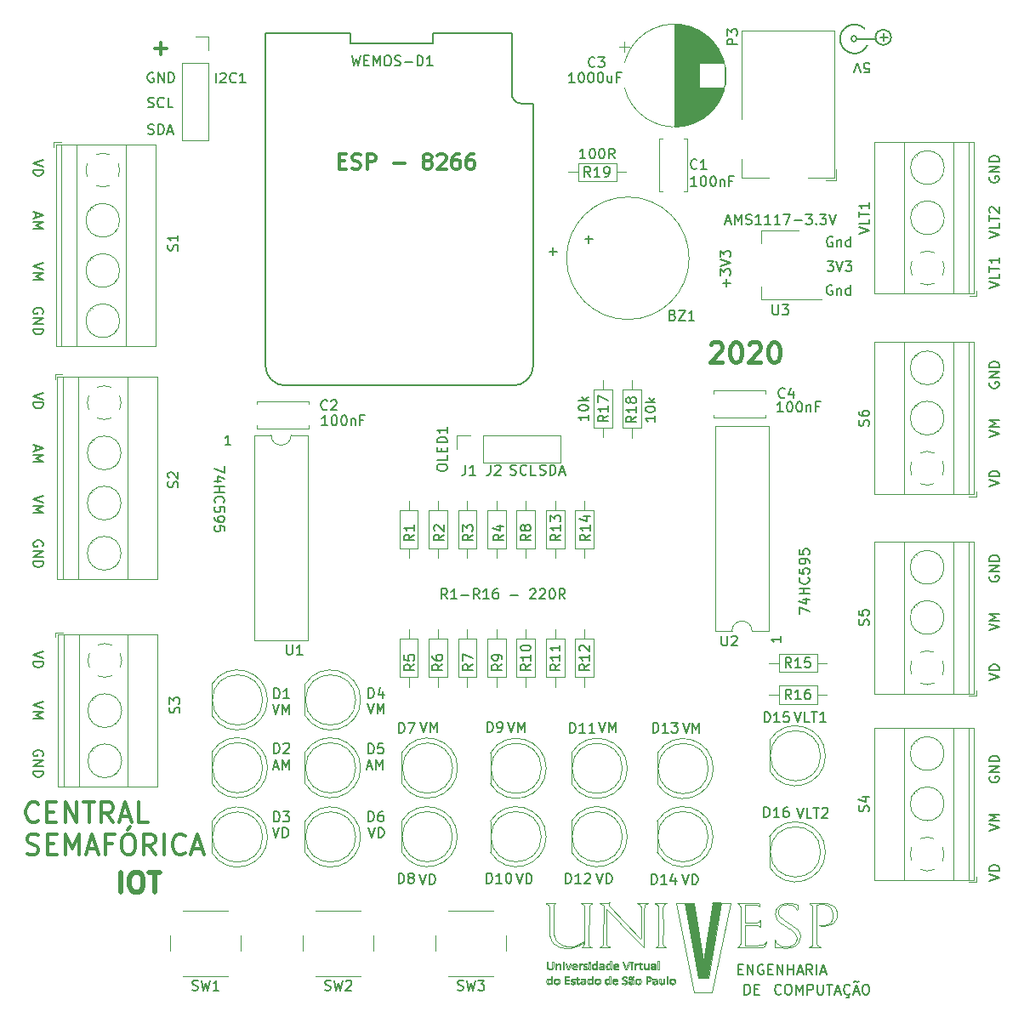
<source format=gbr>
%TF.GenerationSoftware,KiCad,Pcbnew,5.1.6-c6e7f7d~87~ubuntu19.10.1*%
%TF.CreationDate,2021-01-18T21:02:38-03:00*%
%TF.ProjectId,VLTUnivesp,564c5455-6e69-4766-9573-702e6b696361,rev?*%
%TF.SameCoordinates,Original*%
%TF.FileFunction,Legend,Top*%
%TF.FilePolarity,Positive*%
%FSLAX46Y46*%
G04 Gerber Fmt 4.6, Leading zero omitted, Abs format (unit mm)*
G04 Created by KiCad (PCBNEW 5.1.6-c6e7f7d~87~ubuntu19.10.1) date 2021-01-18 21:02:38*
%MOMM*%
%LPD*%
G01*
G04 APERTURE LIST*
%ADD10C,0.200000*%
%ADD11C,0.400000*%
%ADD12C,0.150000*%
%ADD13C,0.300000*%
%ADD14C,0.375000*%
%ADD15C,0.500000*%
%ADD16C,0.100000*%
%ADD17C,0.097999*%
%ADD18C,0.120000*%
G04 APERTURE END LIST*
D10*
X96321714Y-98410661D02*
X96464571Y-98458280D01*
X96702666Y-98458280D01*
X96797904Y-98410661D01*
X96845523Y-98363042D01*
X96893142Y-98267804D01*
X96893142Y-98172566D01*
X96845523Y-98077328D01*
X96797904Y-98029709D01*
X96702666Y-97982090D01*
X96512190Y-97934471D01*
X96416952Y-97886852D01*
X96369333Y-97839233D01*
X96321714Y-97743995D01*
X96321714Y-97648757D01*
X96369333Y-97553519D01*
X96416952Y-97505900D01*
X96512190Y-97458280D01*
X96750285Y-97458280D01*
X96893142Y-97505900D01*
X97321714Y-98458280D02*
X97321714Y-97458280D01*
X97559809Y-97458280D01*
X97702666Y-97505900D01*
X97797904Y-97601138D01*
X97845523Y-97696376D01*
X97893142Y-97886852D01*
X97893142Y-98029709D01*
X97845523Y-98220185D01*
X97797904Y-98315423D01*
X97702666Y-98410661D01*
X97559809Y-98458280D01*
X97321714Y-98458280D01*
X98274095Y-98172566D02*
X98750285Y-98172566D01*
X98178857Y-98458280D02*
X98512190Y-97458280D01*
X98845523Y-98458280D01*
X93399123Y-98410661D02*
X93541980Y-98458280D01*
X93780076Y-98458280D01*
X93875314Y-98410661D01*
X93922933Y-98363042D01*
X93970552Y-98267804D01*
X93970552Y-98172566D01*
X93922933Y-98077328D01*
X93875314Y-98029709D01*
X93780076Y-97982090D01*
X93589600Y-97934471D01*
X93494361Y-97886852D01*
X93446742Y-97839233D01*
X93399123Y-97743995D01*
X93399123Y-97648757D01*
X93446742Y-97553519D01*
X93494361Y-97505900D01*
X93589600Y-97458280D01*
X93827695Y-97458280D01*
X93970552Y-97505900D01*
X94970552Y-98363042D02*
X94922933Y-98410661D01*
X94780076Y-98458280D01*
X94684838Y-98458280D01*
X94541980Y-98410661D01*
X94446742Y-98315423D01*
X94399123Y-98220185D01*
X94351504Y-98029709D01*
X94351504Y-97886852D01*
X94399123Y-97696376D01*
X94446742Y-97601138D01*
X94541980Y-97505900D01*
X94684838Y-97458280D01*
X94780076Y-97458280D01*
X94922933Y-97505900D01*
X94970552Y-97553519D01*
X95875314Y-98458280D02*
X95399123Y-98458280D01*
X95399123Y-97458280D01*
X91424166Y-97458280D02*
X91424166Y-98172566D01*
X91376547Y-98315423D01*
X91281309Y-98410661D01*
X91138452Y-98458280D01*
X91043214Y-98458280D01*
X91852738Y-97553519D02*
X91900357Y-97505900D01*
X91995595Y-97458280D01*
X92233690Y-97458280D01*
X92328928Y-97505900D01*
X92376547Y-97553519D01*
X92424166Y-97648757D01*
X92424166Y-97743995D01*
X92376547Y-97886852D01*
X91805119Y-98458280D01*
X92424166Y-98458280D01*
X88909566Y-97458280D02*
X88909566Y-98172566D01*
X88861947Y-98315423D01*
X88766709Y-98410661D01*
X88623852Y-98458280D01*
X88528614Y-98458280D01*
X89909566Y-98458280D02*
X89338138Y-98458280D01*
X89623852Y-98458280D02*
X89623852Y-97458280D01*
X89528614Y-97601138D01*
X89433376Y-97696376D01*
X89338138Y-97743995D01*
D11*
X113347928Y-85417138D02*
X113443166Y-85321900D01*
X113633642Y-85226661D01*
X114109833Y-85226661D01*
X114300309Y-85321900D01*
X114395547Y-85417138D01*
X114490785Y-85607614D01*
X114490785Y-85798090D01*
X114395547Y-86083804D01*
X113252690Y-87226661D01*
X114490785Y-87226661D01*
X115728880Y-85226661D02*
X115919357Y-85226661D01*
X116109833Y-85321900D01*
X116205071Y-85417138D01*
X116300309Y-85607614D01*
X116395547Y-85988566D01*
X116395547Y-86464757D01*
X116300309Y-86845709D01*
X116205071Y-87036185D01*
X116109833Y-87131423D01*
X115919357Y-87226661D01*
X115728880Y-87226661D01*
X115538404Y-87131423D01*
X115443166Y-87036185D01*
X115347928Y-86845709D01*
X115252690Y-86464757D01*
X115252690Y-85988566D01*
X115347928Y-85607614D01*
X115443166Y-85417138D01*
X115538404Y-85321900D01*
X115728880Y-85226661D01*
X117157452Y-85417138D02*
X117252690Y-85321900D01*
X117443166Y-85226661D01*
X117919357Y-85226661D01*
X118109833Y-85321900D01*
X118205071Y-85417138D01*
X118300309Y-85607614D01*
X118300309Y-85798090D01*
X118205071Y-86083804D01*
X117062214Y-87226661D01*
X118300309Y-87226661D01*
X119538404Y-85226661D02*
X119728880Y-85226661D01*
X119919357Y-85321900D01*
X120014595Y-85417138D01*
X120109833Y-85607614D01*
X120205071Y-85988566D01*
X120205071Y-86464757D01*
X120109833Y-86845709D01*
X120014595Y-87036185D01*
X119919357Y-87131423D01*
X119728880Y-87226661D01*
X119538404Y-87226661D01*
X119347928Y-87131423D01*
X119252690Y-87036185D01*
X119157452Y-86845709D01*
X119062214Y-86464757D01*
X119062214Y-85988566D01*
X119157452Y-85607614D01*
X119252690Y-85417138D01*
X119347928Y-85321900D01*
X119538404Y-85226661D01*
D12*
X128612876Y-58396119D02*
X129089066Y-58396119D01*
X129136685Y-57919928D01*
X129089066Y-57967547D01*
X128993828Y-58015166D01*
X128755733Y-58015166D01*
X128660495Y-57967547D01*
X128612876Y-57919928D01*
X128565257Y-57824690D01*
X128565257Y-57586595D01*
X128612876Y-57491357D01*
X128660495Y-57443738D01*
X128755733Y-57396119D01*
X128993828Y-57396119D01*
X129089066Y-57443738D01*
X129136685Y-57491357D01*
X128279542Y-58396119D02*
X127946209Y-57396119D01*
X127612876Y-58396119D01*
X127914400Y-55054500D02*
X129717800Y-55054500D01*
X131277502Y-54876700D02*
G75*
G03*
X131277502Y-54876700I-772302J0D01*
G01*
X127862733Y-55016400D02*
G75*
G03*
X127862733Y-55016400I-278533J0D01*
G01*
X128935182Y-55653650D02*
G75*
G02*
X128638300Y-54013100I-1300182J611850D01*
G01*
X130187747Y-54884628D02*
X130949652Y-54884628D01*
X130568700Y-55265580D02*
X130568700Y-54503676D01*
X124936404Y-77163680D02*
X125555452Y-77163680D01*
X125222119Y-77544633D01*
X125364976Y-77544633D01*
X125460214Y-77592252D01*
X125507833Y-77639871D01*
X125555452Y-77735109D01*
X125555452Y-77973204D01*
X125507833Y-78068442D01*
X125460214Y-78116061D01*
X125364976Y-78163680D01*
X125079261Y-78163680D01*
X124984023Y-78116061D01*
X124936404Y-78068442D01*
X125841166Y-77163680D02*
X126174500Y-78163680D01*
X126507833Y-77163680D01*
X126745928Y-77163680D02*
X127364976Y-77163680D01*
X127031642Y-77544633D01*
X127174500Y-77544633D01*
X127269738Y-77592252D01*
X127317357Y-77639871D01*
X127364976Y-77735109D01*
X127364976Y-77973204D01*
X127317357Y-78068442D01*
X127269738Y-78116061D01*
X127174500Y-78163680D01*
X126888785Y-78163680D01*
X126793547Y-78116061D01*
X126745928Y-78068442D01*
X125442742Y-74785600D02*
X125347504Y-74737980D01*
X125204647Y-74737980D01*
X125061790Y-74785600D01*
X124966552Y-74880838D01*
X124918933Y-74976076D01*
X124871314Y-75166552D01*
X124871314Y-75309409D01*
X124918933Y-75499885D01*
X124966552Y-75595123D01*
X125061790Y-75690361D01*
X125204647Y-75737980D01*
X125299885Y-75737980D01*
X125442742Y-75690361D01*
X125490361Y-75642742D01*
X125490361Y-75309409D01*
X125299885Y-75309409D01*
X125918933Y-75071314D02*
X125918933Y-75737980D01*
X125918933Y-75166552D02*
X125966552Y-75118933D01*
X126061790Y-75071314D01*
X126204647Y-75071314D01*
X126299885Y-75118933D01*
X126347504Y-75214171D01*
X126347504Y-75737980D01*
X127252266Y-75737980D02*
X127252266Y-74737980D01*
X127252266Y-75690361D02*
X127157028Y-75737980D01*
X126966552Y-75737980D01*
X126871314Y-75690361D01*
X126823695Y-75642742D01*
X126776076Y-75547504D01*
X126776076Y-75261790D01*
X126823695Y-75166552D01*
X126871314Y-75118933D01*
X126966552Y-75071314D01*
X127157028Y-75071314D01*
X127252266Y-75118933D01*
X125417342Y-79586200D02*
X125322104Y-79538580D01*
X125179247Y-79538580D01*
X125036390Y-79586200D01*
X124941152Y-79681438D01*
X124893533Y-79776676D01*
X124845914Y-79967152D01*
X124845914Y-80110009D01*
X124893533Y-80300485D01*
X124941152Y-80395723D01*
X125036390Y-80490961D01*
X125179247Y-80538580D01*
X125274485Y-80538580D01*
X125417342Y-80490961D01*
X125464961Y-80443342D01*
X125464961Y-80110009D01*
X125274485Y-80110009D01*
X125893533Y-79871914D02*
X125893533Y-80538580D01*
X125893533Y-79967152D02*
X125941152Y-79919533D01*
X126036390Y-79871914D01*
X126179247Y-79871914D01*
X126274485Y-79919533D01*
X126322104Y-80014771D01*
X126322104Y-80538580D01*
X127226866Y-80538580D02*
X127226866Y-79538580D01*
X127226866Y-80490961D02*
X127131628Y-80538580D01*
X126941152Y-80538580D01*
X126845914Y-80490961D01*
X126798295Y-80443342D01*
X126750676Y-80348104D01*
X126750676Y-80062390D01*
X126798295Y-79967152D01*
X126845914Y-79919533D01*
X126941152Y-79871914D01*
X127131628Y-79871914D01*
X127226866Y-79919533D01*
X114904828Y-79714504D02*
X114904828Y-78952600D01*
X115285780Y-79333552D02*
X114523876Y-79333552D01*
X114285780Y-78571647D02*
X114285780Y-77952600D01*
X114666733Y-78285933D01*
X114666733Y-78143076D01*
X114714352Y-78047838D01*
X114761971Y-78000219D01*
X114857209Y-77952600D01*
X115095304Y-77952600D01*
X115190542Y-78000219D01*
X115238161Y-78047838D01*
X115285780Y-78143076D01*
X115285780Y-78428790D01*
X115238161Y-78524028D01*
X115190542Y-78571647D01*
X114285780Y-77666885D02*
X115285780Y-77333552D01*
X114285780Y-77000219D01*
X114285780Y-76762123D02*
X114285780Y-76143076D01*
X114666733Y-76476409D01*
X114666733Y-76333552D01*
X114714352Y-76238314D01*
X114761971Y-76190695D01*
X114857209Y-76143076D01*
X115095304Y-76143076D01*
X115190542Y-76190695D01*
X115238161Y-76238314D01*
X115285780Y-76333552D01*
X115285780Y-76619266D01*
X115238161Y-76714504D01*
X115190542Y-76762123D01*
X100787247Y-74976028D02*
X101549152Y-74976028D01*
X101168200Y-75356980D02*
X101168200Y-74595076D01*
X100865133Y-66949580D02*
X100293704Y-66949580D01*
X100579419Y-66949580D02*
X100579419Y-65949580D01*
X100484180Y-66092438D01*
X100388942Y-66187676D01*
X100293704Y-66235295D01*
X101484180Y-65949580D02*
X101579419Y-65949580D01*
X101674657Y-65997200D01*
X101722276Y-66044819D01*
X101769895Y-66140057D01*
X101817514Y-66330533D01*
X101817514Y-66568628D01*
X101769895Y-66759104D01*
X101722276Y-66854342D01*
X101674657Y-66901961D01*
X101579419Y-66949580D01*
X101484180Y-66949580D01*
X101388942Y-66901961D01*
X101341323Y-66854342D01*
X101293704Y-66759104D01*
X101246085Y-66568628D01*
X101246085Y-66330533D01*
X101293704Y-66140057D01*
X101341323Y-66044819D01*
X101388942Y-65997200D01*
X101484180Y-65949580D01*
X102436561Y-65949580D02*
X102531800Y-65949580D01*
X102627038Y-65997200D01*
X102674657Y-66044819D01*
X102722276Y-66140057D01*
X102769895Y-66330533D01*
X102769895Y-66568628D01*
X102722276Y-66759104D01*
X102674657Y-66854342D01*
X102627038Y-66901961D01*
X102531800Y-66949580D01*
X102436561Y-66949580D01*
X102341323Y-66901961D01*
X102293704Y-66854342D01*
X102246085Y-66759104D01*
X102198466Y-66568628D01*
X102198466Y-66330533D01*
X102246085Y-66140057D01*
X102293704Y-66044819D01*
X102341323Y-65997200D01*
X102436561Y-65949580D01*
X103769895Y-66949580D02*
X103436561Y-66473390D01*
X103198466Y-66949580D02*
X103198466Y-65949580D01*
X103579419Y-65949580D01*
X103674657Y-65997200D01*
X103722276Y-66044819D01*
X103769895Y-66140057D01*
X103769895Y-66282914D01*
X103722276Y-66378152D01*
X103674657Y-66425771D01*
X103579419Y-66473390D01*
X103198466Y-66473390D01*
X87111580Y-110789980D02*
X86778247Y-110313790D01*
X86540152Y-110789980D02*
X86540152Y-109789980D01*
X86921104Y-109789980D01*
X87016342Y-109837600D01*
X87063961Y-109885219D01*
X87111580Y-109980457D01*
X87111580Y-110123314D01*
X87063961Y-110218552D01*
X87016342Y-110266171D01*
X86921104Y-110313790D01*
X86540152Y-110313790D01*
X88063961Y-110789980D02*
X87492533Y-110789980D01*
X87778247Y-110789980D02*
X87778247Y-109789980D01*
X87683009Y-109932838D01*
X87587771Y-110028076D01*
X87492533Y-110075695D01*
X88492533Y-110409028D02*
X89254438Y-110409028D01*
X90302057Y-110789980D02*
X89968723Y-110313790D01*
X89730628Y-110789980D02*
X89730628Y-109789980D01*
X90111580Y-109789980D01*
X90206819Y-109837600D01*
X90254438Y-109885219D01*
X90302057Y-109980457D01*
X90302057Y-110123314D01*
X90254438Y-110218552D01*
X90206819Y-110266171D01*
X90111580Y-110313790D01*
X89730628Y-110313790D01*
X91254438Y-110789980D02*
X90683009Y-110789980D01*
X90968723Y-110789980D02*
X90968723Y-109789980D01*
X90873485Y-109932838D01*
X90778247Y-110028076D01*
X90683009Y-110075695D01*
X92111580Y-109789980D02*
X91921104Y-109789980D01*
X91825866Y-109837600D01*
X91778247Y-109885219D01*
X91683009Y-110028076D01*
X91635390Y-110218552D01*
X91635390Y-110599504D01*
X91683009Y-110694742D01*
X91730628Y-110742361D01*
X91825866Y-110789980D01*
X92016342Y-110789980D01*
X92111580Y-110742361D01*
X92159200Y-110694742D01*
X92206819Y-110599504D01*
X92206819Y-110361409D01*
X92159200Y-110266171D01*
X92111580Y-110218552D01*
X92016342Y-110170933D01*
X91825866Y-110170933D01*
X91730628Y-110218552D01*
X91683009Y-110266171D01*
X91635390Y-110361409D01*
X93397295Y-110409028D02*
X94159200Y-110409028D01*
X95349676Y-109885219D02*
X95397295Y-109837600D01*
X95492533Y-109789980D01*
X95730628Y-109789980D01*
X95825866Y-109837600D01*
X95873485Y-109885219D01*
X95921104Y-109980457D01*
X95921104Y-110075695D01*
X95873485Y-110218552D01*
X95302057Y-110789980D01*
X95921104Y-110789980D01*
X96302057Y-109885219D02*
X96349676Y-109837600D01*
X96444914Y-109789980D01*
X96683009Y-109789980D01*
X96778247Y-109837600D01*
X96825866Y-109885219D01*
X96873485Y-109980457D01*
X96873485Y-110075695D01*
X96825866Y-110218552D01*
X96254438Y-110789980D01*
X96873485Y-110789980D01*
X97492533Y-109789980D02*
X97587771Y-109789980D01*
X97683009Y-109837600D01*
X97730628Y-109885219D01*
X97778247Y-109980457D01*
X97825866Y-110170933D01*
X97825866Y-110409028D01*
X97778247Y-110599504D01*
X97730628Y-110694742D01*
X97683009Y-110742361D01*
X97587771Y-110789980D01*
X97492533Y-110789980D01*
X97397295Y-110742361D01*
X97349676Y-110694742D01*
X97302057Y-110599504D01*
X97254438Y-110409028D01*
X97254438Y-110170933D01*
X97302057Y-109980457D01*
X97349676Y-109885219D01*
X97397295Y-109837600D01*
X97492533Y-109789980D01*
X98825866Y-110789980D02*
X98492533Y-110313790D01*
X98254438Y-110789980D02*
X98254438Y-109789980D01*
X98635390Y-109789980D01*
X98730628Y-109837600D01*
X98778247Y-109885219D01*
X98825866Y-109980457D01*
X98825866Y-110123314D01*
X98778247Y-110218552D01*
X98730628Y-110266171D01*
X98635390Y-110313790D01*
X98254438Y-110313790D01*
X120327680Y-114534985D02*
X120327680Y-115106414D01*
X120327680Y-114820700D02*
X119327680Y-114820700D01*
X119470538Y-114915938D01*
X119565776Y-115011176D01*
X119613395Y-115106414D01*
X65551014Y-95473780D02*
X64979585Y-95473780D01*
X65265300Y-95473780D02*
X65265300Y-94473780D01*
X65170061Y-94616638D01*
X65074823Y-94711876D01*
X64979585Y-94759495D01*
X141092300Y-68770404D02*
X141044680Y-68865642D01*
X141044680Y-69008500D01*
X141092300Y-69151357D01*
X141187538Y-69246595D01*
X141282776Y-69294214D01*
X141473252Y-69341833D01*
X141616109Y-69341833D01*
X141806585Y-69294214D01*
X141901823Y-69246595D01*
X141997061Y-69151357D01*
X142044680Y-69008500D01*
X142044680Y-68913261D01*
X141997061Y-68770404D01*
X141949442Y-68722785D01*
X141616109Y-68722785D01*
X141616109Y-68913261D01*
X142044680Y-68294214D02*
X141044680Y-68294214D01*
X142044680Y-67722785D01*
X141044680Y-67722785D01*
X142044680Y-67246595D02*
X141044680Y-67246595D01*
X141044680Y-67008500D01*
X141092300Y-66865642D01*
X141187538Y-66770404D01*
X141282776Y-66722785D01*
X141473252Y-66675166D01*
X141616109Y-66675166D01*
X141806585Y-66722785D01*
X141901823Y-66770404D01*
X141997061Y-66865642D01*
X142044680Y-67008500D01*
X142044680Y-67246595D01*
X141044680Y-74861538D02*
X142044680Y-74528204D01*
X141044680Y-74194871D01*
X142044680Y-73385347D02*
X142044680Y-73861538D01*
X141044680Y-73861538D01*
X141044680Y-73194871D02*
X141044680Y-72623442D01*
X142044680Y-72909157D02*
X141044680Y-72909157D01*
X141139919Y-72337728D02*
X141092300Y-72290109D01*
X141044680Y-72194871D01*
X141044680Y-71956776D01*
X141092300Y-71861538D01*
X141139919Y-71813919D01*
X141235157Y-71766300D01*
X141330395Y-71766300D01*
X141473252Y-71813919D01*
X142044680Y-72385347D01*
X142044680Y-71766300D01*
X141044680Y-79890738D02*
X142044680Y-79557404D01*
X141044680Y-79224071D01*
X142044680Y-78414547D02*
X142044680Y-78890738D01*
X141044680Y-78890738D01*
X141044680Y-78224071D02*
X141044680Y-77652642D01*
X142044680Y-77938357D02*
X141044680Y-77938357D01*
X142044680Y-76795500D02*
X142044680Y-77366928D01*
X142044680Y-77081214D02*
X141044680Y-77081214D01*
X141187538Y-77176452D01*
X141282776Y-77271690D01*
X141330395Y-77366928D01*
X141092300Y-89242804D02*
X141044680Y-89338042D01*
X141044680Y-89480900D01*
X141092300Y-89623757D01*
X141187538Y-89718995D01*
X141282776Y-89766614D01*
X141473252Y-89814233D01*
X141616109Y-89814233D01*
X141806585Y-89766614D01*
X141901823Y-89718995D01*
X141997061Y-89623757D01*
X142044680Y-89480900D01*
X142044680Y-89385661D01*
X141997061Y-89242804D01*
X141949442Y-89195185D01*
X141616109Y-89195185D01*
X141616109Y-89385661D01*
X142044680Y-88766614D02*
X141044680Y-88766614D01*
X142044680Y-88195185D01*
X141044680Y-88195185D01*
X142044680Y-87718995D02*
X141044680Y-87718995D01*
X141044680Y-87480900D01*
X141092300Y-87338042D01*
X141187538Y-87242804D01*
X141282776Y-87195185D01*
X141473252Y-87147566D01*
X141616109Y-87147566D01*
X141806585Y-87195185D01*
X141901823Y-87242804D01*
X141997061Y-87338042D01*
X142044680Y-87480900D01*
X142044680Y-87718995D01*
X141044680Y-99601233D02*
X142044680Y-99267900D01*
X141044680Y-98934566D01*
X142044680Y-98601233D02*
X141044680Y-98601233D01*
X141044680Y-98363138D01*
X141092300Y-98220280D01*
X141187538Y-98125042D01*
X141282776Y-98077423D01*
X141473252Y-98029804D01*
X141616109Y-98029804D01*
X141806585Y-98077423D01*
X141901823Y-98125042D01*
X141997061Y-98220280D01*
X142044680Y-98363138D01*
X142044680Y-98601233D01*
X141044680Y-94643461D02*
X142044680Y-94310128D01*
X141044680Y-93976795D01*
X142044680Y-93643461D02*
X141044680Y-93643461D01*
X141758966Y-93310128D01*
X141044680Y-92976795D01*
X142044680Y-92976795D01*
X141092300Y-128498504D02*
X141044680Y-128593742D01*
X141044680Y-128736600D01*
X141092300Y-128879457D01*
X141187538Y-128974695D01*
X141282776Y-129022314D01*
X141473252Y-129069933D01*
X141616109Y-129069933D01*
X141806585Y-129022314D01*
X141901823Y-128974695D01*
X141997061Y-128879457D01*
X142044680Y-128736600D01*
X142044680Y-128641361D01*
X141997061Y-128498504D01*
X141949442Y-128450885D01*
X141616109Y-128450885D01*
X141616109Y-128641361D01*
X142044680Y-128022314D02*
X141044680Y-128022314D01*
X142044680Y-127450885D01*
X141044680Y-127450885D01*
X142044680Y-126974695D02*
X141044680Y-126974695D01*
X141044680Y-126736600D01*
X141092300Y-126593742D01*
X141187538Y-126498504D01*
X141282776Y-126450885D01*
X141473252Y-126403266D01*
X141616109Y-126403266D01*
X141806585Y-126450885D01*
X141901823Y-126498504D01*
X141997061Y-126593742D01*
X142044680Y-126736600D01*
X142044680Y-126974695D01*
X141044680Y-133899161D02*
X142044680Y-133565828D01*
X141044680Y-133232495D01*
X142044680Y-132899161D02*
X141044680Y-132899161D01*
X141758966Y-132565828D01*
X141044680Y-132232495D01*
X142044680Y-132232495D01*
X141044680Y-138856933D02*
X142044680Y-138523600D01*
X141044680Y-138190266D01*
X142044680Y-137856933D02*
X141044680Y-137856933D01*
X141044680Y-137618838D01*
X141092300Y-137475980D01*
X141187538Y-137380742D01*
X141282776Y-137333123D01*
X141473252Y-137285504D01*
X141616109Y-137285504D01*
X141806585Y-137333123D01*
X141901823Y-137380742D01*
X141997061Y-137475980D01*
X142044680Y-137618838D01*
X142044680Y-137856933D01*
X141044680Y-118892533D02*
X142044680Y-118559200D01*
X141044680Y-118225866D01*
X142044680Y-117892533D02*
X141044680Y-117892533D01*
X141044680Y-117654438D01*
X141092300Y-117511580D01*
X141187538Y-117416342D01*
X141282776Y-117368723D01*
X141473252Y-117321104D01*
X141616109Y-117321104D01*
X141806585Y-117368723D01*
X141901823Y-117416342D01*
X141997061Y-117511580D01*
X142044680Y-117654438D01*
X142044680Y-117892533D01*
X141044680Y-113934761D02*
X142044680Y-113601428D01*
X141044680Y-113268095D01*
X142044680Y-112934761D02*
X141044680Y-112934761D01*
X141758966Y-112601428D01*
X141044680Y-112268095D01*
X142044680Y-112268095D01*
X141092300Y-108534104D02*
X141044680Y-108629342D01*
X141044680Y-108772200D01*
X141092300Y-108915057D01*
X141187538Y-109010295D01*
X141282776Y-109057914D01*
X141473252Y-109105533D01*
X141616109Y-109105533D01*
X141806585Y-109057914D01*
X141901823Y-109010295D01*
X141997061Y-108915057D01*
X142044680Y-108772200D01*
X142044680Y-108676961D01*
X141997061Y-108534104D01*
X141949442Y-108486485D01*
X141616109Y-108486485D01*
X141616109Y-108676961D01*
X142044680Y-108057914D02*
X141044680Y-108057914D01*
X142044680Y-107486485D01*
X141044680Y-107486485D01*
X142044680Y-107010295D02*
X141044680Y-107010295D01*
X141044680Y-106772200D01*
X141092300Y-106629342D01*
X141187538Y-106534104D01*
X141282776Y-106486485D01*
X141473252Y-106438866D01*
X141616109Y-106438866D01*
X141806585Y-106486485D01*
X141901823Y-106534104D01*
X141997061Y-106629342D01*
X142044680Y-106772200D01*
X142044680Y-107010295D01*
X121886861Y-131583180D02*
X122220195Y-132583180D01*
X122553528Y-131583180D01*
X123363052Y-132583180D02*
X122886861Y-132583180D01*
X122886861Y-131583180D01*
X123553528Y-131583180D02*
X124124957Y-131583180D01*
X123839242Y-132583180D02*
X123839242Y-131583180D01*
X124410671Y-131678419D02*
X124458290Y-131630800D01*
X124553528Y-131583180D01*
X124791623Y-131583180D01*
X124886861Y-131630800D01*
X124934480Y-131678419D01*
X124982100Y-131773657D01*
X124982100Y-131868895D01*
X124934480Y-132011752D01*
X124363052Y-132583180D01*
X124982100Y-132583180D01*
X121683661Y-122032780D02*
X122016995Y-123032780D01*
X122350328Y-122032780D01*
X123159852Y-123032780D02*
X122683661Y-123032780D01*
X122683661Y-122032780D01*
X123350328Y-122032780D02*
X123921757Y-122032780D01*
X123636042Y-123032780D02*
X123636042Y-122032780D01*
X124778900Y-123032780D02*
X124207471Y-123032780D01*
X124493185Y-123032780D02*
X124493185Y-122032780D01*
X124397947Y-122175638D01*
X124302709Y-122270876D01*
X124207471Y-122318495D01*
X110482166Y-138225280D02*
X110815500Y-139225280D01*
X111148833Y-138225280D01*
X111482166Y-139225280D02*
X111482166Y-138225280D01*
X111720261Y-138225280D01*
X111863119Y-138272900D01*
X111958357Y-138368138D01*
X112005976Y-138463376D01*
X112053595Y-138653852D01*
X112053595Y-138796709D01*
X112005976Y-138987185D01*
X111958357Y-139082423D01*
X111863119Y-139177661D01*
X111720261Y-139225280D01*
X111482166Y-139225280D01*
X110537738Y-123112280D02*
X110871071Y-124112280D01*
X111204404Y-123112280D01*
X111537738Y-124112280D02*
X111537738Y-123112280D01*
X111871071Y-123826566D01*
X112204404Y-123112280D01*
X112204404Y-124112280D01*
X101935066Y-138136380D02*
X102268400Y-139136380D01*
X102601733Y-138136380D01*
X102935066Y-139136380D02*
X102935066Y-138136380D01*
X103173161Y-138136380D01*
X103316019Y-138184000D01*
X103411257Y-138279238D01*
X103458876Y-138374476D01*
X103506495Y-138564952D01*
X103506495Y-138707809D01*
X103458876Y-138898285D01*
X103411257Y-138993523D01*
X103316019Y-139088761D01*
X103173161Y-139136380D01*
X102935066Y-139136380D01*
X102168438Y-123086880D02*
X102501771Y-124086880D01*
X102835104Y-123086880D01*
X103168438Y-124086880D02*
X103168438Y-123086880D01*
X103501771Y-123801166D01*
X103835104Y-123086880D01*
X103835104Y-124086880D01*
X93959466Y-138149080D02*
X94292800Y-139149080D01*
X94626133Y-138149080D01*
X94959466Y-139149080D02*
X94959466Y-138149080D01*
X95197561Y-138149080D01*
X95340419Y-138196700D01*
X95435657Y-138291938D01*
X95483276Y-138387176D01*
X95530895Y-138577652D01*
X95530895Y-138720509D01*
X95483276Y-138910985D01*
X95435657Y-139006223D01*
X95340419Y-139101461D01*
X95197561Y-139149080D01*
X94959466Y-139149080D01*
X93113338Y-123086880D02*
X93446671Y-124086880D01*
X93780004Y-123086880D01*
X94113338Y-124086880D02*
X94113338Y-123086880D01*
X94446671Y-123801166D01*
X94780004Y-123086880D01*
X94780004Y-124086880D01*
X84345566Y-138199880D02*
X84678900Y-139199880D01*
X85012233Y-138199880D01*
X85345566Y-139199880D02*
X85345566Y-138199880D01*
X85583661Y-138199880D01*
X85726519Y-138247500D01*
X85821757Y-138342738D01*
X85869376Y-138437976D01*
X85916995Y-138628452D01*
X85916995Y-138771309D01*
X85869376Y-138961785D01*
X85821757Y-139057023D01*
X85726519Y-139152261D01*
X85583661Y-139199880D01*
X85345566Y-139199880D01*
X84388438Y-123048780D02*
X84721771Y-124048780D01*
X85055104Y-123048780D01*
X85388438Y-124048780D02*
X85388438Y-123048780D01*
X85721771Y-123763066D01*
X86055104Y-123048780D01*
X86055104Y-124048780D01*
X79240166Y-133551680D02*
X79573500Y-134551680D01*
X79906833Y-133551680D01*
X80240166Y-134551680D02*
X80240166Y-133551680D01*
X80478261Y-133551680D01*
X80621119Y-133599300D01*
X80716357Y-133694538D01*
X80763976Y-133789776D01*
X80811595Y-133980252D01*
X80811595Y-134123109D01*
X80763976Y-134313585D01*
X80716357Y-134408823D01*
X80621119Y-134504061D01*
X80478261Y-134551680D01*
X80240166Y-134551680D01*
X79124276Y-127484166D02*
X79600466Y-127484166D01*
X79029038Y-127769880D02*
X79362371Y-126769880D01*
X79695704Y-127769880D01*
X80029038Y-127769880D02*
X80029038Y-126769880D01*
X80362371Y-127484166D01*
X80695704Y-126769880D01*
X80695704Y-127769880D01*
X79130638Y-121219980D02*
X79463971Y-122219980D01*
X79797304Y-121219980D01*
X80130638Y-122219980D02*
X80130638Y-121219980D01*
X80463971Y-121934266D01*
X80797304Y-121219980D01*
X80797304Y-122219980D01*
X69715166Y-133551680D02*
X70048500Y-134551680D01*
X70381833Y-133551680D01*
X70715166Y-134551680D02*
X70715166Y-133551680D01*
X70953261Y-133551680D01*
X71096119Y-133599300D01*
X71191357Y-133694538D01*
X71238976Y-133789776D01*
X71286595Y-133980252D01*
X71286595Y-134123109D01*
X71238976Y-134313585D01*
X71191357Y-134408823D01*
X71096119Y-134504061D01*
X70953261Y-134551680D01*
X70715166Y-134551680D01*
X69810405Y-127509566D02*
X70286595Y-127509566D01*
X69715167Y-127795280D02*
X70048500Y-126795280D01*
X70381833Y-127795280D01*
X70715167Y-127795280D02*
X70715167Y-126795280D01*
X71048500Y-127509566D01*
X71381833Y-126795280D01*
X71381833Y-127795280D01*
X69715167Y-121308880D02*
X70048500Y-122308880D01*
X70381833Y-121308880D01*
X70715167Y-122308880D02*
X70715167Y-121308880D01*
X71048500Y-122023166D01*
X71381833Y-121308880D01*
X71381833Y-122308880D01*
X46829600Y-126415895D02*
X46877219Y-126320657D01*
X46877219Y-126177800D01*
X46829600Y-126034942D01*
X46734361Y-125939704D01*
X46639123Y-125892085D01*
X46448647Y-125844466D01*
X46305790Y-125844466D01*
X46115314Y-125892085D01*
X46020076Y-125939704D01*
X45924838Y-126034942D01*
X45877219Y-126177800D01*
X45877219Y-126273038D01*
X45924838Y-126415895D01*
X45972457Y-126463514D01*
X46305790Y-126463514D01*
X46305790Y-126273038D01*
X45877219Y-126892085D02*
X46877219Y-126892085D01*
X45877219Y-127463514D01*
X46877219Y-127463514D01*
X45877219Y-127939704D02*
X46877219Y-127939704D01*
X46877219Y-128177800D01*
X46829600Y-128320657D01*
X46734361Y-128415895D01*
X46639123Y-128463514D01*
X46448647Y-128511133D01*
X46305790Y-128511133D01*
X46115314Y-128463514D01*
X46020076Y-128415895D01*
X45924838Y-128320657D01*
X45877219Y-128177800D01*
X45877219Y-127939704D01*
X46877219Y-121015238D02*
X45877219Y-121348571D01*
X46877219Y-121681904D01*
X45877219Y-122015238D02*
X46877219Y-122015238D01*
X46162933Y-122348571D01*
X46877219Y-122681904D01*
X45877219Y-122681904D01*
X46877219Y-116057466D02*
X45877219Y-116390800D01*
X46877219Y-116724133D01*
X45877219Y-117057466D02*
X46877219Y-117057466D01*
X46877219Y-117295561D01*
X46829600Y-117438419D01*
X46734361Y-117533657D01*
X46639123Y-117581276D01*
X46448647Y-117628895D01*
X46305790Y-117628895D01*
X46115314Y-117581276D01*
X46020076Y-117533657D01*
X45924838Y-117438419D01*
X45877219Y-117295561D01*
X45877219Y-117057466D01*
X46877219Y-90251066D02*
X45877219Y-90584400D01*
X46877219Y-90917733D01*
X45877219Y-91251066D02*
X46877219Y-91251066D01*
X46877219Y-91489161D01*
X46829600Y-91632019D01*
X46734361Y-91727257D01*
X46639123Y-91774876D01*
X46448647Y-91822495D01*
X46305790Y-91822495D01*
X46115314Y-91774876D01*
X46020076Y-91727257D01*
X45924838Y-91632019D01*
X45877219Y-91489161D01*
X45877219Y-91251066D01*
X46829600Y-105537095D02*
X46877219Y-105441857D01*
X46877219Y-105299000D01*
X46829600Y-105156142D01*
X46734361Y-105060904D01*
X46639123Y-105013285D01*
X46448647Y-104965666D01*
X46305790Y-104965666D01*
X46115314Y-105013285D01*
X46020076Y-105060904D01*
X45924838Y-105156142D01*
X45877219Y-105299000D01*
X45877219Y-105394238D01*
X45924838Y-105537095D01*
X45972457Y-105584714D01*
X46305790Y-105584714D01*
X46305790Y-105394238D01*
X45877219Y-106013285D02*
X46877219Y-106013285D01*
X45877219Y-106584714D01*
X46877219Y-106584714D01*
X45877219Y-107060904D02*
X46877219Y-107060904D01*
X46877219Y-107299000D01*
X46829600Y-107441857D01*
X46734361Y-107537095D01*
X46639123Y-107584714D01*
X46448647Y-107632333D01*
X46305790Y-107632333D01*
X46115314Y-107584714D01*
X46020076Y-107537095D01*
X45924838Y-107441857D01*
X45877219Y-107299000D01*
X45877219Y-107060904D01*
X46877219Y-100517438D02*
X45877219Y-100850771D01*
X46877219Y-101184104D01*
X45877219Y-101517438D02*
X46877219Y-101517438D01*
X46162933Y-101850771D01*
X46877219Y-102184104D01*
X45877219Y-102184104D01*
X46162933Y-95532676D02*
X46162933Y-96008866D01*
X45877219Y-95437438D02*
X46877219Y-95770771D01*
X45877219Y-96104104D01*
X45877219Y-96437438D02*
X46877219Y-96437438D01*
X46162933Y-96770771D01*
X46877219Y-97104104D01*
X45877219Y-97104104D01*
X46829600Y-82372295D02*
X46877219Y-82277057D01*
X46877219Y-82134200D01*
X46829600Y-81991342D01*
X46734361Y-81896104D01*
X46639123Y-81848485D01*
X46448647Y-81800866D01*
X46305790Y-81800866D01*
X46115314Y-81848485D01*
X46020076Y-81896104D01*
X45924838Y-81991342D01*
X45877219Y-82134200D01*
X45877219Y-82229438D01*
X45924838Y-82372295D01*
X45972457Y-82419914D01*
X46305790Y-82419914D01*
X46305790Y-82229438D01*
X45877219Y-82848485D02*
X46877219Y-82848485D01*
X45877219Y-83419914D01*
X46877219Y-83419914D01*
X45877219Y-83896104D02*
X46877219Y-83896104D01*
X46877219Y-84134200D01*
X46829600Y-84277057D01*
X46734361Y-84372295D01*
X46639123Y-84419914D01*
X46448647Y-84467533D01*
X46305790Y-84467533D01*
X46115314Y-84419914D01*
X46020076Y-84372295D01*
X45924838Y-84277057D01*
X45877219Y-84134200D01*
X45877219Y-83896104D01*
X46877219Y-77352638D02*
X45877219Y-77685971D01*
X46877219Y-78019304D01*
X45877219Y-78352638D02*
X46877219Y-78352638D01*
X46162933Y-78685971D01*
X46877219Y-79019304D01*
X45877219Y-79019304D01*
X46162933Y-72367876D02*
X46162933Y-72844066D01*
X45877219Y-72272638D02*
X46877219Y-72605971D01*
X45877219Y-72939304D01*
X45877219Y-73272638D02*
X46877219Y-73272638D01*
X46162933Y-73605971D01*
X46877219Y-73939304D01*
X45877219Y-73939304D01*
X46877219Y-67086266D02*
X45877219Y-67419600D01*
X46877219Y-67752933D01*
X45877219Y-68086266D02*
X46877219Y-68086266D01*
X46877219Y-68324361D01*
X46829600Y-68467219D01*
X46734361Y-68562457D01*
X46639123Y-68610076D01*
X46448647Y-68657695D01*
X46305790Y-68657695D01*
X46115314Y-68610076D01*
X46020076Y-68562457D01*
X45924838Y-68467219D01*
X45877219Y-68324361D01*
X45877219Y-68086266D01*
X57332714Y-64488961D02*
X57475571Y-64536580D01*
X57713666Y-64536580D01*
X57808904Y-64488961D01*
X57856523Y-64441342D01*
X57904142Y-64346104D01*
X57904142Y-64250866D01*
X57856523Y-64155628D01*
X57808904Y-64108009D01*
X57713666Y-64060390D01*
X57523190Y-64012771D01*
X57427952Y-63965152D01*
X57380333Y-63917533D01*
X57332714Y-63822295D01*
X57332714Y-63727057D01*
X57380333Y-63631819D01*
X57427952Y-63584200D01*
X57523190Y-63536580D01*
X57761285Y-63536580D01*
X57904142Y-63584200D01*
X58332714Y-64536580D02*
X58332714Y-63536580D01*
X58570809Y-63536580D01*
X58713666Y-63584200D01*
X58808904Y-63679438D01*
X58856523Y-63774676D01*
X58904142Y-63965152D01*
X58904142Y-64108009D01*
X58856523Y-64298485D01*
X58808904Y-64393723D01*
X58713666Y-64488961D01*
X58570809Y-64536580D01*
X58332714Y-64536580D01*
X59285095Y-64250866D02*
X59761285Y-64250866D01*
X59189857Y-64536580D02*
X59523190Y-63536580D01*
X59856523Y-64536580D01*
X57305723Y-61821961D02*
X57448580Y-61869580D01*
X57686676Y-61869580D01*
X57781914Y-61821961D01*
X57829533Y-61774342D01*
X57877152Y-61679104D01*
X57877152Y-61583866D01*
X57829533Y-61488628D01*
X57781914Y-61441009D01*
X57686676Y-61393390D01*
X57496200Y-61345771D01*
X57400961Y-61298152D01*
X57353342Y-61250533D01*
X57305723Y-61155295D01*
X57305723Y-61060057D01*
X57353342Y-60964819D01*
X57400961Y-60917200D01*
X57496200Y-60869580D01*
X57734295Y-60869580D01*
X57877152Y-60917200D01*
X58877152Y-61774342D02*
X58829533Y-61821961D01*
X58686676Y-61869580D01*
X58591438Y-61869580D01*
X58448580Y-61821961D01*
X58353342Y-61726723D01*
X58305723Y-61631485D01*
X58258104Y-61441009D01*
X58258104Y-61298152D01*
X58305723Y-61107676D01*
X58353342Y-61012438D01*
X58448580Y-60917200D01*
X58591438Y-60869580D01*
X58686676Y-60869580D01*
X58829533Y-60917200D01*
X58877152Y-60964819D01*
X59781914Y-61869580D02*
X59305723Y-61869580D01*
X59305723Y-60869580D01*
X57835895Y-58428000D02*
X57740657Y-58380380D01*
X57597800Y-58380380D01*
X57454942Y-58428000D01*
X57359704Y-58523238D01*
X57312085Y-58618476D01*
X57264466Y-58808952D01*
X57264466Y-58951809D01*
X57312085Y-59142285D01*
X57359704Y-59237523D01*
X57454942Y-59332761D01*
X57597800Y-59380380D01*
X57693038Y-59380380D01*
X57835895Y-59332761D01*
X57883514Y-59285142D01*
X57883514Y-58951809D01*
X57693038Y-58951809D01*
X58312085Y-59380380D02*
X58312085Y-58380380D01*
X58883514Y-59380380D01*
X58883514Y-58380380D01*
X59359704Y-59380380D02*
X59359704Y-58380380D01*
X59597800Y-58380380D01*
X59740657Y-58428000D01*
X59835895Y-58523238D01*
X59883514Y-58618476D01*
X59931133Y-58808952D01*
X59931133Y-58951809D01*
X59883514Y-59142285D01*
X59835895Y-59237523D01*
X59740657Y-59332761D01*
X59597800Y-59380380D01*
X59359704Y-59380380D01*
D13*
X58026371Y-55987142D02*
X59169228Y-55987142D01*
X58597800Y-56558571D02*
X58597800Y-55415714D01*
D14*
X76343714Y-67202857D02*
X76843714Y-67202857D01*
X77058000Y-67988571D02*
X76343714Y-67988571D01*
X76343714Y-66488571D01*
X77058000Y-66488571D01*
X77629428Y-67917142D02*
X77843714Y-67988571D01*
X78200857Y-67988571D01*
X78343714Y-67917142D01*
X78415142Y-67845714D01*
X78486571Y-67702857D01*
X78486571Y-67560000D01*
X78415142Y-67417142D01*
X78343714Y-67345714D01*
X78200857Y-67274285D01*
X77915142Y-67202857D01*
X77772285Y-67131428D01*
X77700857Y-67060000D01*
X77629428Y-66917142D01*
X77629428Y-66774285D01*
X77700857Y-66631428D01*
X77772285Y-66560000D01*
X77915142Y-66488571D01*
X78272285Y-66488571D01*
X78486571Y-66560000D01*
X79129428Y-67988571D02*
X79129428Y-66488571D01*
X79700857Y-66488571D01*
X79843714Y-66560000D01*
X79915142Y-66631428D01*
X79986571Y-66774285D01*
X79986571Y-66988571D01*
X79915142Y-67131428D01*
X79843714Y-67202857D01*
X79700857Y-67274285D01*
X79129428Y-67274285D01*
X81772285Y-67417142D02*
X82915142Y-67417142D01*
X84986571Y-67131428D02*
X84843714Y-67060000D01*
X84772285Y-66988571D01*
X84700857Y-66845714D01*
X84700857Y-66774285D01*
X84772285Y-66631428D01*
X84843714Y-66560000D01*
X84986571Y-66488571D01*
X85272285Y-66488571D01*
X85415142Y-66560000D01*
X85486571Y-66631428D01*
X85558000Y-66774285D01*
X85558000Y-66845714D01*
X85486571Y-66988571D01*
X85415142Y-67060000D01*
X85272285Y-67131428D01*
X84986571Y-67131428D01*
X84843714Y-67202857D01*
X84772285Y-67274285D01*
X84700857Y-67417142D01*
X84700857Y-67702857D01*
X84772285Y-67845714D01*
X84843714Y-67917142D01*
X84986571Y-67988571D01*
X85272285Y-67988571D01*
X85415142Y-67917142D01*
X85486571Y-67845714D01*
X85558000Y-67702857D01*
X85558000Y-67417142D01*
X85486571Y-67274285D01*
X85415142Y-67202857D01*
X85272285Y-67131428D01*
X86129428Y-66631428D02*
X86200857Y-66560000D01*
X86343714Y-66488571D01*
X86700857Y-66488571D01*
X86843714Y-66560000D01*
X86915142Y-66631428D01*
X86986571Y-66774285D01*
X86986571Y-66917142D01*
X86915142Y-67131428D01*
X86058000Y-67988571D01*
X86986571Y-67988571D01*
X88272285Y-66488571D02*
X87986571Y-66488571D01*
X87843714Y-66560000D01*
X87772285Y-66631428D01*
X87629428Y-66845714D01*
X87558000Y-67131428D01*
X87558000Y-67702857D01*
X87629428Y-67845714D01*
X87700857Y-67917142D01*
X87843714Y-67988571D01*
X88129428Y-67988571D01*
X88272285Y-67917142D01*
X88343714Y-67845714D01*
X88415142Y-67702857D01*
X88415142Y-67345714D01*
X88343714Y-67202857D01*
X88272285Y-67131428D01*
X88129428Y-67060000D01*
X87843714Y-67060000D01*
X87700857Y-67131428D01*
X87629428Y-67202857D01*
X87558000Y-67345714D01*
X89700857Y-66488571D02*
X89415142Y-66488571D01*
X89272285Y-66560000D01*
X89200857Y-66631428D01*
X89058000Y-66845714D01*
X88986571Y-67131428D01*
X88986571Y-67702857D01*
X89058000Y-67845714D01*
X89129428Y-67917142D01*
X89272285Y-67988571D01*
X89558000Y-67988571D01*
X89700857Y-67917142D01*
X89772285Y-67845714D01*
X89843714Y-67702857D01*
X89843714Y-67345714D01*
X89772285Y-67202857D01*
X89700857Y-67131428D01*
X89558000Y-67060000D01*
X89272285Y-67060000D01*
X89129428Y-67131428D01*
X89058000Y-67202857D01*
X88986571Y-67345714D01*
D15*
X54629276Y-139995161D02*
X54629276Y-137995161D01*
X55962609Y-137995161D02*
X56343561Y-137995161D01*
X56534038Y-138090400D01*
X56724514Y-138280876D01*
X56819752Y-138661828D01*
X56819752Y-139328495D01*
X56724514Y-139709447D01*
X56534038Y-139899923D01*
X56343561Y-139995161D01*
X55962609Y-139995161D01*
X55772133Y-139899923D01*
X55581657Y-139709447D01*
X55486419Y-139328495D01*
X55486419Y-138661828D01*
X55581657Y-138280876D01*
X55772133Y-138090400D01*
X55962609Y-137995161D01*
X57391180Y-137995161D02*
X58534038Y-137995161D01*
X57962609Y-139995161D02*
X57962609Y-137995161D01*
D13*
X45286114Y-136140723D02*
X45571828Y-136235961D01*
X46048019Y-136235961D01*
X46238495Y-136140723D01*
X46333733Y-136045485D01*
X46428971Y-135855009D01*
X46428971Y-135664533D01*
X46333733Y-135474057D01*
X46238495Y-135378819D01*
X46048019Y-135283580D01*
X45667066Y-135188342D01*
X45476590Y-135093104D01*
X45381352Y-134997866D01*
X45286114Y-134807390D01*
X45286114Y-134616914D01*
X45381352Y-134426438D01*
X45476590Y-134331200D01*
X45667066Y-134235961D01*
X46143257Y-134235961D01*
X46428971Y-134331200D01*
X47286114Y-135188342D02*
X47952780Y-135188342D01*
X48238495Y-136235961D02*
X47286114Y-136235961D01*
X47286114Y-134235961D01*
X48238495Y-134235961D01*
X49095638Y-136235961D02*
X49095638Y-134235961D01*
X49762304Y-135664533D01*
X50428971Y-134235961D01*
X50428971Y-136235961D01*
X51286114Y-135664533D02*
X52238495Y-135664533D01*
X51095638Y-136235961D02*
X51762304Y-134235961D01*
X52428971Y-136235961D01*
X53762304Y-135188342D02*
X53095638Y-135188342D01*
X53095638Y-136235961D02*
X53095638Y-134235961D01*
X54048019Y-134235961D01*
X55190876Y-134235961D02*
X55571828Y-134235961D01*
X55762304Y-134331200D01*
X55952780Y-134521676D01*
X56048019Y-134902628D01*
X56048019Y-135569295D01*
X55952780Y-135950247D01*
X55762304Y-136140723D01*
X55571828Y-136235961D01*
X55190876Y-136235961D01*
X55000400Y-136140723D01*
X54809923Y-135950247D01*
X54714685Y-135569295D01*
X54714685Y-134902628D01*
X54809923Y-134521676D01*
X55000400Y-134331200D01*
X55190876Y-134235961D01*
X55571828Y-133474057D02*
X55286114Y-133759771D01*
X58048019Y-136235961D02*
X57381352Y-135283580D01*
X56905161Y-136235961D02*
X56905161Y-134235961D01*
X57667066Y-134235961D01*
X57857542Y-134331200D01*
X57952780Y-134426438D01*
X58048019Y-134616914D01*
X58048019Y-134902628D01*
X57952780Y-135093104D01*
X57857542Y-135188342D01*
X57667066Y-135283580D01*
X56905161Y-135283580D01*
X58905161Y-136235961D02*
X58905161Y-134235961D01*
X61000400Y-136045485D02*
X60905161Y-136140723D01*
X60619447Y-136235961D01*
X60428971Y-136235961D01*
X60143257Y-136140723D01*
X59952780Y-135950247D01*
X59857542Y-135759771D01*
X59762304Y-135378819D01*
X59762304Y-135093104D01*
X59857542Y-134712152D01*
X59952780Y-134521676D01*
X60143257Y-134331200D01*
X60428971Y-134235961D01*
X60619447Y-134235961D01*
X60905161Y-134331200D01*
X61000400Y-134426438D01*
X61762304Y-135664533D02*
X62714685Y-135664533D01*
X61571828Y-136235961D02*
X62238495Y-134235961D01*
X62905161Y-136235961D01*
X46393695Y-132845085D02*
X46298457Y-132940323D01*
X46012742Y-133035561D01*
X45822266Y-133035561D01*
X45536552Y-132940323D01*
X45346076Y-132749847D01*
X45250838Y-132559371D01*
X45155600Y-132178419D01*
X45155600Y-131892704D01*
X45250838Y-131511752D01*
X45346076Y-131321276D01*
X45536552Y-131130800D01*
X45822266Y-131035561D01*
X46012742Y-131035561D01*
X46298457Y-131130800D01*
X46393695Y-131226038D01*
X47250838Y-131987942D02*
X47917504Y-131987942D01*
X48203219Y-133035561D02*
X47250838Y-133035561D01*
X47250838Y-131035561D01*
X48203219Y-131035561D01*
X49060361Y-133035561D02*
X49060361Y-131035561D01*
X50203219Y-133035561D01*
X50203219Y-131035561D01*
X50869885Y-131035561D02*
X52012742Y-131035561D01*
X51441314Y-133035561D02*
X51441314Y-131035561D01*
X53822266Y-133035561D02*
X53155600Y-132083180D01*
X52679409Y-133035561D02*
X52679409Y-131035561D01*
X53441314Y-131035561D01*
X53631790Y-131130800D01*
X53727028Y-131226038D01*
X53822266Y-131416514D01*
X53822266Y-131702228D01*
X53727028Y-131892704D01*
X53631790Y-131987942D01*
X53441314Y-132083180D01*
X52679409Y-132083180D01*
X54584171Y-132464133D02*
X55536552Y-132464133D01*
X54393695Y-133035561D02*
X55060361Y-131035561D01*
X55727028Y-133035561D01*
X57346076Y-133035561D02*
X56393695Y-133035561D01*
X56393695Y-131035561D01*
D12*
X116692114Y-150182380D02*
X116692114Y-149182380D01*
X116930209Y-149182380D01*
X117073066Y-149230000D01*
X117168304Y-149325238D01*
X117215923Y-149420476D01*
X117263542Y-149610952D01*
X117263542Y-149753809D01*
X117215923Y-149944285D01*
X117168304Y-150039523D01*
X117073066Y-150134761D01*
X116930209Y-150182380D01*
X116692114Y-150182380D01*
X117692114Y-149658571D02*
X118025447Y-149658571D01*
X118168304Y-150182380D02*
X117692114Y-150182380D01*
X117692114Y-149182380D01*
X118168304Y-149182380D01*
X120334971Y-150087142D02*
X120287352Y-150134761D01*
X120144495Y-150182380D01*
X120049257Y-150182380D01*
X119906400Y-150134761D01*
X119811161Y-150039523D01*
X119763542Y-149944285D01*
X119715923Y-149753809D01*
X119715923Y-149610952D01*
X119763542Y-149420476D01*
X119811161Y-149325238D01*
X119906400Y-149230000D01*
X120049257Y-149182380D01*
X120144495Y-149182380D01*
X120287352Y-149230000D01*
X120334971Y-149277619D01*
X120954019Y-149182380D02*
X121144495Y-149182380D01*
X121239733Y-149230000D01*
X121334971Y-149325238D01*
X121382590Y-149515714D01*
X121382590Y-149849047D01*
X121334971Y-150039523D01*
X121239733Y-150134761D01*
X121144495Y-150182380D01*
X120954019Y-150182380D01*
X120858780Y-150134761D01*
X120763542Y-150039523D01*
X120715923Y-149849047D01*
X120715923Y-149515714D01*
X120763542Y-149325238D01*
X120858780Y-149230000D01*
X120954019Y-149182380D01*
X121811161Y-150182380D02*
X121811161Y-149182380D01*
X122144495Y-149896666D01*
X122477828Y-149182380D01*
X122477828Y-150182380D01*
X122954019Y-150182380D02*
X122954019Y-149182380D01*
X123334971Y-149182380D01*
X123430209Y-149230000D01*
X123477828Y-149277619D01*
X123525447Y-149372857D01*
X123525447Y-149515714D01*
X123477828Y-149610952D01*
X123430209Y-149658571D01*
X123334971Y-149706190D01*
X122954019Y-149706190D01*
X123954019Y-149182380D02*
X123954019Y-149991904D01*
X124001638Y-150087142D01*
X124049257Y-150134761D01*
X124144495Y-150182380D01*
X124334971Y-150182380D01*
X124430209Y-150134761D01*
X124477828Y-150087142D01*
X124525447Y-149991904D01*
X124525447Y-149182380D01*
X124858780Y-149182380D02*
X125430209Y-149182380D01*
X125144495Y-150182380D02*
X125144495Y-149182380D01*
X125715923Y-149896666D02*
X126192114Y-149896666D01*
X125620685Y-150182380D02*
X125954019Y-149182380D01*
X126287352Y-150182380D01*
X127192114Y-150087142D02*
X127144495Y-150134761D01*
X127001638Y-150182380D01*
X126906400Y-150182380D01*
X126763542Y-150134761D01*
X126668304Y-150039523D01*
X126620685Y-149944285D01*
X126573066Y-149753809D01*
X126573066Y-149610952D01*
X126620685Y-149420476D01*
X126668304Y-149325238D01*
X126763542Y-149230000D01*
X126906400Y-149182380D01*
X127001638Y-149182380D01*
X127144495Y-149230000D01*
X127192114Y-149277619D01*
X126954019Y-150230000D02*
X127049257Y-150277619D01*
X127096876Y-150372857D01*
X127049257Y-150468095D01*
X126954019Y-150515714D01*
X126811161Y-150515714D01*
X127573066Y-149896666D02*
X128049257Y-149896666D01*
X127477828Y-150182380D02*
X127811161Y-149182380D01*
X128144495Y-150182380D01*
X127573066Y-148944285D02*
X127620685Y-148896666D01*
X127715923Y-148849047D01*
X127906400Y-148944285D01*
X128001638Y-148896666D01*
X128049257Y-148849047D01*
X128668304Y-149182380D02*
X128858780Y-149182380D01*
X128954019Y-149230000D01*
X129049257Y-149325238D01*
X129096876Y-149515714D01*
X129096876Y-149849047D01*
X129049257Y-150039523D01*
X128954019Y-150134761D01*
X128858780Y-150182380D01*
X128668304Y-150182380D01*
X128573066Y-150134761D01*
X128477828Y-150039523D01*
X128430209Y-149849047D01*
X128430209Y-149515714D01*
X128477828Y-149325238D01*
X128573066Y-149230000D01*
X128668304Y-149182380D01*
X116073066Y-147658571D02*
X116406400Y-147658571D01*
X116549257Y-148182380D02*
X116073066Y-148182380D01*
X116073066Y-147182380D01*
X116549257Y-147182380D01*
X116977828Y-148182380D02*
X116977828Y-147182380D01*
X117549257Y-148182380D01*
X117549257Y-147182380D01*
X118549257Y-147230000D02*
X118454019Y-147182380D01*
X118311161Y-147182380D01*
X118168304Y-147230000D01*
X118073066Y-147325238D01*
X118025447Y-147420476D01*
X117977828Y-147610952D01*
X117977828Y-147753809D01*
X118025447Y-147944285D01*
X118073066Y-148039523D01*
X118168304Y-148134761D01*
X118311161Y-148182380D01*
X118406400Y-148182380D01*
X118549257Y-148134761D01*
X118596876Y-148087142D01*
X118596876Y-147753809D01*
X118406400Y-147753809D01*
X119025447Y-147658571D02*
X119358780Y-147658571D01*
X119501638Y-148182380D02*
X119025447Y-148182380D01*
X119025447Y-147182380D01*
X119501638Y-147182380D01*
X119930209Y-148182380D02*
X119930209Y-147182380D01*
X120501638Y-148182380D01*
X120501638Y-147182380D01*
X120977828Y-148182380D02*
X120977828Y-147182380D01*
X120977828Y-147658571D02*
X121549257Y-147658571D01*
X121549257Y-148182380D02*
X121549257Y-147182380D01*
X121977828Y-147896666D02*
X122454019Y-147896666D01*
X121882590Y-148182380D02*
X122215923Y-147182380D01*
X122549257Y-148182380D01*
X123454019Y-148182380D02*
X123120685Y-147706190D01*
X122882590Y-148182380D02*
X122882590Y-147182380D01*
X123263542Y-147182380D01*
X123358780Y-147230000D01*
X123406400Y-147277619D01*
X123454019Y-147372857D01*
X123454019Y-147515714D01*
X123406400Y-147610952D01*
X123358780Y-147658571D01*
X123263542Y-147706190D01*
X122882590Y-147706190D01*
X123882590Y-148182380D02*
X123882590Y-147182380D01*
X124311161Y-147896666D02*
X124787352Y-147896666D01*
X124215923Y-148182380D02*
X124549257Y-147182380D01*
X124882590Y-148182380D01*
D16*
G36*
X114402522Y-141062526D02*
G01*
X113065244Y-148527524D01*
X112120783Y-148527101D01*
X110751283Y-141062526D01*
X111644702Y-141062514D01*
X112592842Y-146827016D01*
X113540501Y-141062514D01*
X114402522Y-141062526D01*
G37*
X114402522Y-141062526D02*
X113065244Y-148527524D01*
X112120783Y-148527101D01*
X110751283Y-141062526D01*
X111644702Y-141062514D01*
X112592842Y-146827016D01*
X113540501Y-141062514D01*
X114402522Y-141062526D01*
D12*
X113540483Y-141062572D02*
X114402522Y-141062526D01*
D17*
X106705087Y-141858756D02*
X106704300Y-141957527D01*
X106704300Y-141957527D02*
X106701643Y-142056080D01*
X106701643Y-142056080D02*
X106697966Y-142154515D01*
X106697966Y-142154515D02*
X106697184Y-142174197D01*
X107796278Y-147150816D02*
X107813417Y-147168894D01*
X107775504Y-147135344D02*
X107796278Y-147150816D01*
X108136883Y-146849864D02*
X108143454Y-146850780D01*
X108128878Y-146849243D02*
X108136883Y-146849864D01*
X97892600Y-147110500D02*
X97897790Y-147109412D01*
X99670669Y-148663780D02*
X99653590Y-148660286D01*
X99700765Y-148672996D02*
X99686481Y-148668313D01*
X99713565Y-148677764D02*
X99700765Y-148672996D01*
X105602419Y-149159456D02*
X105593215Y-149160121D01*
X105609804Y-149158462D02*
X105602419Y-149159456D01*
X99547539Y-148898898D02*
X99528655Y-148891758D01*
X102506324Y-145476128D02*
X102408135Y-145481364D01*
X102408135Y-145481364D02*
X102310006Y-145487732D01*
X102310006Y-145487732D02*
X102244602Y-145492271D01*
X99309086Y-147115521D02*
X99312357Y-147113584D01*
X104118294Y-147635424D02*
X104116517Y-147637691D01*
X101466926Y-148344054D02*
X101469016Y-148341641D01*
X101464873Y-148349291D02*
X101465606Y-148346684D01*
X101464647Y-148351874D02*
X101464873Y-148349291D01*
X100386192Y-148668952D02*
X100387051Y-148661131D01*
X100386059Y-148683972D02*
X100385902Y-148678221D01*
X100386517Y-148689379D02*
X100386059Y-148683972D01*
X108883138Y-141074618D02*
X108908871Y-141071722D01*
X102877979Y-147313565D02*
X102887236Y-147275296D01*
X105272198Y-146906568D02*
X105277725Y-146908459D01*
X100488770Y-148945833D02*
X100480527Y-148957616D01*
X97971532Y-147114025D02*
X97974156Y-147115961D01*
X107528230Y-149074277D02*
X107519937Y-149053127D01*
X107539693Y-149093272D02*
X107528230Y-149074277D01*
X101757040Y-147183538D02*
X101730177Y-147185528D01*
X118598348Y-145167441D02*
X118677405Y-145107521D01*
X118677405Y-145107521D02*
X118723300Y-145058042D01*
X101874082Y-147135649D02*
X101903194Y-147155719D01*
X103790915Y-147582280D02*
X103814427Y-147592803D01*
X104148062Y-147383675D02*
X104143694Y-147394708D01*
X100790061Y-147606634D02*
X100814177Y-147607526D01*
X102909099Y-148974382D02*
X102917303Y-148997266D01*
X102903267Y-148949761D02*
X102909099Y-148974382D01*
X116281191Y-141471051D02*
X116264936Y-141370692D01*
X116264936Y-141370692D02*
X116238514Y-141298499D01*
X100812139Y-147685723D02*
X100791034Y-147685236D01*
X107574531Y-148626972D02*
X107587956Y-148620349D01*
X107564135Y-148632969D02*
X107574531Y-148626972D01*
X107387238Y-147167042D02*
X107391021Y-147161570D01*
X107384912Y-147172724D02*
X107387238Y-147167042D01*
X101810090Y-147674482D02*
X101772538Y-147682920D01*
X108959756Y-149158103D02*
X108954062Y-149156907D01*
X108966410Y-149159025D02*
X108959756Y-149158103D01*
X109460528Y-149165846D02*
X109417113Y-149159238D01*
X109508261Y-149168078D02*
X109460528Y-149165846D01*
X99247620Y-148439573D02*
X99247055Y-148445764D01*
X105739050Y-147673218D02*
X105735184Y-147671586D01*
X105743742Y-147674727D02*
X105739050Y-147673218D01*
X100767854Y-147603957D02*
X100790061Y-147606634D01*
X104117369Y-147411395D02*
X104106581Y-147412492D01*
X107147655Y-148475564D02*
X107127385Y-148474104D01*
X107168315Y-148477939D02*
X107147655Y-148475564D01*
X107381616Y-148747123D02*
X107361050Y-148773451D01*
X107398024Y-148717884D02*
X107381616Y-148747123D01*
X100044619Y-148447003D02*
X100053795Y-148447458D01*
X100023850Y-148447002D02*
X100034023Y-148446837D01*
X100014904Y-148447458D02*
X100023850Y-148447002D01*
X99632118Y-148581820D02*
X99648243Y-148583088D01*
X107727121Y-147629990D02*
X107697622Y-147649311D01*
X98363509Y-147677582D02*
X98354565Y-147677978D01*
X98377987Y-147675937D02*
X98371370Y-147676952D01*
X98383556Y-147674727D02*
X98377987Y-147675937D01*
X107908414Y-145440211D02*
X107978751Y-145416814D01*
X108860990Y-145492271D02*
X108824131Y-145518301D01*
X104771201Y-148378151D02*
X104790579Y-148378684D01*
X104734399Y-148379637D02*
X104771201Y-148378151D01*
X97584282Y-146904435D02*
X97593563Y-146903935D01*
X103697891Y-147155020D02*
X103728506Y-147135468D01*
X99234758Y-148471705D02*
X99231674Y-148473127D01*
X103927402Y-147180792D02*
X103878471Y-147175930D01*
X102551298Y-147201049D02*
X102537058Y-147193055D01*
X102258693Y-147150878D02*
X102269089Y-147144906D01*
X121079305Y-143579447D02*
X120990459Y-143520813D01*
X120990459Y-143520813D02*
X120901474Y-143462103D01*
X120901474Y-143462103D02*
X120812210Y-143403239D01*
X120812210Y-143403239D02*
X120722526Y-143344145D01*
X120722526Y-143344145D02*
X120632283Y-143284744D01*
X120632283Y-143284744D02*
X120541341Y-143224958D01*
X120541341Y-143224958D02*
X120504738Y-143200920D01*
X99114139Y-147677978D02*
X99102947Y-147677582D01*
X100789117Y-147105224D02*
X100821394Y-147100833D01*
X117896313Y-145280451D02*
X118000359Y-145275014D01*
X118000359Y-145275014D02*
X118104310Y-145267321D01*
X118104310Y-145267321D02*
X118208187Y-145257894D01*
X118208187Y-145257894D02*
X118312012Y-145247252D01*
X118312012Y-145247252D02*
X118415808Y-145235915D01*
X118415808Y-145235915D02*
X118450404Y-145232073D01*
X102544523Y-147105224D02*
X102577212Y-147112457D01*
X104033034Y-148706569D02*
X104044976Y-148735812D01*
X104017300Y-148679908D02*
X104033034Y-148706569D01*
X105749456Y-147675937D02*
X105743742Y-147674727D01*
X105756120Y-147676952D02*
X105749456Y-147675937D01*
X104545848Y-149033054D02*
X104560550Y-149040416D01*
X104533297Y-149026091D02*
X104545848Y-149033054D01*
X102322694Y-147502936D02*
X102321558Y-147518410D01*
X97882483Y-147669720D02*
X97880570Y-147667618D01*
X108450584Y-149083752D02*
X108478297Y-149080834D01*
X108429889Y-149082517D02*
X108450584Y-149083752D01*
X104857536Y-148477481D02*
X104837564Y-148471529D01*
X104875572Y-148483763D02*
X104857536Y-148477481D01*
X103713972Y-147467778D02*
X103719561Y-147492591D01*
X106462402Y-147680002D02*
X106452706Y-147681499D01*
X106471752Y-147678255D02*
X106462402Y-147680002D01*
X105918908Y-148789141D02*
X105912785Y-148815550D01*
X105927547Y-148764547D02*
X105918908Y-148789141D01*
X100954297Y-147195761D02*
X100941423Y-147190920D01*
X100961187Y-147115418D02*
X100972274Y-147119299D01*
X99995164Y-147648383D02*
X99984610Y-147652859D01*
X102226520Y-148847264D02*
X102223426Y-148820040D01*
X102227572Y-148875475D02*
X102226520Y-148847264D01*
X101661603Y-147570741D02*
X101679604Y-147583961D01*
X111644883Y-141061867D02*
X111644043Y-141062572D01*
X106128390Y-147138087D02*
X106129347Y-147132463D01*
X106127867Y-147144453D02*
X106128390Y-147138087D01*
X100826164Y-149159456D02*
X100816997Y-149160121D01*
X99316231Y-147111858D02*
X99321108Y-147110427D01*
X104061310Y-147662547D02*
X104043177Y-147667406D01*
X100389858Y-148703204D02*
X100388381Y-148699159D01*
X102282461Y-147138275D02*
X102297960Y-147131526D01*
X103323442Y-146857616D02*
X103327505Y-146856169D01*
X100566359Y-147139403D02*
X100566528Y-147145320D01*
X97878965Y-147120298D02*
X97880090Y-147117881D01*
X108128879Y-147677592D02*
X108119622Y-147678004D01*
X108136883Y-147676952D02*
X108128879Y-147677592D01*
X99653590Y-148660286D02*
X99634939Y-148658115D01*
X103145448Y-145401183D02*
X103202589Y-145419232D01*
X106130273Y-147174730D02*
X106128329Y-147164473D01*
X106133665Y-147182270D02*
X106130273Y-147174730D01*
X100247087Y-149150859D02*
X100240504Y-149153636D01*
X107036830Y-141126678D02*
X106940323Y-141153663D01*
X100396143Y-148711978D02*
X100393783Y-148709547D01*
X104022295Y-149049016D02*
X104024787Y-149050113D01*
X104019483Y-149048381D02*
X104022295Y-149049016D01*
X106671116Y-147115977D02*
X106674094Y-147114033D01*
X106669080Y-147117881D02*
X106671116Y-147115977D01*
X101766902Y-147601681D02*
X101781198Y-147599845D01*
X103622184Y-148801408D02*
X103620098Y-148822850D01*
X103626500Y-148780514D02*
X103622184Y-148801408D01*
X101732934Y-147685723D02*
X101690576Y-147683189D01*
X99774691Y-148907259D02*
X99786175Y-148921417D01*
X103861136Y-149165406D02*
X103834081Y-149167391D01*
X103887026Y-149162231D02*
X103861136Y-149165406D01*
X108499765Y-145490347D02*
X108393361Y-145488539D01*
X108393361Y-145488539D02*
X108286839Y-145490113D01*
X108286839Y-145490113D02*
X108180288Y-145493439D01*
X108180288Y-145493439D02*
X108158982Y-145494172D01*
X99193661Y-148724928D02*
X99195492Y-148728514D01*
X99396239Y-149038893D02*
X99399184Y-149038701D01*
X108212227Y-148968791D02*
X108211001Y-148931973D01*
X108215904Y-149001625D02*
X108212227Y-148968791D01*
X101017622Y-147195197D02*
X101016874Y-147199868D01*
X102819633Y-149055932D02*
X102805391Y-149025521D01*
X102837384Y-149083400D02*
X102819633Y-149055932D01*
X105942136Y-147107603D02*
X105955007Y-147103827D01*
X105929273Y-147112907D02*
X105942136Y-147107603D01*
X98719289Y-146981995D02*
X98711096Y-146992661D01*
X107443081Y-147131526D02*
X107460093Y-147125159D01*
X107427607Y-147138276D02*
X107443081Y-147131526D01*
X107603410Y-148613646D02*
X107620382Y-148607327D01*
X107587956Y-148620349D02*
X107603410Y-148613646D01*
X101882209Y-147546695D02*
X101898196Y-147532455D01*
X101910507Y-149040678D02*
X101929441Y-149055934D01*
X101894841Y-149022745D02*
X101910507Y-149040678D01*
X108597768Y-149101769D02*
X108563692Y-149126239D01*
X108632201Y-149071248D02*
X108597768Y-149101769D01*
X108632201Y-149141836D02*
X108632201Y-149071248D01*
X99863120Y-147108334D02*
X99898980Y-147119572D01*
X99777489Y-147099354D02*
X99822649Y-147101597D01*
X99734518Y-147101652D02*
X99777489Y-147099354D01*
X101141939Y-145493957D02*
X101041018Y-145488263D01*
X101041018Y-145488263D02*
X100940076Y-145483764D01*
X100940076Y-145483764D02*
X100839143Y-145481856D01*
X100839143Y-145481856D02*
X100818960Y-145481909D01*
X117963121Y-143019919D02*
X118056219Y-142980043D01*
X118056219Y-142980043D02*
X118069166Y-142973195D01*
X97376897Y-147683557D02*
X97326366Y-147685723D01*
X100856673Y-147099353D02*
X100872744Y-147099772D01*
X100795028Y-149160121D02*
X100785673Y-149159456D01*
X102237286Y-147196113D02*
X102237582Y-147186879D01*
X104032343Y-149109466D02*
X104031523Y-149112299D01*
X104032990Y-149106373D02*
X104032343Y-149109466D01*
X104864970Y-147674541D02*
X104861030Y-147673606D01*
X99604936Y-147441157D02*
X99608342Y-147467778D01*
X99603787Y-147412492D02*
X99604936Y-147441157D01*
X100000881Y-147412492D02*
X99603787Y-147412492D01*
X99584991Y-148911767D02*
X99566443Y-148905379D01*
X102690706Y-147674856D02*
X102684911Y-147676248D01*
X99388630Y-147108300D02*
X99394813Y-147108907D01*
X99372867Y-147107682D02*
X99381353Y-147107968D01*
X99363165Y-147107561D02*
X99372867Y-147107682D01*
X107354644Y-147548091D02*
X107352970Y-147523341D01*
X99244934Y-148456361D02*
X99243398Y-148460702D01*
X100660468Y-147179094D02*
X100674241Y-147162293D01*
X100622581Y-147617932D02*
X100621432Y-147608286D01*
X103167812Y-148711439D02*
X103139412Y-148691642D01*
X103196923Y-148736386D02*
X103167812Y-148711439D01*
X121204873Y-141224249D02*
X121103247Y-141213732D01*
X121103247Y-141213732D02*
X121001573Y-141205832D01*
X121001573Y-141205832D02*
X120899801Y-141203165D01*
X120899801Y-141203165D02*
X120797882Y-141208347D01*
X97401249Y-148349290D02*
X97402010Y-148346684D01*
X101976977Y-146851277D02*
X101987149Y-146851132D01*
X99591729Y-147634907D02*
X99564050Y-147612774D01*
X107392648Y-147229780D02*
X107390288Y-147227398D01*
X107395266Y-147231654D02*
X107392648Y-147229780D01*
X106130582Y-147127736D02*
X106132004Y-147123525D01*
X106129347Y-147132463D02*
X106130582Y-147127736D01*
X101303638Y-147111032D02*
X101308256Y-147112456D01*
X101263241Y-147004954D02*
X101239850Y-147003645D01*
X103968729Y-147108334D02*
X104004599Y-147119572D01*
X100258414Y-149068113D02*
X100260281Y-149069329D01*
X103352075Y-146851727D02*
X103360995Y-146851277D01*
X106372249Y-144600899D02*
X106394476Y-144587903D01*
X100407340Y-148632959D02*
X100417726Y-148626971D01*
X99657077Y-147119783D02*
X99694371Y-147108491D01*
X99592234Y-147155020D02*
X99622857Y-147135468D01*
X99565210Y-147178501D02*
X99592234Y-147155020D01*
X103841477Y-147600337D02*
X103872196Y-147604771D01*
X101224451Y-147674727D02*
X101219786Y-147673218D01*
X105445817Y-149147014D02*
X105412706Y-149158659D01*
X105477342Y-149131457D02*
X105445817Y-149147014D01*
X104640172Y-148515740D02*
X104633400Y-148528274D01*
X104648909Y-148504481D02*
X104640172Y-148515740D01*
X99150814Y-147677645D02*
X99139578Y-147677986D01*
X105737971Y-147112105D02*
X105742431Y-147110517D01*
X105734427Y-147114033D02*
X105737971Y-147112105D01*
X104004599Y-147119572D02*
X104035956Y-147134584D01*
X108931282Y-141068826D02*
X108956935Y-141074618D01*
X98602267Y-147123377D02*
X98603143Y-147120839D01*
X98601958Y-147126089D02*
X98602267Y-147123377D01*
X98601958Y-147659763D02*
X98601958Y-147126089D01*
X103090149Y-147191470D02*
X103069132Y-147201326D01*
X104022988Y-149124225D02*
X104018829Y-149126913D01*
X104025189Y-149122081D02*
X104022988Y-149124225D01*
X103197838Y-148637864D02*
X103226682Y-148662230D01*
X103168736Y-148617804D02*
X103197838Y-148637864D01*
X108060278Y-141306677D02*
X107993477Y-141233307D01*
X107993477Y-141233307D02*
X107967620Y-141211251D01*
X99401442Y-148699190D02*
X99409058Y-148679666D01*
X99395307Y-148739757D02*
X99396846Y-148719223D01*
X99396759Y-148762407D02*
X99395307Y-148739757D01*
X106329691Y-146968179D02*
X106334231Y-146969836D01*
X106324059Y-146966961D02*
X106329691Y-146968179D01*
X101500027Y-147510027D02*
X101492533Y-147474407D01*
X103280958Y-149160173D02*
X103273162Y-149159685D01*
X103289846Y-149160364D02*
X103280958Y-149160173D01*
X106430456Y-147600975D02*
X106440369Y-147600675D01*
X106401771Y-147597814D02*
X106430456Y-147600975D01*
X104122301Y-147624231D02*
X104121652Y-147627392D01*
X100155753Y-149166669D02*
X100125814Y-149165478D01*
X99571486Y-149168043D02*
X99550363Y-149167491D01*
X99637585Y-149162871D02*
X99605530Y-149166733D01*
X99667711Y-149156560D02*
X99637585Y-149162871D01*
X100758680Y-149146696D02*
X100758210Y-149142364D01*
X97946143Y-147108171D02*
X97953128Y-147108723D01*
X99385192Y-149047472D02*
X99386736Y-149044607D01*
X98691447Y-147675937D02*
X98684911Y-147676952D01*
X100371430Y-149074242D02*
X100363137Y-149053116D01*
X97283398Y-148590592D02*
X97313773Y-148602033D01*
X105444683Y-148410459D02*
X105457251Y-148418940D01*
X105431414Y-148401461D02*
X105444683Y-148410459D01*
X98035770Y-149078602D02*
X98060907Y-149069909D01*
X104004800Y-147595733D02*
X104024186Y-147591047D01*
X100471053Y-147191816D02*
X100459932Y-147192498D01*
X102637030Y-147677311D02*
X102629303Y-147676248D01*
X106081732Y-147145319D02*
X106081804Y-147152590D01*
X106081535Y-147139403D02*
X106081732Y-147145319D01*
X99917540Y-145395117D02*
X99821141Y-145430127D01*
X99821141Y-145430127D02*
X99723305Y-145461558D01*
X99723305Y-145461558D02*
X99624267Y-145489124D01*
X99624267Y-145489124D02*
X99524260Y-145512539D01*
X99524260Y-145512539D02*
X99423520Y-145531519D01*
X99423520Y-145531519D02*
X99322280Y-145545778D01*
X99322280Y-145545778D02*
X99220774Y-145555031D01*
X99220774Y-145555031D02*
X99119239Y-145558993D01*
X103616404Y-142365492D02*
X103532234Y-142278429D01*
X103532234Y-142278429D02*
X103447846Y-142191577D01*
X103447846Y-142191577D02*
X103363272Y-142104906D01*
X103363272Y-142104906D02*
X103278541Y-142018386D01*
X103278541Y-142018386D02*
X103193687Y-141931986D01*
X103193687Y-141931986D02*
X103108738Y-141845677D01*
X103108738Y-141845677D02*
X103023728Y-141759428D01*
X103023728Y-141759428D02*
X102938687Y-141673210D01*
X102604225Y-145205485D02*
X102619522Y-145105664D01*
X102619522Y-145105664D02*
X102621188Y-145082338D01*
X125783024Y-142701109D02*
X125722690Y-142787052D01*
X125722690Y-142787052D02*
X125660208Y-142870861D01*
X125660208Y-142870861D02*
X125593426Y-142950400D01*
X125593426Y-142950400D02*
X125520197Y-143023536D01*
X97547456Y-146916950D02*
X97548919Y-146914429D01*
X97546361Y-146922671D02*
X97546624Y-146919705D01*
X97546361Y-147391711D02*
X97546361Y-146922671D01*
X104959460Y-148516315D02*
X104956650Y-148517209D01*
X104962093Y-148514959D02*
X104959460Y-148516315D01*
X104027104Y-149051790D02*
X104028987Y-149053921D01*
X104024787Y-149050113D02*
X104027104Y-149051790D01*
X98149368Y-148616026D02*
X98180248Y-148635016D01*
X105778347Y-147107561D02*
X105787705Y-147107738D01*
X105768715Y-147107738D02*
X105778347Y-147107561D01*
X107404660Y-147233943D02*
X107401327Y-147233702D01*
X107411035Y-147232998D02*
X107404660Y-147233943D01*
X100975373Y-147205302D02*
X100965551Y-147200673D01*
X100970388Y-147391157D02*
X100986900Y-147401199D01*
X100933800Y-147374215D02*
X100952499Y-147382306D01*
X100914950Y-147366656D02*
X100933800Y-147374215D01*
X119775077Y-144799463D02*
X119794209Y-144870764D01*
X108082194Y-147676952D02*
X108075531Y-147675937D01*
X101856739Y-148843548D02*
X101855504Y-148873220D01*
X101860426Y-148815550D02*
X101856739Y-148843548D01*
X113540501Y-141062514D02*
X112592842Y-146827016D01*
X107543300Y-148689394D02*
X107542850Y-148683980D01*
X107544061Y-148694425D02*
X107543300Y-148689394D01*
X102609554Y-147606998D02*
X102581992Y-147629988D01*
X100302170Y-147675937D02*
X100295553Y-147676952D01*
X108573074Y-141595084D02*
X108571884Y-141706166D01*
X108571884Y-141706166D02*
X108570704Y-141817633D01*
X108570704Y-141817633D02*
X108569670Y-141929393D01*
X108569670Y-141929393D02*
X108568917Y-142041350D01*
X108568917Y-142041350D02*
X108568579Y-142153413D01*
X108568579Y-142153413D02*
X108568793Y-142265489D01*
X108568793Y-142265489D02*
X108569694Y-142377483D01*
X108569694Y-142377483D02*
X108571417Y-142489303D01*
X108222034Y-149030388D02*
X108215904Y-149001625D01*
X108230998Y-149056445D02*
X108222034Y-149030388D01*
X101208553Y-147126089D02*
X101208850Y-147123378D01*
X101209952Y-146900198D02*
X101222555Y-146893275D01*
X103336554Y-147672049D02*
X103333620Y-147670125D01*
X100470174Y-149000659D02*
X100473474Y-149026463D01*
X100474770Y-148970732D02*
X100471321Y-148985054D01*
X100480527Y-148957616D02*
X100474770Y-148970732D01*
X103915449Y-149077928D02*
X103934865Y-149073291D01*
X103894061Y-149082097D02*
X103915449Y-149077928D01*
X107759258Y-147670823D02*
X107756655Y-147668119D01*
X107763108Y-147673036D02*
X107759258Y-147670823D01*
X101669090Y-147108746D02*
X101706642Y-147101702D01*
X102421015Y-141153920D02*
X102325370Y-141122372D01*
X102325370Y-141122372D02*
X102266790Y-141107200D01*
X100000373Y-148449044D02*
X100007157Y-148448140D01*
X99989967Y-148451839D02*
X99994646Y-148450301D01*
X99986090Y-148453805D02*
X99989967Y-148451839D01*
X107128584Y-147678003D02*
X107120203Y-147677591D01*
X107138252Y-147678150D02*
X107128584Y-147678003D01*
X100016692Y-147624231D02*
X100016072Y-147627392D01*
X100017672Y-147617283D02*
X100017213Y-147620867D01*
X100018061Y-147613291D02*
X100017672Y-147617283D01*
X108724653Y-148596127D02*
X108727695Y-148598088D01*
X108720910Y-148594354D02*
X108724653Y-148596127D01*
X104542288Y-149132515D02*
X104527940Y-149125915D01*
X104558661Y-149138982D02*
X104542288Y-149132515D01*
X107213668Y-148760618D02*
X107233072Y-148749612D01*
X107191742Y-148769557D02*
X107213668Y-148760618D01*
X121630125Y-145137289D02*
X121698685Y-145060057D01*
X121698685Y-145060057D02*
X121758773Y-144975026D01*
X121758773Y-144975026D02*
X121814241Y-144885739D01*
X121814241Y-144885739D02*
X121825120Y-144867684D01*
X100683404Y-147665417D02*
X100670241Y-147660648D01*
X121943252Y-141718719D02*
X121933924Y-141729112D01*
X104880466Y-147676998D02*
X104874823Y-147676248D01*
X125325245Y-141679726D02*
X125266691Y-141594894D01*
X125266691Y-141594894D02*
X125204515Y-141513332D01*
X125204515Y-141513332D02*
X125141799Y-141444776D01*
X103069132Y-147201326D02*
X103050583Y-147214519D01*
X102677537Y-147677311D02*
X102668352Y-147677920D01*
X102442905Y-147099984D02*
X102466236Y-147099353D01*
X103999082Y-147219713D02*
X103967608Y-147195384D01*
X104992459Y-147660819D02*
X104990026Y-147664367D01*
X101043815Y-147472756D02*
X101048288Y-147492560D01*
X97093459Y-147613162D02*
X97067379Y-147587261D01*
X101504424Y-149159025D02*
X101498407Y-149158117D01*
X106500015Y-147585616D02*
X106504055Y-147584785D01*
X106495619Y-147587096D02*
X106500015Y-147585616D01*
X101020981Y-148837138D02*
X101026575Y-148795705D01*
X103423366Y-147670126D02*
X103420669Y-147672050D01*
X98367271Y-147187147D02*
X98379426Y-147210739D01*
X97063196Y-146903756D02*
X97073447Y-146903935D01*
X101511109Y-149159685D02*
X101504424Y-149159025D01*
X101527811Y-149160364D02*
X101518914Y-149160174D01*
X101536310Y-149160173D02*
X101527811Y-149160364D01*
X99981212Y-148458215D02*
X99983225Y-148455919D01*
X99979140Y-148463240D02*
X99979901Y-148460692D01*
X99978893Y-148465929D02*
X99979140Y-148463240D01*
X99870716Y-147680122D02*
X99844844Y-147683265D01*
X103413020Y-147674841D02*
X103407961Y-147675951D01*
X124078339Y-141058474D02*
X124192461Y-141052021D01*
X124192461Y-141052021D02*
X124306863Y-141046003D01*
X124306863Y-141046003D02*
X124421063Y-141041816D01*
X124421063Y-141041816D02*
X124534576Y-141040859D01*
X124534576Y-141040859D02*
X124646918Y-141044527D01*
X124646918Y-141044527D02*
X124757607Y-141054220D01*
X124757607Y-141054220D02*
X124866158Y-141071334D01*
X124866158Y-141071334D02*
X124972089Y-141097267D01*
X102994015Y-147314042D02*
X102989287Y-147338695D01*
X101002990Y-147134366D02*
X101007131Y-147137408D01*
X115962526Y-145472731D02*
X115961982Y-145459690D01*
X103156535Y-147682921D02*
X103116865Y-147685723D01*
X108164821Y-147662668D02*
X108163874Y-147665323D01*
X102351421Y-147584666D02*
X102374060Y-147598325D01*
X116732660Y-141866187D02*
X116731442Y-141978424D01*
X116731442Y-141978424D02*
X116730276Y-142090662D01*
X116730276Y-142090662D02*
X116729383Y-142202897D01*
X116729383Y-142202897D02*
X116728980Y-142315129D01*
X116728980Y-142315129D02*
X116729288Y-142427353D01*
X116729288Y-142427353D02*
X116729587Y-142464760D01*
X104134365Y-147253739D02*
X104142753Y-147285083D01*
X103427442Y-147662680D02*
X103426681Y-147665417D01*
X102256168Y-147233702D02*
X102253012Y-147232952D01*
X99399184Y-149038701D02*
X99405002Y-149039570D01*
X99393427Y-149039531D02*
X99396239Y-149038893D01*
X99390909Y-149040709D02*
X99393427Y-149039531D01*
X100329270Y-147183653D02*
X100344829Y-147166234D01*
X102042670Y-147665417D02*
X102041358Y-147667935D01*
X100003212Y-147566211D02*
X100006013Y-147566922D01*
X118472511Y-145498823D02*
X118368040Y-145498304D01*
X118368040Y-145498304D02*
X118263570Y-145497747D01*
X118263570Y-145497747D02*
X118159099Y-145497115D01*
X118159099Y-145497115D02*
X118054629Y-145496370D01*
X118054629Y-145496370D02*
X117950159Y-145495472D01*
X117950159Y-145495472D02*
X117845690Y-145494386D01*
X117845690Y-145494386D02*
X117741221Y-145493073D01*
X117741221Y-145493073D02*
X117636753Y-145491496D01*
X99179928Y-148715144D02*
X99183208Y-148716103D01*
X102006912Y-146851727D02*
X102014693Y-146852506D01*
X102668352Y-147677920D02*
X102657327Y-147678114D01*
X106342872Y-149055566D02*
X106319239Y-149083752D01*
X106362275Y-149024044D02*
X106342872Y-149055566D01*
X105281477Y-146935938D02*
X105278353Y-146944158D01*
X108211001Y-148608196D02*
X108211238Y-148605160D01*
X108211001Y-148931973D02*
X108211001Y-148608196D01*
X102989287Y-147338695D02*
X102986496Y-147363605D01*
X118243150Y-143026452D02*
X118239887Y-143130104D01*
X118239887Y-143130104D02*
X118239256Y-143233828D01*
X118239256Y-143233828D02*
X118239335Y-143247658D01*
X101239850Y-147003645D02*
X101222056Y-146999652D01*
X105360066Y-149091466D02*
X105388522Y-149089281D01*
X105326882Y-149088719D02*
X105360066Y-149091466D01*
X98080376Y-147122953D02*
X98114296Y-147109821D01*
X99734706Y-148687402D02*
X99724872Y-148682708D01*
X99750142Y-148695494D02*
X99743028Y-148691853D01*
X99756022Y-148697570D02*
X99750142Y-148695494D01*
X99493266Y-148604265D02*
X99519316Y-148594671D01*
X104932128Y-147677985D02*
X104919797Y-147678115D01*
X101042169Y-147564972D02*
X101032613Y-147587308D01*
X103298816Y-147516212D02*
X103316031Y-147497840D01*
X104942993Y-147677645D02*
X104932128Y-147677985D01*
X99773810Y-148689388D02*
X99772105Y-148692266D01*
X99776215Y-148681962D02*
X99775190Y-148686035D01*
X99777009Y-148677271D02*
X99776215Y-148681962D01*
X96956981Y-148919612D02*
X96955457Y-148881638D01*
X96969009Y-148992030D02*
X96961516Y-148956427D01*
X96979725Y-149025495D02*
X96969009Y-148992030D01*
X106253444Y-148746566D02*
X106240924Y-148726091D01*
X106263424Y-148769124D02*
X106253444Y-148746566D01*
X105731719Y-147115977D02*
X105734427Y-147114033D01*
X105729855Y-147117881D02*
X105731719Y-147115977D01*
X103398704Y-146852506D02*
X103405367Y-146853518D01*
X108082194Y-146849864D02*
X108090074Y-146849243D01*
X109643024Y-149145746D02*
X109602143Y-149158095D01*
X109679697Y-149128969D02*
X109643024Y-149145746D01*
X101787100Y-147186422D02*
X101757040Y-147183538D01*
X100014234Y-147574416D02*
X100015517Y-147577531D01*
X107844496Y-147239570D02*
X107848801Y-147268554D01*
X107837374Y-147213302D02*
X107844496Y-147239570D01*
X101873141Y-147229192D02*
X101844750Y-147209428D01*
X101491152Y-145492271D02*
X101488424Y-145501689D01*
X104063457Y-147152687D02*
X104087032Y-147173852D01*
X101792466Y-148693275D02*
X101816046Y-148665048D01*
X101773159Y-148724821D02*
X101792466Y-148693275D01*
X105250129Y-148503758D02*
X105246729Y-148504850D01*
X105252703Y-148502520D02*
X105250129Y-148503758D01*
X100566399Y-149168043D02*
X100535485Y-149166788D01*
X100636466Y-149158634D02*
X100602058Y-149165675D01*
X100669540Y-149147014D02*
X100636466Y-149158634D01*
X102435213Y-147609393D02*
X102463652Y-147607217D01*
X101018270Y-147166319D02*
X101018678Y-147171698D01*
X106064525Y-147110889D02*
X106069121Y-147112827D01*
X106058588Y-147108864D02*
X106064525Y-147110889D01*
X106128968Y-148665065D02*
X106095527Y-148663181D01*
X106158590Y-148670737D02*
X106128968Y-148665065D01*
X97423551Y-147585617D02*
X97448412Y-147575457D01*
X97366090Y-147597183D02*
X97396059Y-147592907D01*
X97333721Y-147598579D02*
X97366090Y-147597183D01*
X105415522Y-149082721D02*
X105441180Y-149071777D01*
X105388522Y-149089281D02*
X105415522Y-149082721D01*
X103236514Y-141074152D02*
X103211880Y-141111998D01*
X104105861Y-147565962D02*
X104108833Y-147566211D01*
X104116517Y-147637691D02*
X104114501Y-147639966D01*
X104935708Y-149108867D02*
X104907468Y-149126892D01*
X104960495Y-149087887D02*
X104935708Y-149108867D01*
X105615569Y-149157000D02*
X105609804Y-149158462D01*
X105620482Y-149155216D02*
X105615569Y-149157000D01*
X108153593Y-147673218D02*
X108148995Y-147674726D01*
X98838403Y-147127602D02*
X98838351Y-147126137D01*
X100905126Y-147103052D02*
X100920697Y-147105484D01*
X103945159Y-148775148D02*
X103932234Y-148734764D01*
X103948551Y-148822850D02*
X103945159Y-148775148D01*
X100298794Y-147110500D02*
X100302909Y-147112105D01*
X106079608Y-147193209D02*
X106078536Y-147196853D01*
X106080476Y-147188579D02*
X106079608Y-147193209D01*
X104119724Y-147632903D02*
X104118294Y-147635424D01*
X104552700Y-146935402D02*
X104550807Y-146928340D01*
X97448412Y-147575457D02*
X97470635Y-147562314D01*
X103017201Y-147535987D02*
X103030150Y-147554726D01*
X104037860Y-147340812D02*
X104034487Y-147292994D01*
X108579595Y-144203288D02*
X108569590Y-144306855D01*
X108569590Y-144306855D02*
X108558743Y-144410647D01*
X108558743Y-144410647D02*
X108548313Y-144514425D01*
X108548313Y-144514425D02*
X108539564Y-144617951D01*
X108539564Y-144617951D02*
X108533756Y-144720985D01*
X108533756Y-144720985D02*
X108532153Y-144823289D01*
X108532153Y-144823289D02*
X108536015Y-144924623D01*
X108536015Y-144924623D02*
X108546604Y-145024749D01*
X108546604Y-145024749D02*
X108565183Y-145123428D01*
X108565183Y-145123428D02*
X108593013Y-145220421D01*
X108593013Y-145220421D02*
X108617329Y-145284029D01*
X103624635Y-148949942D02*
X103630252Y-148974629D01*
X103621238Y-148923291D02*
X103624635Y-148949942D01*
X103627012Y-147556422D02*
X103611863Y-147522179D01*
X100413886Y-149125140D02*
X100397060Y-149110230D01*
X108325616Y-149150290D02*
X108299828Y-149136909D01*
X108355317Y-149160036D02*
X108325616Y-149150290D01*
X97007839Y-147444010D02*
X97005309Y-147398861D01*
X102043431Y-147662680D02*
X102042670Y-147665417D01*
X99686481Y-148668313D02*
X99670669Y-148663780D01*
X102417783Y-147685723D02*
X102386894Y-147684542D01*
X104971687Y-148473607D02*
X104971610Y-148480474D01*
X104971621Y-148466585D02*
X104971687Y-148473607D01*
X99197979Y-148738067D02*
X99198768Y-148743884D01*
X101772538Y-147682920D02*
X101732934Y-147685723D01*
X103255263Y-149157021D02*
X103250829Y-149155855D01*
X103260453Y-149158117D02*
X103255263Y-149157021D01*
X98051585Y-144905255D02*
X98125027Y-144975340D01*
X98125027Y-144975340D02*
X98203842Y-145039368D01*
X98203842Y-145039368D02*
X98287036Y-145098458D01*
X98287036Y-145098458D02*
X98373612Y-145153734D01*
X98373612Y-145153734D02*
X98462577Y-145206317D01*
X98462577Y-145206317D02*
X98552935Y-145257330D01*
X98552935Y-145257330D02*
X98589246Y-145277547D01*
X99229641Y-149071776D02*
X99233082Y-149072040D01*
X112120783Y-148527101D02*
X110751283Y-141062526D01*
X105477248Y-147107742D02*
X105486505Y-147108213D01*
X105466685Y-147107561D02*
X105477248Y-147107742D01*
X103316267Y-146867231D02*
X103317008Y-146864633D01*
X123457110Y-143254156D02*
X123442398Y-141504030D01*
X104122255Y-147581328D02*
X104123131Y-147585829D01*
X101223164Y-149165483D02*
X101185214Y-149157804D01*
X102699623Y-147670788D02*
X102695640Y-147673025D01*
X106345562Y-148684641D02*
X106364036Y-148714869D01*
X106322877Y-148657968D02*
X106345562Y-148684641D01*
X100365660Y-148950586D02*
X100377186Y-148927077D01*
X106317440Y-146966102D02*
X106324059Y-146966961D01*
X106309605Y-146965342D02*
X106317440Y-146966102D01*
X98595092Y-146982407D02*
X98590237Y-146967151D01*
X103727742Y-147515063D02*
X103739005Y-147535319D01*
X102033322Y-147673606D02*
X102029037Y-147674841D01*
X100398735Y-148713939D02*
X100396143Y-148711978D01*
X100404796Y-148715741D02*
X100401641Y-148715048D01*
X100408129Y-148715981D02*
X100404796Y-148715741D01*
X102207863Y-147523342D02*
X102210166Y-147494563D01*
X108122571Y-141562537D02*
X108109483Y-141465114D01*
X108109483Y-141465114D02*
X108103737Y-141432451D01*
X111644702Y-141061880D02*
X110751091Y-141061880D01*
X118206823Y-141432456D02*
X118181626Y-141437508D01*
X116737340Y-141263276D02*
X116736607Y-141376319D01*
X116736607Y-141376319D02*
X116735844Y-141489362D01*
X116735844Y-141489362D02*
X116735016Y-141602407D01*
X116735016Y-141602407D02*
X116734093Y-141715454D01*
X116734093Y-141715454D02*
X116733043Y-141828503D01*
X116733043Y-141828503D02*
X116732660Y-141866187D01*
X98351901Y-147165785D02*
X98367271Y-147187147D01*
X98310668Y-147130856D02*
X98333062Y-147147010D01*
X98284819Y-147117458D02*
X98310668Y-147130856D01*
X100690182Y-149056502D02*
X100716313Y-149036516D01*
X100639266Y-149082720D02*
X100664903Y-149071776D01*
X100612278Y-149089281D02*
X100639266Y-149082720D01*
X97260124Y-141419493D02*
X97217777Y-141329565D01*
X97217777Y-141329565D02*
X97185727Y-141280431D01*
X99383753Y-149108127D02*
X99381905Y-149100134D01*
X99390058Y-149120108D02*
X99386483Y-149114591D01*
X99394627Y-149124577D02*
X99390058Y-149120108D01*
X99801516Y-149047142D02*
X99791960Y-149069345D01*
X99809150Y-148996503D02*
X99807243Y-149022863D01*
X100267192Y-149095876D02*
X100267329Y-149102491D01*
X98724159Y-146966389D02*
X98719289Y-146981995D01*
X99414540Y-147121882D02*
X99414775Y-147124820D01*
X99413798Y-147119211D02*
X99414540Y-147121882D01*
X105625155Y-148377587D02*
X105621257Y-148416124D01*
X106930411Y-148389563D02*
X107116865Y-148389563D01*
X99984610Y-147652859D02*
X99971389Y-147657695D01*
X100002520Y-147644807D02*
X99995164Y-147648383D01*
X100006678Y-147642115D02*
X100002520Y-147644807D01*
X97928582Y-147107561D02*
X97937940Y-147107737D01*
X97097791Y-146906327D02*
X97103758Y-146907478D01*
X97082622Y-146904434D02*
X97090740Y-146905200D01*
X97073447Y-146903935D02*
X97082622Y-146904434D01*
X107847812Y-147668119D02*
X107844729Y-147670823D01*
X104953617Y-148517531D02*
X104947791Y-148516625D01*
X104956650Y-148517209D02*
X104953617Y-148517531D01*
X99769598Y-148622336D02*
X99771732Y-148624858D01*
X100234280Y-147675937D02*
X100228566Y-147674726D01*
X118213978Y-143468880D02*
X118211566Y-143422125D01*
X109049323Y-148349901D02*
X109049323Y-149141836D01*
X109049018Y-148346708D02*
X109049323Y-148349901D01*
X104987079Y-147667407D02*
X104983495Y-147669982D01*
X102244602Y-145492271D02*
X102271126Y-145452743D01*
X107579503Y-148712244D02*
X107571343Y-148715069D01*
X107589555Y-148707563D02*
X107579503Y-148712244D01*
X101904916Y-149148388D02*
X101869924Y-149133411D01*
X101944031Y-149159238D02*
X101904916Y-149148388D01*
X97614277Y-146903935D02*
X97623401Y-146904435D01*
X104971338Y-148486841D02*
X104970808Y-148492698D01*
X104971610Y-148480474D02*
X104971338Y-148486841D01*
X101550758Y-149159025D02*
X101543938Y-149159686D01*
X101561631Y-149157021D02*
X101556594Y-149158117D01*
X101565869Y-149155855D02*
X101561631Y-149157021D01*
X108939311Y-149147383D02*
X108938474Y-149144731D01*
X108940665Y-149149621D02*
X108939311Y-149147383D01*
X100627411Y-147562551D02*
X100629302Y-147560251D01*
X108321413Y-148602498D02*
X108322342Y-148605160D01*
X108319899Y-148600166D02*
X108321413Y-148602498D01*
X124183424Y-145503096D02*
X124106583Y-145500960D01*
X108165147Y-147659763D02*
X108164821Y-147662668D01*
X97512700Y-148351874D02*
X97512700Y-149141801D01*
X97512384Y-148349291D02*
X97512700Y-148351874D01*
X101377376Y-148602032D02*
X101406683Y-148617804D01*
X101314577Y-148583698D02*
X101346976Y-148590591D01*
X101280232Y-148581392D02*
X101314577Y-148583698D01*
X105286390Y-148675551D02*
X105267331Y-148681855D01*
X105307296Y-148669592D02*
X105286390Y-148675551D01*
X113540483Y-141062572D02*
X112592783Y-146827004D01*
X108687415Y-148589957D02*
X108696398Y-148590273D01*
X108677215Y-148589845D02*
X108687415Y-148589957D01*
X107477019Y-147475578D02*
X107471254Y-147488679D01*
X105438279Y-148497123D02*
X105426397Y-148492253D01*
X105450855Y-148501117D02*
X105438279Y-148497123D01*
X107547139Y-147606606D02*
X107580360Y-147609393D01*
X107470004Y-147544245D02*
X107479930Y-147566322D01*
X107466705Y-147518410D02*
X107470004Y-147544245D01*
X97506155Y-147651096D02*
X97466926Y-147666139D01*
X100820642Y-147177698D02*
X100805463Y-147180967D01*
X103192841Y-149014659D02*
X103209486Y-148998331D01*
X103176871Y-149028944D02*
X103192841Y-149014659D01*
X102264511Y-147405865D02*
X102288497Y-147390020D01*
X120425341Y-141326906D02*
X120338979Y-141387516D01*
X120338979Y-141387516D02*
X120259002Y-141457292D01*
X120259002Y-141457292D02*
X120182912Y-141532649D01*
X120182912Y-141532649D02*
X120141399Y-141575605D01*
X107565409Y-147423341D02*
X107544376Y-147428724D01*
X107615733Y-147417382D02*
X107589256Y-147419603D01*
X107644883Y-147416649D02*
X107615733Y-147417382D01*
X107101896Y-147674726D02*
X107097596Y-147673218D01*
X107107006Y-147675937D02*
X107101896Y-147674726D01*
X108939312Y-148343889D02*
X108940665Y-148341448D01*
X108938474Y-148346707D02*
X108939312Y-148343889D01*
X101222056Y-146999652D02*
X101209752Y-146992872D01*
X103331346Y-149154193D02*
X103327984Y-149155855D01*
X103334031Y-149152281D02*
X103331346Y-149154193D01*
X104002298Y-149050885D02*
X104010218Y-149048838D01*
X103992646Y-149054411D02*
X104002298Y-149050885D01*
X120990756Y-145394631D02*
X121088298Y-145377756D01*
X121088298Y-145377756D02*
X121185228Y-145358155D01*
X121185228Y-145358155D02*
X121280933Y-145333100D01*
X121280933Y-145333100D02*
X121333347Y-145315821D01*
X102899898Y-148820803D02*
X102897107Y-148845714D01*
X102904626Y-148796291D02*
X102899898Y-148820803D01*
X97235907Y-149083701D02*
X97250212Y-149081889D01*
X97221186Y-149084316D02*
X97235907Y-149083701D01*
X102006976Y-149083583D02*
X102040439Y-149085443D01*
X101977343Y-149077981D02*
X102006976Y-149083583D01*
X118629556Y-145436584D02*
X118554303Y-145474177D01*
X116676352Y-141065957D02*
X116775412Y-141065275D01*
X116775412Y-141065275D02*
X116874471Y-141064465D01*
X116874471Y-141064465D02*
X116973529Y-141063530D01*
X116973529Y-141063530D02*
X117072586Y-141062470D01*
X117072586Y-141062470D02*
X117171641Y-141061289D01*
X117171641Y-141061289D02*
X117270695Y-141059987D01*
X117270695Y-141059987D02*
X117310316Y-141059433D01*
X97448563Y-144751754D02*
X97402685Y-144649333D01*
X97402685Y-144649333D02*
X97364994Y-144543527D01*
X97364994Y-144543527D02*
X97333197Y-144435283D01*
X97333197Y-144435283D02*
X97305003Y-144325549D01*
X97305003Y-144325549D02*
X97289627Y-144262540D01*
X99380543Y-149071800D02*
X99380993Y-149065424D01*
X100769334Y-147409634D02*
X100750723Y-147402048D01*
X101209752Y-146992872D02*
X101201690Y-146982407D01*
X103335980Y-149150290D02*
X103334031Y-149152281D01*
X103337299Y-149147582D02*
X103335980Y-149150290D01*
X103355768Y-147676952D02*
X103349770Y-147675951D01*
X99491731Y-148876038D02*
X99474221Y-148866834D01*
X97822917Y-148742325D02*
X97811602Y-148764547D01*
X97853531Y-148704954D02*
X97836915Y-148722357D01*
X97872936Y-148690447D02*
X97853531Y-148704954D01*
X105519495Y-149011896D02*
X105519495Y-148898898D01*
X105492555Y-149036531D02*
X105519495Y-149011896D01*
X99917231Y-147671940D02*
X99894946Y-147676152D01*
X106722529Y-147107560D02*
X106732720Y-147107738D01*
X106712360Y-147107738D02*
X106722529Y-147107560D01*
X116257214Y-145218971D02*
X116286797Y-145049826D01*
X108949380Y-148335495D02*
X108954062Y-148334101D01*
X108945504Y-148337156D02*
X108949380Y-148335495D01*
X99119239Y-145558993D02*
X99016532Y-145557486D01*
X99016532Y-145557486D02*
X98914009Y-145550970D01*
X98914009Y-145550970D02*
X98811643Y-145540162D01*
X98811643Y-145540162D02*
X98709408Y-145525775D01*
X98709408Y-145525775D02*
X98607277Y-145508526D01*
X98607277Y-145508526D02*
X98505224Y-145489130D01*
X98505224Y-145489130D02*
X98403224Y-145468304D01*
X98403224Y-145468304D02*
X98301250Y-145446762D01*
X101879441Y-147641093D02*
X101845430Y-147660362D01*
X101808847Y-147592496D02*
X101822859Y-147586499D01*
X101147059Y-148974382D02*
X101155272Y-148997256D01*
X112592842Y-146827016D02*
X111644702Y-141061880D01*
X120111135Y-145245218D02*
X120206389Y-145296753D01*
X120206389Y-145296753D02*
X120309706Y-145334861D01*
X120309706Y-145334861D02*
X120418135Y-145361645D01*
X120418135Y-145361645D02*
X120514885Y-145377446D01*
X120514885Y-145377446D02*
X120528727Y-145379210D01*
X107089840Y-147667618D02*
X107088838Y-147665323D01*
X107091567Y-147669719D02*
X107089840Y-147667618D01*
X103669750Y-147612774D02*
X103646311Y-147586610D01*
X98680279Y-147003637D02*
X98656648Y-147004954D01*
X101219786Y-147112457D02*
X101224451Y-147111032D01*
X121400362Y-141095832D02*
X121506383Y-141116091D01*
X121506383Y-141116091D02*
X121611492Y-141138721D01*
X121611492Y-141138721D02*
X121715898Y-141163174D01*
X121715898Y-141163174D02*
X121819812Y-141188903D01*
X121819812Y-141188903D02*
X121923445Y-141215361D01*
X121923445Y-141215361D02*
X121957964Y-141224249D01*
X100042404Y-147383676D02*
X100038047Y-147394708D01*
X100825673Y-147429720D02*
X100807146Y-147423279D01*
X105169792Y-146917432D02*
X105171534Y-146914429D01*
X105519495Y-148786710D02*
X105518656Y-148766834D01*
X105519495Y-148828099D02*
X105519495Y-148786710D01*
X105436142Y-148828099D02*
X105519495Y-148828099D01*
X100415836Y-147209113D02*
X100404171Y-147217247D01*
X105624436Y-149153002D02*
X105620482Y-149155216D01*
X105627510Y-149150291D02*
X105624436Y-149153002D01*
X100748192Y-147279900D02*
X100755651Y-147291182D01*
X103344590Y-147674841D02*
X103340137Y-147673606D01*
X100531275Y-147202837D02*
X100525486Y-147201119D01*
X102011330Y-147677582D02*
X102003704Y-147677978D01*
X103415494Y-146856169D02*
X103419255Y-146857616D01*
X105729001Y-147665323D02*
X105728124Y-147662668D01*
X105730375Y-147667618D02*
X105729001Y-147665323D01*
X101032613Y-147587308D02*
X101019502Y-147607581D01*
X105728741Y-147120299D02*
X105729855Y-147117881D01*
X105728052Y-147123060D02*
X105728741Y-147120299D01*
X108571417Y-142489303D02*
X108573911Y-142596240D01*
X108573911Y-142596240D02*
X108577084Y-142702980D01*
X108577084Y-142702980D02*
X108580732Y-142809570D01*
X108580732Y-142809570D02*
X108584655Y-142916057D01*
X108584655Y-142916057D02*
X108588649Y-143022490D01*
X108588649Y-143022490D02*
X108592513Y-143128915D01*
X108592513Y-143128915D02*
X108596046Y-143235382D01*
X108596046Y-143235382D02*
X108599045Y-143341936D01*
X108599045Y-143341936D02*
X108601308Y-143448627D01*
X108601308Y-143448627D02*
X108602634Y-143555502D01*
X108602634Y-143555502D02*
X108602820Y-143662609D01*
X108602820Y-143662609D02*
X108601665Y-143769995D01*
X108601665Y-143769995D02*
X108598967Y-143877708D01*
X108598967Y-143877708D02*
X108594524Y-143985796D01*
X108594524Y-143985796D02*
X108588134Y-144094307D01*
X108588134Y-144094307D02*
X108579595Y-144203288D01*
X97221014Y-141082816D02*
X97325799Y-141086648D01*
X97325799Y-141086648D02*
X97430554Y-141089091D01*
X97430554Y-141089091D02*
X97525678Y-141088118D01*
X101012384Y-147142537D02*
X101013837Y-147145193D01*
X97677613Y-148837447D02*
X97683968Y-148797452D01*
X100759969Y-147112457D02*
X100789117Y-147105224D01*
X100486964Y-145472793D02*
X100564775Y-145412092D01*
X100564775Y-145412092D02*
X100623175Y-145350097D01*
X103074528Y-147683189D02*
X103036606Y-147675599D01*
X115961982Y-145459690D02*
X116054956Y-145419611D01*
X116054956Y-145419611D02*
X116068054Y-145413194D01*
X109262929Y-149064755D02*
X109244577Y-149034474D01*
X109285428Y-149091466D02*
X109262929Y-149064755D01*
X119691016Y-144750531D02*
X119699502Y-144732476D01*
X118115634Y-143329102D02*
X118019043Y-143297425D01*
X118019043Y-143297425D02*
X117918403Y-143276335D01*
X117918403Y-143276335D02*
X117812239Y-143262721D01*
X117812239Y-143262721D02*
X117793138Y-143260672D01*
X101201690Y-146982407D02*
X101196853Y-146967151D01*
X106394476Y-144587903D02*
X106409188Y-141640698D01*
X116068054Y-145413194D02*
X116152407Y-145360744D01*
X116152407Y-145360744D02*
X116180699Y-145334880D01*
X102333472Y-147119185D02*
X102353410Y-147113859D01*
X107429246Y-147225525D02*
X107419195Y-147230181D01*
X100212907Y-147123060D02*
X100213586Y-147120298D01*
X100212680Y-147126089D02*
X100212907Y-147123060D01*
X100212680Y-147659763D02*
X100212680Y-147126089D01*
X97984220Y-147669720D02*
X97981323Y-147671587D01*
X98019150Y-147255890D02*
X97989268Y-147286708D01*
X98048321Y-147230442D02*
X98019150Y-147255890D01*
X105908824Y-148901857D02*
X105911814Y-148929367D01*
X105907834Y-148873220D02*
X105908824Y-148901857D01*
X102420302Y-147423341D02*
X102399243Y-147428724D01*
X102386894Y-147684542D02*
X102358004Y-147680927D01*
X103959928Y-147603567D02*
X103983451Y-147600058D01*
X106230290Y-148601082D02*
X106265301Y-148616026D01*
X106191212Y-148590137D02*
X106230290Y-148601082D01*
X103612543Y-147271492D02*
X103628009Y-147236824D01*
X102703694Y-147268538D02*
X102705139Y-147300340D01*
X103390923Y-146851727D02*
X103398704Y-146852506D01*
X100714286Y-147674280D02*
X100698204Y-147670013D01*
X101085703Y-148662864D02*
X101109485Y-148638799D01*
X102487824Y-147676418D02*
X102453443Y-147683380D01*
X108300347Y-148591520D02*
X108306083Y-148592702D01*
X108293714Y-148590761D02*
X108300347Y-148591520D01*
X97245092Y-147585265D02*
X97272503Y-147592709D01*
X121271155Y-145492271D02*
X121160532Y-145507115D01*
X121160532Y-145507115D02*
X121049901Y-145520521D01*
X121049901Y-145520521D02*
X120939252Y-145531051D01*
X120939252Y-145531051D02*
X120828576Y-145537265D01*
X120828576Y-145537265D02*
X120765318Y-145538326D01*
X109048109Y-148343890D02*
X109049018Y-148346708D01*
X109046605Y-148341448D02*
X109048109Y-148343890D01*
X118686669Y-145381598D02*
X118629556Y-145436584D01*
X104500168Y-149017096D02*
X104503343Y-149016406D01*
X104497438Y-149018342D02*
X104500168Y-149017096D01*
X100637412Y-147280287D02*
X100635959Y-147257684D01*
X98697005Y-147111032D02*
X98701622Y-147112457D01*
X102544603Y-145317063D02*
X102595482Y-145232050D01*
X102595482Y-145232050D02*
X102604225Y-145205485D01*
X100487236Y-145483799D02*
X100486964Y-145472793D01*
X106630662Y-145498823D02*
X104976725Y-143774657D01*
X106652889Y-145511750D02*
X106630662Y-145498823D01*
X118812157Y-144932778D02*
X118821524Y-144924113D01*
X104628431Y-148541477D02*
X104625443Y-148555321D01*
X104633400Y-148528274D02*
X104628431Y-148541477D01*
X122164606Y-144744049D02*
X122115515Y-144841203D01*
X122115515Y-144841203D02*
X122063621Y-144936521D01*
X122063621Y-144936521D02*
X122006123Y-145028164D01*
X122006123Y-145028164D02*
X121970727Y-145076814D01*
X100641769Y-147300597D02*
X100637412Y-147280287D01*
X99386736Y-149044607D02*
X99388618Y-149042353D01*
X99383865Y-149051043D02*
X99385192Y-149047472D01*
X99382734Y-149055125D02*
X99383865Y-149051043D01*
X101013837Y-147145193D02*
X101014996Y-147147879D01*
X116737340Y-143312733D02*
X116735813Y-143414452D01*
X116735813Y-143414452D02*
X116734297Y-143516172D01*
X116734297Y-143516172D02*
X116732802Y-143617895D01*
X116732802Y-143617895D02*
X116731338Y-143719621D01*
X116731338Y-143719621D02*
X116729915Y-143821351D01*
X116729915Y-143821351D02*
X116728545Y-143923087D01*
X116728545Y-143923087D02*
X116728014Y-143963784D01*
X116744576Y-143286668D02*
X116737340Y-143312733D01*
X100016614Y-147581327D02*
X100017472Y-147585828D01*
X104077027Y-147657695D02*
X104061310Y-147662547D01*
X119750143Y-145446762D02*
X119741334Y-145347035D01*
X119741334Y-145347035D02*
X119733457Y-145247128D01*
X119733457Y-145247128D02*
X119731509Y-145218526D01*
X104112297Y-147642116D02*
X104108158Y-147644807D01*
X100006013Y-147566922D02*
X100008477Y-147568041D01*
X100000242Y-147565962D02*
X100003212Y-147566211D01*
X99993946Y-147566661D02*
X100000242Y-147565962D01*
X105199798Y-146904672D02*
X105208715Y-146904184D01*
X99401116Y-148782741D02*
X99396759Y-148762407D01*
X107000051Y-149144173D02*
X106999025Y-149146920D01*
X107000411Y-149141237D02*
X107000051Y-149144173D01*
X104886810Y-147677458D02*
X104880466Y-147676998D01*
X101477576Y-149144737D02*
X101477280Y-149141801D01*
X101516313Y-141078469D02*
X101520695Y-141087616D01*
X102306711Y-147666354D02*
X102284716Y-147655802D01*
X97413974Y-149144737D02*
X97413676Y-149141801D01*
X107181700Y-147671586D02*
X107178029Y-147673219D01*
X107184500Y-147669720D02*
X107181700Y-147671586D01*
X101814385Y-147108491D02*
X101844750Y-147119783D01*
X99199229Y-148750390D02*
X99199378Y-148757545D01*
X98147477Y-148769105D02*
X98137497Y-148746549D01*
X98159833Y-148820022D02*
X98154774Y-148793861D01*
X98162947Y-148847247D02*
X98159833Y-148820022D01*
X99771732Y-148624858D02*
X99773175Y-148627353D01*
X99766443Y-148619618D02*
X99769598Y-148622336D01*
X99762337Y-148616580D02*
X99766443Y-148619618D01*
X105827114Y-147120299D02*
X105827939Y-147123060D01*
X105825881Y-147117881D02*
X105827114Y-147120299D01*
X117310316Y-141059433D02*
X117411158Y-141057940D01*
X117411158Y-141057940D02*
X117511998Y-141056345D01*
X117511998Y-141056345D02*
X117612838Y-141054666D01*
X117612838Y-141054666D02*
X117713676Y-141052922D01*
X117713676Y-141052922D02*
X117814514Y-141051133D01*
X117814514Y-141051133D02*
X117915351Y-141049317D01*
X117915351Y-141049317D02*
X117955686Y-141048588D01*
X98615989Y-146893275D02*
X98634128Y-146889052D01*
X98595162Y-146910981D02*
X98603358Y-146900199D01*
X98590246Y-146926577D02*
X98595162Y-146910981D01*
X98633282Y-147003646D02*
X98615450Y-146999652D01*
X98667650Y-147677977D02*
X98657087Y-147678114D01*
X101026874Y-147439312D02*
X101036491Y-147455113D01*
X100716313Y-149036516D02*
X100743218Y-149011896D01*
X102646401Y-147677920D02*
X102637030Y-147677311D01*
X106892698Y-149153662D02*
X106889542Y-149151755D01*
X106896830Y-149155327D02*
X106892698Y-149153662D01*
X103108801Y-147600263D02*
X103136214Y-147602313D01*
X103030150Y-147554726D02*
X103045603Y-147570741D01*
X103402102Y-147676952D02*
X103395327Y-147677582D01*
X102913822Y-144165249D02*
X102917429Y-144294575D01*
X102917429Y-144294575D02*
X102921944Y-144423881D01*
X102921944Y-144423881D02*
X102927237Y-144553170D01*
X102927237Y-144553170D02*
X102933178Y-144682445D01*
X102933178Y-144682445D02*
X102939638Y-144811708D01*
X102939638Y-144811708D02*
X102946487Y-144940962D01*
X102946487Y-144940962D02*
X102953595Y-145070210D01*
X102953595Y-145070210D02*
X102960834Y-145199456D01*
X107095996Y-141074618D02*
X107090447Y-141101148D01*
X103298336Y-149160173D02*
X103289846Y-149160364D01*
X103305983Y-149159685D02*
X103298336Y-149160173D01*
X105186245Y-148502420D02*
X105183544Y-148500335D01*
X105189362Y-148503953D02*
X105186245Y-148502420D01*
X101503225Y-147275296D02*
X101516319Y-147240062D01*
X118814181Y-145090079D02*
X118779456Y-145185973D01*
X118779456Y-145185973D02*
X118758590Y-145235157D01*
X101601529Y-147388752D02*
X101602299Y-147415488D01*
X103229041Y-148344054D02*
X103231059Y-148341640D01*
X105519935Y-147118409D02*
X105521478Y-147120846D01*
X105517756Y-147116146D02*
X105519935Y-147118409D01*
X101543938Y-149159686D02*
X101536310Y-149160173D01*
X109766274Y-148684641D02*
X109784770Y-148714869D01*
X109743567Y-148657968D02*
X109766274Y-148684641D01*
X101158861Y-144913193D02*
X101163267Y-145011710D01*
X101163267Y-145011710D02*
X101168721Y-145099942D01*
X105522417Y-147662668D02*
X105521478Y-147665323D01*
X105522733Y-147659763D02*
X105522417Y-147662668D01*
X105166736Y-146925137D02*
X105168184Y-146920960D01*
X106059297Y-149083583D02*
X106092769Y-149085443D01*
X106029654Y-149077981D02*
X106059297Y-149083583D01*
X97071449Y-148845715D02*
X97070512Y-148871001D01*
X97074278Y-148820804D02*
X97071449Y-148845715D01*
X120051255Y-141820201D02*
X120039617Y-141918625D01*
X120039617Y-141918625D02*
X120043604Y-142018217D01*
X120043604Y-142018217D02*
X120054551Y-142083575D01*
X102988150Y-147136520D02*
X103018841Y-147120488D01*
X97291882Y-149068647D02*
X97306177Y-149061139D01*
X97264161Y-149078927D02*
X97277871Y-149074636D01*
X97250212Y-149081889D02*
X97264161Y-149078927D01*
X99061778Y-147669427D02*
X99058299Y-147666843D01*
X106237006Y-146976211D02*
X106239027Y-146973885D01*
X106235705Y-146978640D02*
X106237006Y-146976211D01*
X107384883Y-147216951D02*
X107383752Y-147212211D01*
X107386379Y-147221019D02*
X107384883Y-147216951D01*
X106394188Y-141472232D02*
X106372426Y-141371647D01*
X106372426Y-141371647D02*
X106347979Y-141316807D01*
X98613232Y-147112457D02*
X98617896Y-147111032D01*
X98606413Y-147116130D02*
X98609338Y-147114149D01*
X98604517Y-147118410D02*
X98606413Y-147116130D01*
X100924001Y-147570138D02*
X100930871Y-147560150D01*
X123109948Y-145505128D02*
X123090002Y-145504894D01*
X98203306Y-149083752D02*
X98175374Y-149108279D01*
X98246324Y-149024018D02*
X98226930Y-149055557D01*
X98261393Y-148989035D02*
X98246324Y-149024018D01*
X106940323Y-141153663D02*
X106850353Y-141199448D01*
X103296500Y-147617355D02*
X103263430Y-147641093D01*
X103309395Y-148334544D02*
X103316055Y-148335676D01*
X103301568Y-148333774D02*
X103309395Y-148334544D01*
X100791607Y-141082310D02*
X100889974Y-141083693D01*
X100889974Y-141083693D02*
X100988445Y-141083086D01*
X100988445Y-141083086D02*
X101087178Y-141081221D01*
X101087178Y-141081221D02*
X101142201Y-141079912D01*
X100865428Y-147602313D02*
X100879949Y-147598067D01*
X97302020Y-147597123D02*
X97333721Y-147598579D01*
X123892781Y-141256760D02*
X123870434Y-142193640D01*
X123907453Y-141237316D02*
X123892781Y-141256760D01*
X100637500Y-147237027D02*
X100642107Y-147216958D01*
X98206944Y-148657968D02*
X98229632Y-148684633D01*
X103340137Y-147673606D02*
X103336554Y-147672049D01*
X105203206Y-148506397D02*
X105197959Y-148505977D01*
X105209288Y-148506661D02*
X105203206Y-148506397D01*
X103701591Y-149064370D02*
X103725078Y-149074806D01*
X103681203Y-149051226D02*
X103701591Y-149064370D01*
X106064253Y-148664924D02*
X106036106Y-148670127D01*
X106095527Y-148663181D02*
X106064253Y-148664924D01*
X98324729Y-147677582D02*
X98316761Y-147676952D01*
X106520685Y-147647752D02*
X106518547Y-147653936D01*
X106522073Y-147640260D02*
X106520685Y-147647752D01*
X104971421Y-148460504D02*
X104971621Y-148466585D01*
X104971088Y-148455220D02*
X104971421Y-148460504D01*
X108069828Y-147674727D02*
X108065164Y-147673218D01*
X108075531Y-147675937D02*
X108069828Y-147674727D01*
X101283482Y-147677582D02*
X101274224Y-147677978D01*
X125687078Y-141510511D02*
X125741934Y-141601290D01*
X125741934Y-141601290D02*
X125793737Y-141693277D01*
X125793737Y-141693277D02*
X125839435Y-141787679D01*
X125839435Y-141787679D02*
X125875975Y-141885703D01*
X100018351Y-147603757D02*
X100018282Y-147608830D01*
X100017913Y-147591095D02*
X100018230Y-147597128D01*
X100017472Y-147585828D02*
X100017913Y-147591095D01*
X108243213Y-149080239D02*
X108230998Y-149056445D01*
X108258733Y-149101787D02*
X108243213Y-149080239D01*
X101384312Y-149051962D02*
X101399358Y-149041244D01*
X104091617Y-147568785D02*
X104099557Y-147566661D01*
X106667938Y-147486614D02*
X106666721Y-147449935D01*
X106671607Y-147519456D02*
X106667938Y-147486614D01*
X105324131Y-148910766D02*
X105305533Y-148917511D01*
X105345154Y-148905414D02*
X105324131Y-148910766D01*
X99801115Y-147606223D02*
X99828750Y-147605580D01*
X103034512Y-147230178D02*
X103020920Y-147248350D01*
X98388120Y-147673219D02*
X98383556Y-147674727D01*
X97913721Y-149077965D02*
X97943364Y-149083575D01*
X97865818Y-149055932D02*
X97887926Y-149068606D01*
X97846883Y-149040667D02*
X97865818Y-149055932D01*
X103239641Y-149144756D02*
X103239355Y-149141836D01*
X103240522Y-149147581D02*
X103239641Y-149144756D01*
X97413676Y-149141801D02*
X97413676Y-149071213D01*
X97414884Y-149147565D02*
X97413974Y-149144737D01*
X97416435Y-149150290D02*
X97414884Y-149147565D01*
X103211880Y-141111998D02*
X103197099Y-141152709D01*
X104034487Y-147292994D02*
X104021590Y-147252620D01*
X102960834Y-145199456D02*
X102993959Y-145283551D01*
X99198768Y-148743884D02*
X99199229Y-148750390D01*
X99196895Y-148732883D02*
X99197979Y-148738067D01*
X99195492Y-148728514D02*
X99196895Y-148732883D01*
X103316031Y-147497840D02*
X103316031Y-147284243D01*
X103728898Y-147653118D02*
X103697365Y-147634907D01*
X106703435Y-147108181D02*
X106712360Y-147107738D01*
X106695744Y-147108758D02*
X106703435Y-147108181D01*
X102284060Y-147225525D02*
X102274046Y-147230181D01*
X98280422Y-147273817D02*
X98274322Y-147256114D01*
X97250988Y-148583698D02*
X97283398Y-148590592D01*
X97175624Y-148583757D02*
X97216588Y-148581392D01*
X97138061Y-148590826D02*
X97175624Y-148583757D01*
X108163874Y-146861826D02*
X108164821Y-146864590D01*
X108162349Y-146859375D02*
X108163874Y-146861826D01*
X105624241Y-148721666D02*
X105628547Y-148750664D01*
X105617120Y-148695376D02*
X105624241Y-148721666D01*
X105192313Y-146905400D02*
X105199798Y-146904672D01*
X105896277Y-148640539D02*
X105928545Y-148620061D01*
X105868336Y-148665048D02*
X105896277Y-148640539D01*
X102374538Y-147109129D02*
X102396875Y-147104954D01*
X103202589Y-145419232D02*
X103263035Y-145432952D01*
X100010874Y-147637690D02*
X100008878Y-147639966D01*
X100014074Y-147632903D02*
X100012594Y-147635423D01*
X100015233Y-147630241D02*
X100014074Y-147632903D01*
X97903797Y-147108723D02*
X97910676Y-147108171D01*
X107061995Y-141117525D02*
X107036830Y-141126678D01*
X125520197Y-143023536D02*
X125435290Y-143091110D01*
X125435290Y-143091110D02*
X125342835Y-143149336D01*
X125342835Y-143149336D02*
X125244646Y-143198159D01*
X125244646Y-143198159D02*
X125142538Y-143237529D01*
X106711374Y-141563571D02*
X106704575Y-141664462D01*
X106704575Y-141664462D02*
X106704095Y-141766137D01*
X106704095Y-141766137D02*
X106705087Y-141858756D01*
X103981101Y-149058688D02*
X103992646Y-149054411D01*
X103967611Y-149063319D02*
X103981101Y-149058688D01*
X103601381Y-147309719D02*
X103612543Y-147271492D01*
X106330793Y-147673606D02*
X106309773Y-147664988D01*
X106354715Y-147679720D02*
X106330793Y-147673606D01*
X99431585Y-149052188D02*
X99443433Y-149057996D01*
X98020523Y-149165542D02*
X97971518Y-149168042D01*
X98106361Y-149145746D02*
X98065485Y-149158086D01*
X98143035Y-149128969D02*
X98106361Y-149145746D01*
X100843800Y-147435881D02*
X100825673Y-147429720D01*
X99244755Y-149078610D02*
X99247151Y-149081533D01*
X100212967Y-147662668D02*
X100212680Y-147659763D01*
X99674709Y-149061013D02*
X99683301Y-149052176D01*
X121970727Y-145076814D02*
X121903096Y-145155569D01*
X121903096Y-145155569D02*
X121827524Y-145227362D01*
X121827524Y-145227362D02*
X121745136Y-145291172D01*
X121745136Y-145291172D02*
X121657059Y-145345981D01*
X103911257Y-149158291D02*
X103887026Y-149162231D01*
X103933541Y-149154030D02*
X103911257Y-149158291D01*
X108056489Y-146859374D02*
X108058392Y-146857057D01*
X108054229Y-146864590D02*
X108055097Y-146861826D01*
X108053930Y-146867652D02*
X108054229Y-146864590D01*
X105220835Y-148701580D02*
X105208953Y-148707563D01*
X105234541Y-148695206D02*
X105220835Y-148701580D01*
X99882205Y-148596548D02*
X99884947Y-148594882D01*
X97569363Y-146906328D02*
X97576263Y-146905201D01*
X97013380Y-146910293D02*
X97017422Y-146908793D01*
X99247151Y-149081533D02*
X99249203Y-149085235D01*
X99242164Y-149076179D02*
X99244755Y-149078610D01*
X99239316Y-149074242D02*
X99242164Y-149076179D01*
X102309684Y-147213105D02*
X102295988Y-147219440D01*
X103316031Y-146869836D02*
X103316267Y-146867231D01*
X116759487Y-141256760D02*
X116737340Y-141263276D01*
X117704589Y-141237316D02*
X116759487Y-141256760D01*
X101274224Y-147677978D02*
X101263641Y-147678114D01*
X100261784Y-149071194D02*
X100263012Y-149073678D01*
X97576263Y-146905201D02*
X97584282Y-146904435D01*
X97563388Y-146907478D02*
X97569363Y-146906328D01*
X97558353Y-146908793D02*
X97563388Y-146907478D01*
X119719510Y-144727408D02*
X119742867Y-144730981D01*
X103009653Y-147268395D02*
X103000697Y-147290334D01*
X103840127Y-147101652D02*
X103883068Y-147099353D01*
X100359677Y-147151555D02*
X100374062Y-147139123D01*
X100750723Y-147402048D02*
X100732424Y-147393788D01*
X106521006Y-147598351D02*
X106521844Y-147602665D01*
X106519990Y-147594663D02*
X106521006Y-147598351D01*
X101222555Y-146893275D02*
X101240684Y-146889052D01*
X102931371Y-141673210D02*
X102930058Y-141803558D01*
X102930058Y-141803558D02*
X102928727Y-141933908D01*
X102928727Y-141933908D02*
X102927359Y-142064259D01*
X102927359Y-142064259D02*
X102925936Y-142194614D01*
X102925936Y-142194614D02*
X102924439Y-142324973D01*
X102924439Y-142324973D02*
X102922850Y-142455336D01*
X102922850Y-142455336D02*
X102921151Y-142585706D01*
X102921151Y-142585706D02*
X102919323Y-142716083D01*
X102023989Y-147675951D02*
X102018131Y-147676952D01*
X99876169Y-148605702D02*
X99877832Y-148602033D01*
X105426713Y-148664448D02*
X105405196Y-148661832D01*
X105445537Y-148668817D02*
X105426713Y-148664448D01*
X105298931Y-149080477D02*
X105326882Y-149088719D01*
X105276274Y-149066739D02*
X105298931Y-149080477D01*
X123434842Y-145127882D02*
X123457110Y-143254156D01*
X123412735Y-145277547D02*
X123434842Y-145127882D01*
X97780365Y-148640539D02*
X97812631Y-148620061D01*
X97728843Y-148693275D02*
X97752443Y-148665048D01*
X97709534Y-148724821D02*
X97728843Y-148693275D01*
X105516190Y-148748632D02*
X105512179Y-148732114D01*
X105518656Y-148766834D02*
X105516190Y-148748632D01*
X99915934Y-147252620D02*
X99893422Y-147219713D01*
X99932280Y-147340812D02*
X99928878Y-147292994D01*
X100313063Y-147126089D02*
X100313063Y-147203827D01*
X107679935Y-148591275D02*
X107702251Y-148587168D01*
X107658818Y-148595953D02*
X107679935Y-148591275D01*
X97981323Y-147671587D02*
X97977715Y-147673219D01*
X100982082Y-147123447D02*
X100990514Y-147127342D01*
X98278778Y-148911387D02*
X98272271Y-148951374D01*
X98162791Y-148905571D02*
X98164008Y-148875475D01*
X98159176Y-148933766D02*
X98162791Y-148905571D01*
X105891371Y-149114427D02*
X105864658Y-149091466D01*
X105922258Y-149133411D02*
X105891371Y-149114427D01*
X102026988Y-146854757D02*
X102031483Y-146856169D01*
X102043676Y-146869836D02*
X102043676Y-147659763D01*
X98839622Y-147134079D02*
X98838932Y-147131400D01*
X100708478Y-145010798D02*
X100682504Y-145003345D01*
X100499258Y-141124257D02*
X100457387Y-141107390D01*
X97792907Y-148901831D02*
X97795904Y-148929358D01*
X108103737Y-141432451D02*
X108075676Y-141335701D01*
X108075676Y-141335701D02*
X108060278Y-141306677D01*
X101010269Y-147140129D02*
X101012384Y-147142537D01*
X101816316Y-147195060D02*
X101787100Y-147186422D01*
X102466236Y-147099353D02*
X102507534Y-147100833D01*
X106347979Y-141316807D02*
X106280807Y-141238639D01*
X106280807Y-141238639D02*
X106224613Y-141191737D01*
X103419255Y-146857616D02*
X103422288Y-146859595D01*
X107515551Y-148976641D02*
X107522466Y-148950602D01*
X107513238Y-149005380D02*
X107515551Y-148976641D01*
X103227683Y-148346685D02*
X103229041Y-148344054D01*
X103226921Y-148349301D02*
X103227683Y-148346685D01*
X103226682Y-148351909D02*
X103226921Y-148349301D01*
X103226682Y-148662230D02*
X103226682Y-148351909D01*
X103045603Y-147570741D02*
X103063615Y-147583961D01*
X104099557Y-147566661D02*
X104105861Y-147565962D01*
X105265000Y-146905200D02*
X105272198Y-146906568D01*
X105289386Y-148925633D02*
X105275935Y-148935177D01*
X105305533Y-148917511D02*
X105289386Y-148925633D01*
X97258516Y-143080409D02*
X97261794Y-142977201D01*
X97261794Y-142977201D02*
X97265253Y-142874016D01*
X97265253Y-142874016D02*
X97267559Y-142805230D01*
X97335746Y-149041244D02*
X97351192Y-149028944D01*
X97320691Y-149051962D02*
X97335746Y-149041244D01*
X102364534Y-147443560D02*
X102351054Y-147453112D01*
X107868796Y-148692769D02*
X107856712Y-148683139D01*
X107878778Y-148703995D02*
X107868796Y-148692769D01*
X99979901Y-148460692D02*
X99981212Y-148458215D01*
X107842461Y-148675183D02*
X107826060Y-148668817D01*
X107856712Y-148683139D02*
X107842461Y-148675183D01*
X99252490Y-149127598D02*
X99251708Y-149133206D01*
X99807645Y-148974698D02*
X99809150Y-148996503D01*
X99803181Y-148954905D02*
X99807645Y-148974698D01*
X103714490Y-149159703D02*
X103674986Y-149149480D01*
X103758107Y-149165956D02*
X103714490Y-149159703D01*
X101932264Y-146867231D02*
X101933015Y-146864633D01*
X99616021Y-148581391D02*
X99632118Y-148581820D01*
X99548465Y-148587345D02*
X99580742Y-148582893D01*
X99519316Y-148594671D02*
X99548465Y-148587345D01*
X105916429Y-147119783D02*
X105929273Y-147112907D01*
X105903097Y-147128482D02*
X105916429Y-147119783D01*
X109480021Y-149083583D02*
X109513418Y-149085443D01*
X109450391Y-149077981D02*
X109480021Y-149083583D01*
X100714898Y-147384731D02*
X100698660Y-147374374D01*
X99536558Y-148792504D02*
X99550138Y-148800765D01*
X99514958Y-148773220D02*
X99524834Y-148783359D01*
X99507499Y-148761978D02*
X99514958Y-148773220D01*
X106778338Y-147436620D02*
X106779178Y-147465817D01*
X106778338Y-147126089D02*
X106778338Y-147436620D01*
X106778040Y-147123060D02*
X106778338Y-147126089D01*
X102988671Y-147441832D02*
X102992656Y-147467723D01*
X101043337Y-149025495D02*
X101032613Y-148992029D01*
X104952418Y-147677164D02*
X104942993Y-147677645D01*
X104974046Y-147673958D02*
X104967844Y-147675306D01*
X102872346Y-147354956D02*
X102877979Y-147313565D01*
X119742867Y-144730981D02*
X119775077Y-144799463D01*
X102071366Y-149083749D02*
X102099380Y-149078612D01*
X102040439Y-149085443D02*
X102071366Y-149083749D01*
X102913660Y-149145006D02*
X102884335Y-149128048D01*
X102947286Y-149157814D02*
X102913660Y-149145006D01*
X108637741Y-148592702D02*
X108643437Y-148591521D01*
X108632880Y-148594354D02*
X108637741Y-148592702D01*
X102611857Y-141071504D02*
X102711585Y-141072735D01*
X102711585Y-141072735D02*
X102811303Y-141071086D01*
X102811303Y-141071086D02*
X102910865Y-141066159D01*
X102910865Y-141066159D02*
X102930746Y-141064746D01*
X102295988Y-147219440D02*
X102284060Y-147225525D01*
X108704119Y-148590761D02*
X108710756Y-148591520D01*
X108696398Y-148590273D02*
X108704119Y-148590761D01*
X99247830Y-148432748D02*
X99247620Y-148439573D01*
X99247055Y-148418653D02*
X99247620Y-148425297D01*
X99246231Y-148412916D02*
X99247055Y-148418653D01*
X104123331Y-147617283D02*
X104122843Y-147620867D01*
X105166964Y-148649166D02*
X105170746Y-148643675D01*
X105164657Y-148654727D02*
X105166964Y-148649166D01*
X97185727Y-141280431D02*
X97114593Y-141212142D01*
X97114593Y-141212142D02*
X97048976Y-141170284D01*
X106886209Y-148419105D02*
X106890860Y-148407831D01*
X106884677Y-148433346D02*
X106886209Y-148419105D01*
X106884677Y-149141237D02*
X106884677Y-148433346D01*
X105176091Y-148638348D02*
X105183547Y-148632969D01*
X105170746Y-148643675D02*
X105176091Y-148638348D01*
X100948741Y-147111858D02*
X100961187Y-147115418D01*
X99473625Y-149156368D02*
X99457551Y-149152086D01*
X99509921Y-149163499D02*
X99491075Y-149160203D01*
X99529791Y-149165929D02*
X99509921Y-149163499D01*
X101602299Y-147415488D02*
X101604650Y-147441832D01*
X97546624Y-146919705D02*
X97547456Y-146916950D01*
X98840862Y-147116578D02*
X98843085Y-147114326D01*
X97280388Y-142344739D02*
X97282246Y-142243056D01*
X97282246Y-142243056D02*
X97283445Y-142141365D01*
X97283445Y-142141365D02*
X97283732Y-142039680D01*
X97283732Y-142039680D02*
X97282853Y-141938015D01*
X97282853Y-141938015D02*
X97281729Y-141879936D01*
X100683772Y-147362686D02*
X100670261Y-147349582D01*
X101017621Y-147161629D02*
X101018270Y-147166319D01*
X107669949Y-148925633D02*
X107656472Y-148935177D01*
X107686088Y-148917510D02*
X107669949Y-148925633D01*
X101839045Y-149114427D02*
X101812368Y-149091466D01*
X101869924Y-149133411D02*
X101839045Y-149114427D01*
X107900058Y-148786710D02*
X107899217Y-148766834D01*
X107900058Y-148828099D02*
X107900058Y-148786710D01*
X107816665Y-148828099D02*
X107900058Y-148828099D01*
X106517446Y-147119783D02*
X106519333Y-147123525D01*
X106515415Y-147116841D02*
X106517446Y-147119783D01*
X108974283Y-148331287D02*
X108983257Y-148330884D01*
X108966410Y-148331902D02*
X108974283Y-148331287D01*
X107630652Y-148688472D02*
X107615093Y-148695206D01*
X107647853Y-148681855D02*
X107630652Y-148688472D01*
X100791991Y-147185211D02*
X100780182Y-147190496D01*
X106161439Y-141161132D02*
X106088421Y-141142103D01*
X100940066Y-147522179D02*
X100938612Y-147507989D01*
X103328664Y-147588999D02*
X103296500Y-147617355D01*
X103349770Y-147675951D02*
X103344590Y-147674841D01*
X103198350Y-147108491D02*
X103228761Y-147119783D01*
X100634094Y-147557350D02*
X100636905Y-147556656D01*
X97943364Y-149083575D02*
X97976835Y-149085443D01*
X97396059Y-147592907D02*
X97423551Y-147585617D01*
X106133665Y-147119783D02*
X106135670Y-147116842D01*
X106132004Y-147123525D02*
X106133665Y-147119783D01*
X97571946Y-147608689D02*
X97541138Y-147631927D01*
X100562681Y-147120488D02*
X100563557Y-147122367D01*
X100559622Y-147116686D02*
X100561462Y-147118607D01*
X100557124Y-147114711D02*
X100559622Y-147116686D01*
X97525678Y-141088118D02*
X97629947Y-141082095D01*
X97629947Y-141082095D02*
X97734076Y-141072214D01*
X97734076Y-141072214D02*
X97828680Y-141061585D01*
X99388618Y-149042353D02*
X99390909Y-149040709D01*
X104798323Y-148834359D02*
X104775560Y-148824400D01*
X104819264Y-148844991D02*
X104798323Y-148834359D01*
X101412060Y-149123229D02*
X101378056Y-149142364D01*
X102003704Y-147677978D02*
X101995224Y-147678114D01*
X108516697Y-141103782D02*
X108619879Y-141097703D01*
X108619879Y-141097703D02*
X108722943Y-141089539D01*
X108722943Y-141089539D02*
X108825934Y-141080106D01*
X108825934Y-141080106D02*
X108883138Y-141074618D01*
X108938186Y-148349901D02*
X108938474Y-148346707D01*
X108938186Y-149141836D02*
X108938186Y-148349901D01*
X108938474Y-149144731D02*
X108938186Y-149141836D01*
X105464470Y-148504300D02*
X105450855Y-148501117D01*
X105479294Y-148506153D02*
X105464470Y-148504300D01*
X99197979Y-148775862D02*
X99196895Y-148780739D01*
X99199229Y-148764305D02*
X99198768Y-148770440D01*
X99199378Y-148757545D02*
X99199229Y-148764305D01*
X106345664Y-147489597D02*
X106347722Y-147523327D01*
X106507351Y-147190797D02*
X106501096Y-147191816D01*
X124881100Y-141274873D02*
X124779576Y-141239455D01*
X124779576Y-141239455D02*
X124675343Y-141212555D01*
X124675343Y-141212555D02*
X124579430Y-141191737D01*
X100125814Y-149165478D02*
X100098888Y-149161884D01*
X100166097Y-149166490D02*
X100155753Y-149166669D01*
X100176431Y-149165897D02*
X100166097Y-149166490D01*
X99918565Y-147591047D02*
X99935918Y-147585969D01*
X100414512Y-148715035D02*
X100408129Y-148715981D01*
X98915331Y-147108171D02*
X98924015Y-147108723D01*
X98892713Y-147107561D02*
X98904915Y-147107737D01*
X98882949Y-147107682D02*
X98892713Y-147107561D01*
X100414080Y-147112907D02*
X100426950Y-147107604D01*
X100387906Y-147128482D02*
X100401253Y-147119784D01*
X100374062Y-147139123D02*
X100387906Y-147128482D01*
X104979149Y-147672134D02*
X104974046Y-147673958D01*
X101308256Y-147112456D02*
X101311821Y-147114148D01*
X101939431Y-146857616D02*
X101943494Y-146856169D01*
X102611538Y-147668100D02*
X102610035Y-147664599D01*
X100566599Y-147161136D02*
X100566520Y-147169281D01*
X101319729Y-147126089D02*
X101319729Y-147659763D01*
X101048288Y-147492560D02*
X101049803Y-147514500D01*
X99729683Y-148873241D02*
X99746232Y-148883250D01*
X101167496Y-148602561D02*
X101201699Y-148590827D01*
X100344829Y-147166234D02*
X100359677Y-147151555D01*
X100313063Y-147203827D02*
X100329270Y-147183653D01*
X100312764Y-147123060D02*
X100313063Y-147126089D01*
X103987669Y-149139758D02*
X103971943Y-149144619D01*
X104000881Y-149134897D02*
X103987669Y-149139758D01*
X106480633Y-147676323D02*
X106471752Y-147678255D01*
X106488857Y-147674047D02*
X106480633Y-147676323D01*
X102995248Y-149076315D02*
X103019459Y-149082349D01*
X102974307Y-149066211D02*
X102995248Y-149076315D01*
X124503982Y-143335115D02*
X124399731Y-143333442D01*
X124399731Y-143333442D02*
X124295615Y-143327149D01*
X107611343Y-147099354D02*
X107652641Y-147100833D01*
X107588031Y-147099992D02*
X107611343Y-147099354D01*
X101263641Y-147107561D02*
X101274224Y-147107742D01*
X99495412Y-147483742D02*
X99488890Y-147441430D01*
X107621815Y-148858606D02*
X107653693Y-148847656D01*
X107593873Y-148872093D02*
X107621815Y-148858606D01*
X98046403Y-147141527D02*
X98080376Y-147122953D01*
X97978394Y-147196677D02*
X98012394Y-147166127D01*
X97978394Y-147126089D02*
X97978394Y-147196677D01*
X97652808Y-146910293D02*
X97655963Y-146912154D01*
X97644109Y-146907478D02*
X97648862Y-146908793D01*
X97638237Y-146906328D02*
X97644109Y-146907478D01*
X107956586Y-148632854D02*
X107973699Y-148651043D01*
X107935792Y-148617396D02*
X107956586Y-148632854D01*
X118032858Y-141299441D02*
X117939422Y-141259283D01*
X117939422Y-141259283D02*
X117878539Y-141246708D01*
X106421886Y-147684435D02*
X106411587Y-147684631D01*
X106432230Y-147683817D02*
X106421886Y-147684435D01*
X100664903Y-149071776D02*
X100690182Y-149056502D01*
X102043676Y-147659763D02*
X102043431Y-147662680D01*
X100622407Y-147577797D02*
X100623406Y-147573033D01*
X97509701Y-148344054D02*
X97511403Y-148346684D01*
X97504258Y-148339681D02*
X97507308Y-148341641D01*
X97500507Y-148338277D02*
X97504258Y-148339681D01*
X106143847Y-147111639D02*
X106147056Y-147110950D01*
X106140781Y-147112844D02*
X106143847Y-147111639D01*
X101003902Y-147215953D02*
X101001391Y-147216155D01*
X97371246Y-148736363D02*
X97342145Y-148711415D01*
X100478369Y-147099354D02*
X100484608Y-147099467D01*
X100452674Y-147101430D02*
X100465526Y-147099895D01*
X100439831Y-147103827D02*
X100452674Y-147101430D01*
X107173656Y-147674726D02*
X107168358Y-147675937D01*
X107178029Y-147673219D02*
X107173656Y-147674726D01*
X99410573Y-147114830D02*
X99412497Y-147116930D01*
X99404461Y-147111365D02*
X99407931Y-147112972D01*
X99400090Y-147109913D02*
X99404461Y-147111365D01*
X124092108Y-143306182D02*
X124080101Y-143295823D01*
X121957964Y-141224249D02*
X121957964Y-141250279D01*
X104854051Y-147671198D02*
X104851116Y-147669837D01*
X119731509Y-145218526D02*
X119724945Y-145116955D01*
X119724945Y-145116955D02*
X119714328Y-145016011D01*
X119714328Y-145016011D02*
X119709677Y-144987432D01*
X108001052Y-149155216D02*
X107996112Y-149156999D01*
X108004998Y-149153002D02*
X108001052Y-149155216D01*
X103329890Y-147665417D02*
X103328970Y-147662680D01*
X101215919Y-147671586D02*
X101212993Y-147669720D01*
X100851281Y-149150292D02*
X100848198Y-149153002D01*
X100465526Y-147099895D02*
X100478369Y-147099354D01*
X111644702Y-141062514D02*
X112592602Y-146832828D01*
X107689418Y-148839123D02*
X107728698Y-148833040D01*
X107653693Y-148847656D02*
X107689418Y-148839123D01*
X104917986Y-148774198D02*
X104939158Y-148788421D01*
X104895011Y-148761455D02*
X104917986Y-148774198D01*
X99450435Y-148629261D02*
X99470301Y-148615815D01*
X107887399Y-149112096D02*
X107857882Y-149131457D01*
X107914970Y-149089001D02*
X107887399Y-149112096D01*
X107172125Y-147110517D02*
X107176630Y-147112104D01*
X107166491Y-147109430D02*
X107172125Y-147110517D01*
X97022099Y-148662864D02*
X97045887Y-148638800D01*
X96985303Y-148722094D02*
X97001968Y-148690565D01*
X96972208Y-148757334D02*
X96985303Y-148722094D01*
X99976335Y-147572373D02*
X99986015Y-147568785D01*
X99951301Y-147581082D02*
X99964791Y-147576508D01*
X99935918Y-147585969D02*
X99951301Y-147581082D01*
X100549336Y-147110889D02*
X100553932Y-147112827D01*
X100536667Y-147106958D02*
X100543372Y-147108864D01*
X100529395Y-147105240D02*
X100536667Y-147106958D01*
X97878011Y-147659763D02*
X97878011Y-147126089D01*
X97879196Y-147665323D02*
X97878319Y-147662668D01*
X97880570Y-147667618D02*
X97879196Y-147665323D01*
X100536736Y-147204532D02*
X100531275Y-147202837D01*
X100545931Y-147206911D02*
X100541573Y-147206062D01*
X100549808Y-147207173D02*
X100545931Y-147206911D01*
X101488365Y-147354956D02*
X101493978Y-147313565D01*
X102041358Y-147667935D02*
X102039372Y-147670125D01*
X101951529Y-149068606D02*
X101977343Y-149077981D01*
X101929441Y-149055934D02*
X101951529Y-149068606D01*
X100088627Y-148460692D02*
X100089555Y-148463240D01*
X99647643Y-147553423D02*
X99664911Y-147569158D01*
X99622110Y-147515062D02*
X99633344Y-147535319D01*
X99613942Y-147492591D02*
X99622110Y-147515062D01*
X108247675Y-148590273D02*
X108256640Y-148589957D01*
X108239944Y-148590761D02*
X108247675Y-148590273D01*
X107771123Y-148829344D02*
X107816665Y-148828099D01*
X107728698Y-148833040D02*
X107771123Y-148829344D01*
X106523163Y-147151555D02*
X106522543Y-147164473D01*
X106523016Y-147144453D02*
X106523163Y-147151555D01*
X100267051Y-149113288D02*
X100266222Y-149122410D01*
X97122066Y-147420335D02*
X97126989Y-147451427D01*
X108165147Y-146867652D02*
X108165147Y-147659763D01*
X108053930Y-147659763D02*
X108053930Y-146867652D01*
X108054229Y-147662668D02*
X108053930Y-147659763D01*
X97693637Y-149000660D02*
X97683512Y-148963493D01*
X97726255Y-149064753D02*
X97707884Y-149034464D01*
X97748765Y-149091466D02*
X97726255Y-149064753D01*
X100257756Y-147677978D02*
X100248799Y-147677582D01*
X97971518Y-149168042D02*
X97923839Y-149165819D01*
X104123970Y-147603757D02*
X104123894Y-147608830D01*
X102937127Y-147180756D02*
X102960889Y-147156599D01*
X97968320Y-147112104D02*
X97971532Y-147114025D01*
X97959137Y-147109412D02*
X97964204Y-147110500D01*
X97953128Y-147108723D02*
X97959137Y-147109412D01*
X99624736Y-149084316D02*
X99639249Y-149080204D01*
X99591712Y-149088955D02*
X99608774Y-149087179D01*
X99573485Y-149089564D02*
X99591712Y-149088955D01*
X100701092Y-149131449D02*
X100669540Y-149147014D01*
X104968969Y-148443103D02*
X104969821Y-148446699D01*
X104968122Y-148440002D02*
X104968969Y-148443103D01*
X99549398Y-149088696D02*
X99573485Y-149089564D01*
X108657266Y-149159025D02*
X108651304Y-149158103D01*
X108664473Y-149159685D02*
X108657266Y-149159025D01*
X100761680Y-147204249D02*
X100754712Y-147212481D01*
X102076638Y-148665065D02*
X102043197Y-148663181D01*
X102106260Y-148670737D02*
X102076638Y-148665065D01*
X97978114Y-147123061D02*
X97978394Y-147126089D01*
X97976115Y-147117881D02*
X97977328Y-147120299D01*
X97974156Y-147115961D02*
X97976115Y-147117881D01*
X106931967Y-149160130D02*
X106922658Y-149159529D01*
X106942564Y-149160364D02*
X106931967Y-149160130D01*
X105466206Y-147004954D02*
X105442859Y-147003645D01*
X105489865Y-147003637D02*
X105466206Y-147004954D01*
X97466712Y-148333339D02*
X97475907Y-148333763D01*
X107398172Y-147232952D02*
X107395266Y-147231654D01*
X107401327Y-147233702D02*
X107398172Y-147232952D01*
X109699589Y-148847264D02*
X109696504Y-148820040D01*
X109700631Y-148875475D02*
X109699589Y-148847264D01*
X105324513Y-148431046D02*
X105315318Y-148429165D01*
X105333281Y-148434086D02*
X105324513Y-148431046D01*
X108158982Y-145494172D02*
X108052949Y-145497719D01*
X108052949Y-145497719D02*
X107946967Y-145501129D01*
X107946967Y-145501129D02*
X107841013Y-145504464D01*
X107841013Y-145504464D02*
X107819824Y-145505128D01*
X103852135Y-147177467D02*
X103828144Y-147182025D01*
X100505864Y-147101134D02*
X100513638Y-147102222D01*
X105522416Y-147123393D02*
X105522733Y-147126089D01*
X105521478Y-147120846D02*
X105522416Y-147123393D01*
X98955431Y-147123321D02*
X98957316Y-147126652D01*
X107527590Y-147187342D02*
X107506654Y-147193411D01*
X107625450Y-147179800D02*
X107601269Y-147178924D01*
X107646967Y-147182415D02*
X107625450Y-147179800D01*
X100512482Y-147197569D02*
X100505234Y-147195925D01*
X100248213Y-149066825D02*
X100251978Y-149066563D01*
X100239785Y-149069205D02*
X100244189Y-149067675D01*
X100235103Y-149071001D02*
X100239785Y-149069205D01*
X102358004Y-147680927D02*
X102331193Y-147674768D01*
X99418031Y-148816978D02*
X99408379Y-148800765D01*
X100920697Y-147105484D02*
X100935221Y-147108463D01*
X107679456Y-149080477D02*
X107707429Y-149088719D01*
X107656797Y-149066739D02*
X107679456Y-149080477D01*
X103131576Y-147099354D02*
X103165958Y-147101652D01*
X105488273Y-148692769D02*
X105476172Y-148683139D01*
X105498229Y-148703995D02*
X105488273Y-148692769D01*
X109863909Y-141062526D02*
X111659166Y-149945702D01*
X108632420Y-149144731D02*
X108632201Y-149141836D01*
X108633047Y-149147383D02*
X108632420Y-149144731D01*
X99408343Y-149133184D02*
X99400486Y-149128685D01*
X99429588Y-149142774D02*
X99418014Y-149138067D01*
X99442752Y-149147497D02*
X99429588Y-149142774D01*
X107826340Y-149147014D02*
X107793248Y-149158659D01*
X107857882Y-149131457D02*
X107826340Y-149147014D01*
X109549702Y-148665065D02*
X109516297Y-148663181D01*
X109579304Y-148670737D02*
X109549702Y-148665065D01*
X102567705Y-147554397D02*
X102594683Y-147529823D01*
X108317665Y-148598088D02*
X108319899Y-148600166D01*
X108314684Y-148596127D02*
X108317665Y-148598088D01*
X100253559Y-147107737D02*
X100263211Y-147107561D01*
X100238386Y-147108723D02*
X100245293Y-147108171D01*
X100232416Y-147109412D02*
X100238386Y-147108723D01*
X103805872Y-149168078D02*
X103758107Y-149165956D01*
X103834081Y-149167391D02*
X103805872Y-149168078D01*
X100404171Y-147217247D02*
X100392109Y-147227439D01*
X100427207Y-147202662D02*
X100415836Y-147209113D01*
X100438232Y-147197980D02*
X100427207Y-147202662D01*
X99697942Y-148990013D02*
X99693556Y-148977398D01*
X99698414Y-149018194D02*
X99699413Y-149004217D01*
X99695362Y-149030864D02*
X99698414Y-149018194D01*
X104810045Y-148380212D02*
X104829528Y-148382624D01*
X104790579Y-148378684D02*
X104810045Y-148380212D01*
X109049323Y-149141836D02*
X109049018Y-149144731D01*
X105522733Y-147126089D02*
X105522733Y-147659763D01*
X118821524Y-144924113D02*
X118832454Y-144924113D01*
X105246411Y-149000695D02*
X105249711Y-149026475D01*
X105247557Y-148985064D02*
X105246411Y-149000695D01*
X102876533Y-147474406D02*
X102871979Y-147437510D01*
X103197099Y-141152709D02*
X103189481Y-141241611D01*
X102251998Y-141068137D02*
X102296292Y-141055139D01*
X105494509Y-147676952D02*
X105486505Y-147677591D01*
X105501072Y-147675937D02*
X105494509Y-147676952D01*
X102665522Y-141354400D02*
X102602372Y-141279191D01*
X102602372Y-141279191D02*
X102560495Y-141238243D01*
X105398204Y-146947011D02*
X105399835Y-146926577D01*
X105399826Y-146967151D02*
X105398204Y-146947011D01*
X109605086Y-148680229D02*
X109579304Y-148670737D01*
X109627158Y-148692918D02*
X109605086Y-148680229D01*
X105236991Y-148368880D02*
X105269090Y-148357199D01*
X105211271Y-148388225D02*
X105236991Y-148368880D01*
X102470587Y-147417382D02*
X102444121Y-147419602D01*
X104967044Y-148437199D02*
X104968122Y-148440002D01*
X104965771Y-148434826D02*
X104967044Y-148437199D01*
X97887926Y-149068606D02*
X97913721Y-149077965D01*
X104632050Y-148608483D02*
X104641476Y-148624893D01*
X104626355Y-148590099D02*
X104632050Y-148608483D01*
X117442631Y-143251514D02*
X117343510Y-143252045D01*
X117343510Y-143252045D02*
X117244400Y-143254336D01*
X117244400Y-143254336D02*
X117145338Y-143258278D01*
X117145338Y-143258278D02*
X117090339Y-143261142D01*
X101556594Y-149158117D02*
X101550758Y-149159025D01*
X99474221Y-148866834D02*
X99457964Y-148856441D01*
X99510056Y-148884164D02*
X99491731Y-148876038D01*
X99528655Y-148891758D02*
X99510056Y-148884164D01*
X99566443Y-148905379D02*
X99547539Y-148898898D01*
X99603148Y-148917919D02*
X99584991Y-148911767D01*
X99620462Y-148924431D02*
X99603148Y-148917919D01*
X99822649Y-147101597D02*
X99863120Y-147108334D01*
X100697524Y-147582059D02*
X100712437Y-147588169D01*
X97631352Y-146905201D02*
X97638237Y-146906328D01*
X100750574Y-147681249D02*
X100731746Y-147678015D01*
X102405127Y-147182655D02*
X102382444Y-147187342D01*
X105519935Y-147667618D02*
X105517756Y-147669719D01*
X105521478Y-147665323D02*
X105519935Y-147667618D01*
X101781198Y-147599845D02*
X101795138Y-147596889D01*
X109359586Y-148742325D02*
X109348259Y-148764547D01*
X109373658Y-148722357D02*
X109359586Y-148742325D01*
X100497478Y-147194281D02*
X100489019Y-147192891D01*
X100546050Y-141139676D02*
X100499258Y-141124257D01*
X103730946Y-147259028D02*
X103722320Y-147278078D01*
X105281591Y-146911048D02*
X105283778Y-146914088D01*
X101741088Y-148923150D02*
X101739090Y-148879737D01*
X101747127Y-148963504D02*
X101741088Y-148923150D01*
X103537650Y-149038610D02*
X103522474Y-149004217D01*
X103556949Y-149068815D02*
X103537650Y-149038610D01*
X97775458Y-149114427D02*
X97748765Y-149091466D01*
X99188947Y-148719647D02*
X99191433Y-148722108D01*
X97401003Y-148979913D02*
X97401003Y-148766492D01*
X97367189Y-149014651D02*
X97383834Y-148998315D01*
X97351192Y-149028944D02*
X97367189Y-149014651D01*
X103410990Y-146854757D02*
X103415494Y-146856169D01*
X106898709Y-148399673D02*
X106908474Y-148394062D01*
X106890860Y-148407831D02*
X106898709Y-148399673D01*
X100550630Y-149088718D02*
X100583869Y-149091466D01*
X100500037Y-149066704D02*
X100522668Y-149080466D01*
X100483410Y-149048438D02*
X100500037Y-149066704D01*
X105469349Y-148587346D02*
X105502065Y-148594671D01*
X105432359Y-148582893D02*
X105469349Y-148587346D01*
X109265526Y-148693275D02*
X109289106Y-148665048D01*
X109246218Y-148724821D02*
X109265526Y-148693275D01*
X116035700Y-141068137D02*
X116135802Y-141067934D01*
X116135802Y-141067934D02*
X116235905Y-141067710D01*
X116235905Y-141067710D02*
X116336007Y-141067446D01*
X116336007Y-141067446D02*
X116436109Y-141067119D01*
X116436109Y-141067119D02*
X116536210Y-141066709D01*
X116536210Y-141066709D02*
X116636311Y-141066195D01*
X116636311Y-141066195D02*
X116676352Y-141065957D01*
X99699413Y-149004217D02*
X99697942Y-148990013D01*
X97267559Y-142805230D02*
X97270814Y-142704520D01*
X97270814Y-142704520D02*
X97273864Y-142603800D01*
X97273864Y-142603800D02*
X97276655Y-142503068D01*
X97276655Y-142503068D02*
X97279133Y-142402318D01*
X97279133Y-142402318D02*
X97280388Y-142344739D01*
X104090230Y-147652859D02*
X104077027Y-147657695D01*
X97895042Y-148678750D02*
X97872936Y-148690447D01*
X100568396Y-148583948D02*
X100591533Y-148582028D01*
X100523146Y-148591267D02*
X100545491Y-148587168D01*
X100502019Y-148595938D02*
X100523146Y-148591267D01*
X97083454Y-148974381D02*
X97091657Y-148997256D01*
X103286245Y-147254123D02*
X103257135Y-147229192D01*
X109651020Y-148601082D02*
X109686003Y-148616025D01*
X109611915Y-148590138D02*
X109651020Y-148601082D01*
X103906734Y-147606223D02*
X103934389Y-147605580D01*
X100602058Y-149165675D02*
X100566399Y-149168043D01*
X103344495Y-146852506D02*
X103352075Y-146851727D01*
X104516004Y-149119398D02*
X104506830Y-149113680D01*
X104527940Y-149125915D02*
X104516004Y-149119398D01*
X100278354Y-147677978D02*
X100267849Y-147678115D01*
X102243043Y-147224398D02*
X102241256Y-147221011D01*
X107665791Y-147186744D02*
X107646967Y-147182415D01*
X100807146Y-147423279D02*
X100788272Y-147416649D01*
X100053795Y-148447458D02*
X100061566Y-148448140D01*
X101482250Y-149152280D02*
X101479998Y-149150290D01*
X99408379Y-148800765D02*
X99401116Y-148782741D01*
X99429575Y-148831634D02*
X99418031Y-148816978D01*
X99443039Y-148844795D02*
X99429575Y-148831634D01*
X102021347Y-146853518D02*
X102026988Y-146854757D01*
X104034361Y-149095455D02*
X104033982Y-149099321D01*
X104034562Y-149091011D02*
X104034361Y-149095455D01*
X101822859Y-147586499D02*
X101837154Y-147578889D01*
X99625325Y-147259028D02*
X99616700Y-147278079D01*
X99649042Y-147225701D02*
X99636099Y-147241535D01*
X99663980Y-147211657D02*
X99649042Y-147225701D01*
X103503005Y-148877306D02*
X103505280Y-148833100D01*
X103505192Y-148923461D02*
X103503005Y-148877306D01*
X102581992Y-147629988D02*
X102552484Y-147649300D01*
X106081726Y-147169281D02*
X106081477Y-147176579D01*
X106081815Y-147161136D02*
X106081726Y-147169281D01*
X106345664Y-147191816D02*
X106345664Y-147489597D01*
X99195940Y-147667407D02*
X99192487Y-147669982D01*
X103247225Y-149154193D02*
X103244278Y-149152281D01*
X103250829Y-149155855D02*
X103247225Y-149154193D01*
X121655216Y-144028373D02*
X121584629Y-143955890D01*
X121584629Y-143955890D02*
X121509037Y-143888378D01*
X121509037Y-143888378D02*
X121473027Y-143858484D01*
X107739749Y-147416649D02*
X107644883Y-147416649D01*
X108160132Y-146857057D02*
X108162349Y-146859375D01*
X108157196Y-146855023D02*
X108160132Y-146857057D01*
X101741227Y-148837463D02*
X101747601Y-148797459D01*
X101739090Y-148879737D02*
X101741227Y-148837463D01*
X107805192Y-148898898D02*
X107776034Y-148899633D01*
X107900058Y-148898898D02*
X107805192Y-148898898D01*
X103257135Y-147229192D02*
X103228761Y-147209427D01*
X99636351Y-148835123D02*
X99655278Y-148841730D01*
X102178000Y-148601082D02*
X102212965Y-148616026D01*
X102138877Y-148590137D02*
X102178000Y-148601082D01*
X97326366Y-147685723D02*
X97279764Y-147683675D01*
X97423750Y-147677040D02*
X97376897Y-147683557D01*
X97466926Y-147666139D02*
X97423750Y-147677040D01*
X100265179Y-149080389D02*
X100266010Y-149084703D01*
X98137497Y-148746549D02*
X98124950Y-148726090D01*
X109424589Y-149068606D02*
X109450391Y-149077981D01*
X109402481Y-149055933D02*
X109424589Y-149068606D01*
X102681984Y-147189744D02*
X102692267Y-147213302D01*
X106377326Y-148989071D02*
X106362275Y-149024044D01*
X106388183Y-148951384D02*
X106377326Y-148989071D01*
X102031483Y-146856169D02*
X102035235Y-146857616D01*
X105308895Y-148839123D02*
X105348130Y-148833040D01*
X105273151Y-148847656D02*
X105308895Y-148839123D01*
X109317019Y-148640539D02*
X109349276Y-148620060D01*
X109289106Y-148665048D02*
X109317019Y-148640539D01*
X106184356Y-148680229D02*
X106158590Y-148670737D01*
X106206431Y-148692917D02*
X106184356Y-148680229D01*
X102594683Y-147416649D02*
X102499737Y-147416649D01*
X109312124Y-149114427D02*
X109285428Y-149091466D01*
X109343005Y-149133412D02*
X109312124Y-149114427D01*
X103316031Y-147180016D02*
X103316031Y-146869836D01*
X97079027Y-148796292D02*
X97074278Y-148820804D01*
X107288970Y-148566798D02*
X107277853Y-148544160D01*
X107295626Y-148592873D02*
X107288970Y-148566798D01*
X118157212Y-142901854D02*
X118209698Y-142817079D01*
X118209698Y-142817079D02*
X118213979Y-142811711D01*
X100266010Y-148614678D02*
X100266760Y-148620272D01*
X101532986Y-147208522D02*
X101553116Y-147180756D01*
X104033522Y-149103023D02*
X104032990Y-149106373D01*
X104033982Y-149099321D02*
X104033522Y-149103023D01*
X104619787Y-149156694D02*
X104597561Y-149151400D01*
X104643754Y-149161315D02*
X104619787Y-149156694D01*
X103103501Y-149074652D02*
X103117503Y-149068654D01*
X103089800Y-149078927D02*
X103103501Y-149074652D01*
X105931006Y-147209124D02*
X105919387Y-147217283D01*
X105942375Y-147202663D02*
X105931006Y-147209124D01*
X118723300Y-145058042D02*
X118780879Y-144976648D01*
X118780879Y-144976648D02*
X118812157Y-144932778D01*
X104108833Y-147566211D02*
X104111645Y-147566922D01*
X100739943Y-148748614D02*
X100735942Y-148732078D01*
X100614342Y-148829336D02*
X100659865Y-148828099D01*
X100571919Y-148833025D02*
X100614342Y-148829336D01*
X102930746Y-141064746D02*
X103037747Y-141054785D01*
X103037747Y-141054785D02*
X103144497Y-141041959D01*
X103144497Y-141041959D02*
X103241434Y-141029074D01*
X119816665Y-144939153D02*
X119883826Y-145024774D01*
X119883826Y-145024774D02*
X119953569Y-145106753D01*
X119953569Y-145106753D02*
X120028478Y-145181448D01*
X120028478Y-145181448D02*
X120111135Y-145245218D01*
X105817339Y-147675937D02*
X105810729Y-147676952D01*
X105822909Y-147674727D02*
X105817339Y-147675937D01*
X97005616Y-146919705D02*
X97006535Y-146916950D01*
X97005309Y-146922671D02*
X97005616Y-146919705D01*
X97005309Y-147398861D02*
X97005309Y-146922671D01*
X123176389Y-141087616D02*
X123288112Y-141085260D01*
X123288112Y-141085260D02*
X123399933Y-141082781D01*
X123399933Y-141082781D02*
X123511948Y-141080058D01*
X123511948Y-141080058D02*
X123624254Y-141076966D01*
X123624254Y-141076966D02*
X123736949Y-141073385D01*
X123736949Y-141073385D02*
X123850130Y-141069191D01*
X123850130Y-141069191D02*
X123963894Y-141064261D01*
X123963894Y-141064261D02*
X124078339Y-141058474D01*
X108322657Y-148918870D02*
X108323497Y-148947927D01*
X108322657Y-148608196D02*
X108322657Y-148918870D01*
X108322342Y-148605160D02*
X108322657Y-148608196D01*
X108942569Y-149151802D02*
X108940665Y-149149621D01*
X108945504Y-149153709D02*
X108942569Y-149151802D01*
X98154774Y-148793861D02*
X98147477Y-148769105D01*
X105828239Y-147203827D02*
X105844434Y-147183653D01*
X105827939Y-147123060D02*
X105828239Y-147126089D01*
X97201917Y-149168042D02*
X97159578Y-149165483D01*
X97241560Y-149165174D02*
X97201917Y-149168042D01*
X108628846Y-148596127D02*
X108632880Y-148594354D01*
X108625815Y-148598088D02*
X108628846Y-148596127D01*
X100708478Y-144867684D02*
X100723229Y-144822140D01*
X103670829Y-147178501D02*
X103697891Y-147155020D01*
X97148587Y-149066211D02*
X97169576Y-149076306D01*
X106866727Y-147596669D02*
X106885610Y-147600337D01*
X106849577Y-147590443D02*
X106866727Y-147596669D01*
X106901714Y-149156493D02*
X106896830Y-149155327D01*
X106907630Y-149157589D02*
X106901714Y-149156493D01*
X109674158Y-148746566D02*
X109661574Y-148726091D01*
X109684130Y-148769123D02*
X109674158Y-148746566D01*
X101493150Y-148334509D02*
X101500692Y-148333764D01*
X101264321Y-146887624D02*
X101287742Y-146888991D01*
X104994475Y-147656769D02*
X104992459Y-147660819D01*
X103228761Y-147119783D02*
X103258050Y-147135650D01*
X106512710Y-147187657D02*
X106507351Y-147190797D01*
X106517206Y-147182270D02*
X106512710Y-147187657D01*
X99228394Y-148389810D02*
X99231674Y-148390550D01*
X99743028Y-148691853D02*
X99734706Y-148687402D01*
X99964791Y-147576508D02*
X99976335Y-147572373D01*
X100260281Y-149069329D02*
X100261784Y-149071194D01*
X100256337Y-149067179D02*
X100258414Y-149068113D01*
X100254216Y-149066699D02*
X100256337Y-149067179D01*
X101724814Y-147600263D02*
X101752163Y-147602313D01*
X104876091Y-149141622D02*
X104841482Y-149153002D01*
X104907468Y-149126892D02*
X104876091Y-149141622D01*
X105802753Y-147677591D02*
X105793506Y-147678003D01*
X105810729Y-147676952D02*
X105802753Y-147677591D01*
X102499737Y-147416649D02*
X102470587Y-147417382D01*
X102396875Y-147104954D02*
X102419779Y-147101858D01*
X102040678Y-146862051D02*
X102042380Y-146864633D01*
X98924015Y-147108723D02*
X98931267Y-147109403D01*
X103709447Y-147412492D02*
X103710586Y-147441157D01*
X103895221Y-147685723D02*
X103847466Y-147683674D01*
X105842166Y-149064755D02*
X105823787Y-149034475D01*
X105864658Y-149091466D02*
X105842166Y-149064755D01*
X109230340Y-149000695D02*
X109220177Y-148963504D01*
X109244577Y-149034474D02*
X109230340Y-149000695D01*
X100892253Y-147457015D02*
X100877257Y-147449344D01*
X103405367Y-146853518D02*
X103410990Y-146854757D01*
X107053509Y-147619604D02*
X107019404Y-147644128D01*
X107087961Y-147588999D02*
X107053509Y-147619604D01*
X107087961Y-147659763D02*
X107087961Y-147588999D01*
X107819824Y-145505128D02*
X107824758Y-145471022D01*
X97502305Y-149155855D02*
X97498040Y-149157022D01*
X97505661Y-149154193D02*
X97502305Y-149155855D01*
X100566520Y-147169281D02*
X100566291Y-147176580D01*
X97506888Y-147527572D02*
X97520830Y-147506090D01*
X99411817Y-147142044D02*
X99411109Y-147144512D01*
X121491975Y-141315098D02*
X121396322Y-141276561D01*
X121396322Y-141276561D02*
X121296886Y-141247124D01*
X121296886Y-141247124D02*
X121204873Y-141224249D01*
X100649013Y-147650944D02*
X100641136Y-147646508D01*
X107547530Y-148649166D02*
X107551333Y-148643675D01*
X107545220Y-148654727D02*
X107547530Y-148649166D01*
X108162348Y-147667618D02*
X108160132Y-147669719D01*
X108163874Y-147665323D02*
X108162348Y-147667618D01*
X97475907Y-148333763D02*
X97483716Y-148334508D01*
X97456132Y-148333205D02*
X97466712Y-148333339D01*
X97445979Y-148333340D02*
X97456132Y-148333205D01*
X101903194Y-147155719D02*
X101932020Y-147180016D01*
X106150415Y-147110731D02*
X106234728Y-147110731D01*
X106147056Y-147110950D02*
X106150415Y-147110731D01*
X100996703Y-147215451D02*
X100990834Y-147213290D01*
X116180699Y-145334880D02*
X116238065Y-145253683D01*
X116238065Y-145253683D02*
X116257214Y-145218971D01*
X104884617Y-148394635D02*
X104901281Y-148399610D01*
X104867057Y-148389925D02*
X104884617Y-148394635D01*
X108717915Y-149156907D02*
X108712618Y-149158103D01*
X108722269Y-149155468D02*
X108717915Y-149156907D01*
X124077356Y-143260672D02*
X124121651Y-143254156D01*
X102353441Y-145427679D02*
X102429217Y-145401183D01*
X104568637Y-148717883D02*
X104551413Y-148700402D01*
X104587856Y-148733775D02*
X104568637Y-148717883D01*
X102209534Y-147548075D02*
X102207863Y-147523342D01*
X103229481Y-147660361D02*
X103194101Y-147674482D01*
X99198768Y-148770440D02*
X99197979Y-148775862D01*
X99877792Y-147600059D02*
X99899142Y-147595733D01*
X105514839Y-147114156D02*
X105517756Y-147116146D01*
X105511220Y-147112457D02*
X105514839Y-147114156D01*
X106051872Y-147204532D02*
X106046457Y-147202845D01*
X106056737Y-147206062D02*
X106051872Y-147204532D01*
X97487154Y-149159025D02*
X97480327Y-149159685D01*
X99786175Y-148921417D02*
X99795838Y-148937186D01*
X99761377Y-148894565D02*
X99774691Y-148907259D01*
X99746232Y-148883250D02*
X99761377Y-148894565D01*
X106884975Y-149144173D02*
X106884677Y-149141237D01*
X106885885Y-149146920D02*
X106884975Y-149144173D01*
X104916631Y-148405148D02*
X104930631Y-148411014D01*
X104901281Y-148399610D02*
X104916631Y-148405148D01*
X101325914Y-146910282D02*
X101330722Y-146925621D01*
X107135413Y-148389758D02*
X107153365Y-148390367D01*
X107116865Y-148389563D02*
X107135413Y-148389758D01*
X99608774Y-149087179D02*
X99624736Y-149084316D01*
X99251708Y-149133206D02*
X99250749Y-149138309D01*
X101264197Y-141323307D02*
X101233405Y-141418549D01*
X101233405Y-141418549D02*
X101218525Y-141504761D01*
X102900304Y-147240062D02*
X102916970Y-147208523D01*
X99443433Y-149057996D02*
X99456871Y-149064062D01*
X99421212Y-149046732D02*
X99431585Y-149052188D01*
X99412356Y-149042223D02*
X99421212Y-149046732D01*
X107916924Y-149150291D02*
X107915440Y-149146696D01*
X107919527Y-149153002D02*
X107916924Y-149150291D01*
X99639249Y-149080204D02*
X99652518Y-149074973D01*
X101239260Y-148583757D02*
X101280232Y-148581392D01*
X105341758Y-148438347D02*
X105333281Y-148434086D01*
X105350324Y-148443234D02*
X105341758Y-148438347D01*
X107951820Y-149160121D02*
X107942456Y-149159456D01*
X107962782Y-149160364D02*
X107951820Y-149160121D01*
X105760450Y-147108181D02*
X105768715Y-147107738D01*
X105753562Y-147108758D02*
X105760450Y-147108181D01*
X100323521Y-147662668D02*
X100322621Y-147665323D01*
X108010515Y-149142364D02*
X108009911Y-149146696D01*
X107900058Y-149011896D02*
X107900058Y-148898898D01*
X107873125Y-149036531D02*
X107900058Y-149011896D01*
X102226355Y-148905579D02*
X102227572Y-148875475D01*
X102222739Y-148933781D02*
X102226355Y-148905579D01*
X107441118Y-147219440D02*
X107429246Y-147225525D01*
X107454793Y-147213105D02*
X107441118Y-147219440D01*
X106507812Y-147584525D02*
X106510031Y-147584652D01*
X106504055Y-147584785D02*
X106507812Y-147584525D01*
X104081955Y-147572373D02*
X104091617Y-147568785D01*
X106778418Y-141269828D02*
X106750412Y-141370192D01*
X106750412Y-141370192D02*
X106726394Y-141471046D01*
X106726394Y-141471046D02*
X106711374Y-141563571D01*
X107081085Y-141061585D02*
X107095996Y-141074618D01*
X105277725Y-146908459D02*
X105281591Y-146911048D01*
X100455320Y-149148406D02*
X100433324Y-149137873D01*
X103715811Y-147298382D02*
X103711505Y-147319264D01*
X104910315Y-147678052D02*
X104901641Y-147677895D01*
X99413046Y-147137612D02*
X99412480Y-147139703D01*
X97178010Y-147545603D02*
X97197845Y-147561694D01*
X103226682Y-148766492D02*
X103196923Y-148736386D01*
X104060167Y-148834051D02*
X104060167Y-148851839D01*
X104058476Y-148799995D02*
X104060167Y-148834051D01*
X103053061Y-147108746D02*
X103090613Y-147101702D01*
X102490660Y-147600673D02*
X102516327Y-147589738D01*
X104123675Y-147613291D02*
X104123331Y-147617283D01*
X104119853Y-147574416D02*
X104121156Y-147577531D01*
X97085690Y-148772577D02*
X97079027Y-148796292D01*
X97105891Y-148730423D02*
X97094644Y-148750592D01*
X97119537Y-148712230D02*
X97105891Y-148730423D01*
X101960580Y-147674841D02*
X101956126Y-147673606D01*
X106077035Y-147200065D02*
X106075320Y-147202588D01*
X106078536Y-147196853D02*
X106077035Y-147200065D01*
X101224451Y-147111032D02*
X101230154Y-147109819D01*
X100710998Y-147133659D02*
X100733955Y-147122146D01*
X107636648Y-149156771D02*
X107612123Y-149148406D01*
X107663414Y-149163037D02*
X107636648Y-149156771D01*
X105244923Y-146903935D02*
X105255947Y-146904435D01*
X102384002Y-147356839D02*
X102423282Y-147350904D01*
X99899142Y-147595733D02*
X99918565Y-147591047D01*
X99854288Y-147603567D02*
X99877792Y-147600059D01*
X99828750Y-147605580D02*
X99854288Y-147603567D01*
X104967810Y-148506470D02*
X104966221Y-148509955D01*
X104968951Y-148502477D02*
X104967810Y-148506470D01*
X103417334Y-147673606D02*
X103413020Y-147674841D01*
X98602267Y-147662668D02*
X98601958Y-147659763D01*
X108143454Y-147675937D02*
X108136883Y-147676952D01*
X101487998Y-147437510D02*
X101486475Y-147399354D01*
X100489143Y-145492020D02*
X100487236Y-145483799D01*
X105153384Y-148927077D02*
X105169391Y-148906263D01*
X105141913Y-148950603D02*
X105153384Y-148927077D01*
X100043857Y-147351872D02*
X100043857Y-147369661D01*
X100037141Y-147285083D02*
X100042178Y-147317757D01*
X100028745Y-147253739D02*
X100037141Y-147285083D01*
X102166411Y-149043879D02*
X102182997Y-149026725D01*
X102146893Y-149058285D02*
X102166411Y-149043879D01*
X98942085Y-147111858D02*
X98946041Y-147113584D01*
X100266010Y-149084703D02*
X100266761Y-149089934D01*
X100264135Y-149076747D02*
X100265179Y-149080389D01*
X100263012Y-149073678D02*
X100264135Y-149076747D01*
X98768744Y-148430951D02*
X98770255Y-148417108D01*
X98768744Y-149115031D02*
X98768744Y-148430951D01*
X98770255Y-149128973D02*
X98768744Y-149115031D01*
X106522577Y-147138086D02*
X106523016Y-147144453D01*
X106521844Y-147132464D02*
X106522577Y-147138086D01*
X104143694Y-147394708D02*
X104136404Y-147402735D01*
X100566060Y-147134554D02*
X100566359Y-147139403D01*
X100564999Y-147127250D02*
X100565619Y-147130480D01*
X100564310Y-147124621D02*
X100564999Y-147127250D01*
X102217061Y-147468533D02*
X102228531Y-147445039D01*
X107107470Y-148473607D02*
X107000411Y-148473607D01*
X107296467Y-148644825D02*
X107297841Y-148622392D01*
X101944613Y-147659763D02*
X101944613Y-147588999D01*
X97017422Y-146908793D02*
X97022334Y-146907478D01*
X97010297Y-146912154D02*
X97013380Y-146910293D01*
X97008067Y-146914429D02*
X97010297Y-146912154D01*
X101917156Y-148704954D02*
X101900598Y-148722357D01*
X101936530Y-148690447D02*
X101917156Y-148704954D01*
X104515679Y-148519679D02*
X104526581Y-148493438D01*
X104509086Y-148548270D02*
X104515679Y-148519679D01*
X109329571Y-148901857D02*
X109332567Y-148929367D01*
X109328564Y-148873220D02*
X109329571Y-148901857D01*
X101209708Y-147120839D02*
X101211071Y-147118409D01*
X104634914Y-148401740D02*
X104665982Y-148391430D01*
X104606848Y-148414712D02*
X104634914Y-148401740D01*
X97123577Y-147635115D02*
X97093459Y-147613162D01*
X97195001Y-147667406D02*
X97157393Y-147653179D01*
X97235952Y-147677556D02*
X97195001Y-147667406D01*
X101520695Y-141087616D02*
X101481048Y-141125456D01*
X102084137Y-149165568D02*
X102035161Y-149168078D01*
X102129079Y-149158095D02*
X102084137Y-149165568D01*
X101572005Y-149152281D02*
X101569288Y-149154193D01*
X101447431Y-148998315D02*
X101464647Y-148979913D01*
X101430785Y-149014651D02*
X101447431Y-148998315D01*
X102250159Y-147231654D02*
X102247532Y-147229781D01*
X98617896Y-147111032D02*
X98623599Y-147109819D01*
X107544376Y-147428724D02*
X107525796Y-147435453D01*
X100565300Y-147188580D02*
X100564433Y-147193209D01*
X100936026Y-147548779D02*
X100939068Y-147536062D01*
X100939068Y-147536062D02*
X100940066Y-147522179D01*
X102423282Y-147350904D02*
X102465707Y-147347264D01*
X102896191Y-148871001D02*
X102896968Y-148897612D01*
X102897107Y-148845714D02*
X102896191Y-148871001D01*
X103870585Y-149085659D02*
X103894061Y-149082097D01*
X103845047Y-149087774D02*
X103870585Y-149085659D01*
X108732749Y-148605160D02*
X108733063Y-148608196D01*
X108731778Y-148602499D02*
X108732749Y-148605160D01*
X103141051Y-147183538D02*
X103114144Y-147185528D01*
X104673577Y-146923939D02*
X104923275Y-147569520D01*
X99386483Y-149114591D02*
X99383753Y-149108127D01*
X108055097Y-147665323D02*
X108054229Y-147662668D01*
X102699389Y-147239562D02*
X102703694Y-147268538D01*
X100245302Y-148592804D02*
X100248665Y-148593014D01*
X100089871Y-148592804D02*
X100245302Y-148592804D01*
X100089871Y-148465929D02*
X100089871Y-148592804D01*
X100089555Y-148463240D02*
X100089871Y-148465929D01*
X100087112Y-148458214D02*
X100088627Y-148460692D01*
X100084941Y-148455920D02*
X100087112Y-148458214D01*
X101747605Y-147099354D02*
X101781995Y-147101652D01*
X97001968Y-148690565D02*
X97022099Y-148662864D01*
X106081227Y-147134553D02*
X106081535Y-147139403D01*
X106080777Y-147130480D02*
X106081227Y-147134553D01*
X109712025Y-149108278D02*
X109679697Y-149128969D01*
X109739929Y-149083752D02*
X109712025Y-149108278D01*
X101481048Y-141125456D02*
X101429923Y-141147391D01*
X101169495Y-148730423D02*
X101158266Y-148750592D01*
X99773175Y-148627353D02*
X99774353Y-148630006D01*
X104703241Y-148794601D02*
X104678820Y-148784223D01*
X104727809Y-148804636D02*
X104703241Y-148794601D01*
X98874306Y-147107968D02*
X98882949Y-147107682D01*
X100698660Y-147374374D02*
X100683772Y-147362686D01*
X120451641Y-142627424D02*
X120529309Y-142690954D01*
X120529309Y-142690954D02*
X120606795Y-142754545D01*
X120606795Y-142754545D02*
X120628921Y-142772719D01*
X102244522Y-147424192D02*
X102264511Y-147405865D01*
X103323691Y-149157021D02*
X103318633Y-149158117D01*
X103327984Y-149155855D02*
X103323691Y-149157021D01*
X100471321Y-148985054D02*
X100470174Y-149000659D01*
X99231674Y-148473127D02*
X99228394Y-148473923D01*
X99237404Y-148469899D02*
X99234758Y-148471705D01*
X99239748Y-148467452D02*
X99237404Y-148469899D01*
X105975108Y-147192506D02*
X105964209Y-147194566D01*
X105986229Y-147191816D02*
X105975108Y-147192506D01*
X104136404Y-147402735D02*
X104127295Y-147408130D01*
X99405002Y-149039570D02*
X99412356Y-149042223D01*
X99253147Y-149114502D02*
X99252978Y-149121332D01*
X100089871Y-148673889D02*
X100089871Y-148971670D01*
X100245302Y-148673889D02*
X100089871Y-148673889D01*
X103063152Y-145351771D02*
X103145448Y-145401183D01*
X103051662Y-148665576D02*
X103024800Y-148667623D01*
X103081733Y-148668506D02*
X103051662Y-148665576D01*
X98949136Y-147115521D02*
X98951519Y-147117881D01*
X108742898Y-141185221D02*
X108661355Y-141246635D01*
X108661355Y-141246635D02*
X108613496Y-141304514D01*
X99302958Y-147123321D02*
X99304546Y-147120367D01*
X101971797Y-147676952D02*
X101965772Y-147675951D01*
X104087032Y-147173852D02*
X104106642Y-147197859D01*
X99233082Y-149156315D02*
X99229641Y-149156560D01*
X105192661Y-148414187D02*
X105211271Y-148388225D01*
X105181469Y-148445496D02*
X105192661Y-148414187D01*
X102018131Y-147676952D02*
X102011330Y-147677582D01*
X101313807Y-149081889D02*
X101327765Y-149078927D01*
X99651600Y-148939053D02*
X99636604Y-148931484D01*
X99676576Y-148956527D02*
X99664976Y-148947387D01*
X99686301Y-148966457D02*
X99676576Y-148956527D01*
X99456871Y-149064062D02*
X99471795Y-149070290D01*
X105477248Y-147678004D02*
X105466685Y-147678150D01*
X105486505Y-147677591D02*
X105477248Y-147678004D01*
X103601056Y-147483742D02*
X103594513Y-147441430D01*
X105241272Y-148858606D02*
X105273151Y-148847656D01*
X105213310Y-148872093D02*
X105241272Y-148858606D01*
X100712437Y-147588169D02*
X100729144Y-147594019D01*
X101933015Y-146864633D02*
X101934299Y-146862051D01*
X117636753Y-145491496D02*
X117534944Y-145489695D01*
X117534944Y-145489695D02*
X117433137Y-145487736D01*
X117433137Y-145487736D02*
X117331331Y-145485751D01*
X117331331Y-145485751D02*
X117229526Y-145483868D01*
X117229526Y-145483868D02*
X117127723Y-145482218D01*
X117127723Y-145482218D02*
X117025921Y-145480931D01*
X117025921Y-145480931D02*
X116924122Y-145480137D01*
X116924122Y-145480137D02*
X116822325Y-145479967D01*
X101530307Y-148333340D02*
X101539493Y-148333763D01*
X101509583Y-148333340D02*
X101519735Y-148333205D01*
X101500692Y-148333764D02*
X101509583Y-148333340D01*
X105560080Y-148354707D02*
X105570245Y-148353643D01*
X105553476Y-148356453D02*
X105560080Y-148354707D01*
X99241674Y-148464378D02*
X99239748Y-148467452D01*
X106225272Y-148708189D02*
X106206431Y-148692917D01*
X106240924Y-148726091D02*
X106225272Y-148708189D01*
X102541572Y-147574416D02*
X102567705Y-147554397D01*
X104011463Y-149130471D02*
X104000881Y-149134897D01*
X104018829Y-149126913D02*
X104011463Y-149130471D01*
X99503069Y-148749062D02*
X99507499Y-148761978D01*
X108623725Y-148600166D02*
X108625815Y-148598088D01*
X108622414Y-148602498D02*
X108623725Y-148600166D01*
X99778128Y-148659799D02*
X99777989Y-148666231D01*
X100353421Y-147269685D02*
X100339054Y-147288011D01*
X103329885Y-148339681D02*
X103332946Y-148341641D01*
X103326105Y-148338278D02*
X103329885Y-148339681D01*
X101015862Y-147150815D02*
X101016478Y-147153862D01*
X100698204Y-147670013D02*
X100683404Y-147665417D01*
X101016478Y-147153862D02*
X101017032Y-147157456D01*
X100731746Y-147678015D02*
X100714286Y-147674280D01*
X104597452Y-146903876D02*
X104611653Y-146903756D01*
X107589256Y-147419603D02*
X107565409Y-147423341D01*
X100259947Y-149140945D02*
X100256575Y-149144584D01*
X102242091Y-147167034D02*
X102245874Y-147161555D01*
X104577392Y-149048176D02*
X104596697Y-149055946D01*
X104560550Y-149040416D02*
X104577392Y-149048176D01*
X103620098Y-148894566D02*
X103621238Y-148923291D01*
X104017191Y-148894566D02*
X103620098Y-148894566D01*
X99720703Y-149136871D02*
X99695553Y-149147905D01*
X99762537Y-149107732D02*
X99743028Y-149123449D01*
X99778848Y-149089713D02*
X99762537Y-149107732D01*
X100244189Y-149067675D02*
X100248213Y-149066825D01*
X103952229Y-149068254D02*
X103967611Y-149063319D01*
X103934865Y-149073291D02*
X103952229Y-149068254D01*
X105418917Y-147114156D02*
X105422830Y-147112457D01*
X105415990Y-147116146D02*
X105418917Y-147114156D01*
X106667085Y-145460681D02*
X106668209Y-145491303D01*
X100494320Y-145498823D02*
X100489143Y-145492020D01*
X97702621Y-141320176D02*
X97689940Y-141418311D01*
X97689940Y-141418311D02*
X97688400Y-141478000D01*
X104506872Y-149016193D02*
X104513972Y-149017264D01*
X104503343Y-149016406D02*
X104506872Y-149016193D01*
X104111645Y-147566922D02*
X104114136Y-147568040D01*
X105506168Y-148717130D02*
X105498229Y-148703995D01*
X105512179Y-148732114D02*
X105506168Y-148717130D01*
X101518914Y-149160174D02*
X101511109Y-149159685D01*
X107104711Y-148781110D02*
X107137660Y-148779844D01*
X107127385Y-148474104D02*
X107107470Y-148473607D01*
X108646186Y-149156907D02*
X108641875Y-149155468D01*
X108651304Y-149158103D02*
X108646186Y-149156907D01*
X101012768Y-147210168D02*
X101010868Y-147212467D01*
X101015851Y-147203841D02*
X101014464Y-147207173D01*
X101016874Y-147199868D02*
X101015851Y-147203841D01*
X107686677Y-147574433D02*
X107712801Y-147554415D01*
X107661434Y-147589738D02*
X107686677Y-147574433D01*
X101706642Y-147101702D02*
X101747605Y-147099354D01*
X105173287Y-149110231D02*
X105159106Y-149093272D01*
X105190122Y-149125140D02*
X105173287Y-149110231D01*
X104963892Y-148432404D02*
X104965771Y-148434826D01*
X104961080Y-148429451D02*
X104963892Y-148432404D01*
X101149302Y-148772577D02*
X101142630Y-148796292D01*
X107348121Y-148454533D02*
X107366522Y-148471705D01*
X107327410Y-148439294D02*
X107348121Y-148454533D01*
X100228566Y-147674726D02*
X100223874Y-147673219D01*
X100240944Y-147676952D02*
X100234280Y-147675937D01*
X100248799Y-147677582D02*
X100240944Y-147676952D01*
X97006535Y-146916950D02*
X97008067Y-146914429D01*
X101650545Y-147230179D02*
X101636908Y-147248350D01*
X97548919Y-146914429D02*
X97551205Y-146912154D01*
X101652615Y-147675599D02*
X101618999Y-147662968D01*
X106756085Y-147109430D02*
X106761812Y-147110517D01*
X106749434Y-147108758D02*
X106756085Y-147109430D01*
X98293456Y-147669719D02*
X98291296Y-147667618D01*
X98299971Y-147673218D02*
X98296372Y-147671586D01*
X98304590Y-147674726D02*
X98299971Y-147673218D01*
X100712036Y-148692734D02*
X100699906Y-148683112D01*
X105934282Y-149002699D02*
X105947131Y-149022745D01*
X105924187Y-148980328D02*
X105934282Y-149002699D01*
X105629369Y-149146696D02*
X105627510Y-149150291D01*
X105629992Y-149142364D02*
X105629369Y-149146696D01*
X99229641Y-149156560D02*
X98811719Y-149156560D01*
X99236354Y-149155537D02*
X99233082Y-149156315D01*
X99239316Y-149154164D02*
X99236354Y-149155537D01*
X97885400Y-147671587D02*
X97882483Y-147669720D01*
X97893975Y-147674726D02*
X97889285Y-147673219D01*
X97899679Y-147675937D02*
X97893975Y-147674726D01*
X105834040Y-147669719D02*
X105831113Y-147671586D01*
X105836275Y-147667618D02*
X105834040Y-147669719D01*
X102197041Y-149007057D02*
X102208304Y-148984892D01*
X102182997Y-149026725D02*
X102197041Y-149007057D01*
X107708567Y-147210696D02*
X107696438Y-147201050D01*
X107718495Y-147221938D02*
X107708567Y-147210696D01*
X99333741Y-147108723D02*
X99342009Y-147108171D01*
X105193269Y-148505173D02*
X105189362Y-148503953D01*
X105197959Y-148505977D02*
X105193269Y-148505173D01*
X100658704Y-147334943D02*
X100649031Y-147318692D01*
X105540856Y-148403711D02*
X105545014Y-148388178D01*
X105533927Y-148415769D02*
X105540856Y-148403711D01*
X107849889Y-148587346D02*
X107882548Y-148594671D01*
X107812931Y-148582893D02*
X107849889Y-148587346D01*
X106149736Y-147191816D02*
X106143544Y-147190797D01*
X106234728Y-147191816D02*
X106149736Y-147191816D01*
X106234728Y-147503651D02*
X106234728Y-147191816D01*
X109568527Y-148583577D02*
X109611915Y-148590138D01*
X109520814Y-148581391D02*
X109568527Y-148583577D01*
X100385902Y-148678221D02*
X100386192Y-148668952D01*
X104485883Y-149045703D02*
X104486644Y-149039476D01*
X104485433Y-149052892D02*
X104485883Y-149045703D01*
X104123851Y-147597129D02*
X104123970Y-147603757D01*
X99971389Y-147657695D02*
X99955643Y-147662547D01*
X100293738Y-147109412D02*
X100298794Y-147110500D01*
X100280745Y-147108171D02*
X100287758Y-147108723D01*
X100272543Y-147107737D02*
X100280745Y-147108171D01*
X102380635Y-147435453D02*
X102364534Y-147443560D01*
X98371370Y-147676952D02*
X98363509Y-147677582D01*
X108058392Y-146857057D02*
X108061316Y-146855022D01*
X105938852Y-148742325D02*
X105927547Y-148764547D01*
X105952848Y-148722357D02*
X105938852Y-148742325D01*
X101469016Y-148341641D02*
X101472058Y-148339681D01*
X103234099Y-148339681D02*
X103238196Y-148338277D01*
X103231059Y-148341640D02*
X103234099Y-148339681D01*
X99617637Y-148828671D02*
X99636351Y-148835123D01*
X99581353Y-148815569D02*
X99599030Y-148822251D01*
X99565044Y-148808457D02*
X99581353Y-148815569D01*
X124579430Y-141191737D02*
X124480976Y-141187095D01*
X124480976Y-141187095D02*
X124382492Y-141184706D01*
X124382492Y-141184706D02*
X124354344Y-141184752D01*
X97115458Y-146912154D02*
X97117565Y-146914429D01*
X96955457Y-148881638D02*
X96957348Y-148837138D01*
X102998460Y-147492263D02*
X103006653Y-147515040D01*
X97052225Y-146903935D02*
X97063196Y-146903756D01*
X97034932Y-146905200D02*
X97042810Y-146904434D01*
X97028207Y-146906328D02*
X97034932Y-146905200D01*
X112592602Y-146832828D02*
X113540501Y-141062514D01*
X123877950Y-145101852D02*
X123901768Y-145198878D01*
X123901768Y-145198878D02*
X123915162Y-145235399D01*
X107276329Y-148704740D02*
X107285688Y-148686006D01*
X107264438Y-148721587D02*
X107276329Y-148704740D01*
X100583869Y-149091466D02*
X100612278Y-149089281D01*
X99695553Y-149147905D02*
X99667711Y-149156560D01*
X102399243Y-147428724D02*
X102380635Y-147435453D01*
X105178654Y-148491006D02*
X105177966Y-148486793D01*
X105179769Y-148494741D02*
X105178654Y-148491006D01*
X101485168Y-149154193D02*
X101482250Y-149152280D01*
X101493224Y-149157021D02*
X101488753Y-149155855D01*
X101498407Y-149158117D02*
X101493224Y-149157021D01*
X108824131Y-145518301D02*
X108722856Y-145507365D01*
X108722856Y-145507365D02*
X108621523Y-145497858D01*
X108621523Y-145497858D02*
X108520073Y-145491208D01*
X108520073Y-145491208D02*
X108499765Y-145490347D01*
X98144696Y-148984876D02*
X98153215Y-148960222D01*
X98119433Y-149026725D02*
X98133442Y-149007049D01*
X98102821Y-149043878D02*
X98119433Y-149026725D01*
X99884947Y-148594882D02*
X99888024Y-148593686D01*
X99879854Y-148598934D02*
X99882205Y-148596548D01*
X99877832Y-148602033D02*
X99879854Y-148598934D01*
X104848594Y-147668072D02*
X104846455Y-147666166D01*
X103420669Y-147672050D02*
X103417334Y-147673606D01*
X108055097Y-146861826D02*
X108056489Y-146859374D01*
X107433604Y-147390020D02*
X107461536Y-147376494D01*
X96993967Y-149055923D02*
X96979725Y-149025495D01*
X97011746Y-149083400D02*
X96993967Y-149055923D01*
X99231674Y-148390550D02*
X99234758Y-148391782D01*
X99224884Y-148389563D02*
X99228394Y-148389810D01*
X98811719Y-148389563D02*
X99224884Y-148389563D01*
X102911327Y-148772600D02*
X102904626Y-148796291D01*
X102920312Y-148750615D02*
X102911327Y-148772600D01*
X106072340Y-147114711D02*
X106074817Y-147116688D01*
X106069121Y-147112827D02*
X106072340Y-147114711D01*
X118155296Y-141189564D02*
X118184780Y-141284102D01*
X118184780Y-141284102D02*
X118189228Y-141306673D01*
X99228394Y-148473923D02*
X99224884Y-148474170D01*
X102899318Y-148923901D02*
X102903267Y-148949761D01*
X102896968Y-148897612D02*
X102899318Y-148923901D01*
X99234758Y-148391782D02*
X99237404Y-148393742D01*
X99888024Y-148593686D02*
X99891252Y-148593014D01*
X106279693Y-146964926D02*
X106289856Y-146964799D01*
X106270729Y-146965342D02*
X106279693Y-146964926D01*
X100070449Y-145225505D02*
X100174586Y-145176547D01*
X100174586Y-145176547D02*
X100276463Y-145124054D01*
X100276463Y-145124054D02*
X100376499Y-145068682D01*
X100376499Y-145068682D02*
X100475111Y-145011083D01*
X100475111Y-145011083D02*
X100572718Y-144951914D01*
X100572718Y-144951914D02*
X100669739Y-144891828D01*
X100669739Y-144891828D02*
X100708478Y-144867684D01*
X109037849Y-149155468D02*
X109033237Y-149156907D01*
X109041434Y-149153709D02*
X109037849Y-149155468D01*
X98866808Y-147108300D02*
X98874306Y-147107968D01*
X98854664Y-147109694D02*
X98860296Y-147108845D01*
X98850017Y-147110942D02*
X98854664Y-147109694D01*
X102444121Y-147419602D02*
X102420302Y-147423341D01*
X106241901Y-146971786D02*
X106245761Y-146969836D01*
X106239027Y-146973885D02*
X106241901Y-146971786D01*
X105629992Y-148782378D02*
X105629992Y-149142364D01*
X105018952Y-148912355D02*
X105020860Y-148941483D01*
X105242468Y-148505661D02*
X105237256Y-148506189D01*
X105246729Y-148504850D02*
X105242468Y-148505661D01*
X100563557Y-147122367D02*
X100564310Y-147124621D01*
X105909079Y-148843548D02*
X105907834Y-148873220D01*
X105912785Y-148815550D02*
X105909079Y-148843548D01*
X105993585Y-147099354D02*
X105999796Y-147099467D01*
X105980723Y-147099895D02*
X105993585Y-147099354D01*
X104667861Y-146914217D02*
X104669858Y-146916926D01*
X110751252Y-141062514D02*
X111644702Y-141062514D01*
X107782152Y-147677320D02*
X107774450Y-147676248D01*
X101634870Y-147120488D02*
X101669090Y-147108746D01*
X100818960Y-145481909D02*
X100717482Y-145484524D01*
X100717482Y-145484524D02*
X100616035Y-145490106D01*
X100616035Y-145490106D02*
X100514605Y-145497307D01*
X100514605Y-145497307D02*
X100494320Y-145498823D01*
X101932020Y-147497840D02*
X101932020Y-147284243D01*
X103371160Y-146851132D02*
X103381739Y-146851277D01*
X104541604Y-148469709D02*
X104559985Y-148448703D01*
X104526581Y-148493438D02*
X104541604Y-148469709D01*
X105508535Y-146893067D02*
X105520894Y-146899811D01*
X105490731Y-146888991D02*
X105508535Y-146893067D01*
X106039764Y-149165846D02*
X105996339Y-149159238D01*
X106087451Y-149168078D02*
X106039764Y-149165846D01*
X103256226Y-141406461D02*
X106372249Y-144600899D01*
X101308256Y-147673219D02*
X101303638Y-147674727D01*
X100473474Y-149026463D02*
X100483410Y-149048438D01*
X99198601Y-147664367D02*
X99195940Y-147667407D01*
X99203016Y-147656769D02*
X99200995Y-147660818D01*
X99409498Y-147149688D02*
X99203016Y-147656769D01*
X105177880Y-148715056D02*
X105174972Y-148713938D01*
X105181045Y-148715767D02*
X105177880Y-148715056D01*
X100742299Y-147252436D02*
X100743761Y-147266982D01*
X104870536Y-148882198D02*
X104855709Y-148868633D01*
X104882858Y-148896961D02*
X104870536Y-148882198D01*
X103036606Y-147675599D02*
X103003010Y-147662968D01*
X99529390Y-148679137D02*
X99520968Y-148686376D01*
X103000697Y-147290334D02*
X102994015Y-147314042D01*
X103628009Y-147236824D02*
X103647393Y-147205819D01*
X106353867Y-147551124D02*
X106364054Y-147572901D01*
X106347722Y-147523327D02*
X106353867Y-147551124D01*
X105621530Y-148361982D02*
X105624236Y-148368618D01*
X105617119Y-148357756D02*
X105621530Y-148361982D01*
X108561740Y-149037516D02*
X108591018Y-149012059D01*
X108533457Y-149057581D02*
X108561740Y-149037516D01*
X99874737Y-148609928D02*
X99876169Y-148605702D01*
X99872554Y-148620272D02*
X99873474Y-148614678D01*
X99872061Y-148626555D02*
X99872554Y-148620272D01*
X107548418Y-148706647D02*
X107546667Y-148703204D01*
X107550574Y-148709547D02*
X107548418Y-148706647D01*
X105584019Y-148353283D02*
X105598881Y-148353824D01*
X105570245Y-148353643D02*
X105584019Y-148353283D01*
X101757280Y-149000695D02*
X101747127Y-148963504D01*
X101771482Y-149034474D02*
X101757280Y-149000695D01*
X107255912Y-148406333D02*
X107279924Y-148414815D01*
X107232159Y-148400412D02*
X107255912Y-148406333D01*
X97952970Y-147677582D02*
X97943732Y-147677977D01*
X103639188Y-148617600D02*
X103673428Y-148602033D01*
X103608564Y-148637082D02*
X103639188Y-148617600D01*
X109329799Y-148843547D02*
X109328564Y-148873220D01*
X109333485Y-148815550D02*
X109329799Y-148843547D01*
X106668209Y-145491303D02*
X106652889Y-145511750D01*
X99605530Y-149166733D02*
X99571486Y-149168043D01*
X106809600Y-147559798D02*
X106821057Y-147572048D01*
X106799946Y-147545616D02*
X106809600Y-147559798D01*
X119792313Y-141814401D02*
X119828150Y-141715664D01*
X119828150Y-141715664D02*
X119875962Y-141621522D01*
X119875962Y-141621522D02*
X119934590Y-141533853D01*
X119934590Y-141533853D02*
X119971409Y-141488635D01*
X106781336Y-147667970D02*
X106755533Y-147654676D01*
X106811045Y-147677833D02*
X106781336Y-147667970D01*
X97480327Y-149159685D02*
X97472700Y-149160173D01*
X97492992Y-149158117D02*
X97487154Y-149159025D01*
X97498040Y-149157022D02*
X97492992Y-149158117D01*
X101257424Y-149082323D02*
X101284789Y-149084316D01*
X105387119Y-148373750D02*
X105402907Y-148382633D01*
X105370220Y-148365400D02*
X105387119Y-148373750D01*
X106337892Y-146971786D02*
X106340737Y-146973885D01*
X106334231Y-146969836D02*
X106337892Y-146971786D01*
X105439861Y-147676952D02*
X105433179Y-147675937D01*
X105447712Y-147677591D02*
X105439861Y-147676952D01*
X124033021Y-145498823D02*
X123935273Y-145489247D01*
X123935273Y-145489247D02*
X123837453Y-145480643D01*
X123837453Y-145480643D02*
X123739488Y-145473981D01*
X123739488Y-145473981D02*
X123719872Y-145472968D01*
X106777129Y-147120298D02*
X106778040Y-147123060D01*
X106775579Y-147117881D02*
X106777129Y-147120298D01*
X99873474Y-148614678D02*
X99874737Y-148609928D01*
X100743218Y-148786710D02*
X100742389Y-148766817D01*
X100743218Y-148828099D02*
X100743218Y-148786710D01*
X100659865Y-148828099D02*
X100743218Y-148828099D01*
X104653866Y-148639667D02*
X104668743Y-148653291D01*
X104641476Y-148624893D02*
X104653866Y-148639667D01*
X105881928Y-147253598D02*
X105868558Y-147269685D01*
X105894829Y-147239557D02*
X105881928Y-147253598D01*
X107938036Y-141172223D02*
X107863348Y-141143063D01*
X107967620Y-141211251D02*
X107938036Y-141172223D01*
X108959756Y-148332919D02*
X108966410Y-148331902D01*
X108954062Y-148334101D02*
X108959756Y-148332919D01*
X103946624Y-148616701D02*
X103974117Y-148634775D01*
X103915250Y-148601821D02*
X103946624Y-148616701D01*
X107196955Y-148857056D02*
X107150642Y-148862990D01*
X107238115Y-148847225D02*
X107196955Y-148857056D01*
X99596565Y-148658001D02*
X99579961Y-148659884D01*
X104878466Y-149021671D02*
X104887655Y-149006718D01*
X104866941Y-149035043D02*
X104878466Y-149021671D01*
X100653034Y-147560043D02*
X100661945Y-147564694D01*
X97806318Y-149133411D02*
X97775458Y-149114427D01*
X97880423Y-149159228D02*
X97841272Y-149148388D01*
X97923839Y-149165819D02*
X97880423Y-149159228D01*
X101406683Y-148617804D02*
X101435793Y-148637864D01*
X99735828Y-147600337D02*
X99766566Y-147604771D01*
X102269089Y-147144906D02*
X102282461Y-147138275D01*
X121933924Y-141729112D02*
X121922917Y-141727898D01*
X101387815Y-145451263D02*
X101439497Y-145468139D01*
X100186776Y-149164802D02*
X100176431Y-149165897D01*
X100661945Y-147564694D02*
X100672270Y-147570088D01*
X100832422Y-147606918D02*
X100849476Y-147605152D01*
X98719348Y-146910282D02*
X98724166Y-146925621D01*
X104514454Y-148635702D02*
X104508780Y-148608930D01*
X104523823Y-148659482D02*
X104514454Y-148635702D01*
X102259553Y-147233943D02*
X102256168Y-147233702D01*
X107519678Y-147109129D02*
X107542022Y-147104954D01*
X107498551Y-147113859D02*
X107519678Y-147109129D01*
X101318486Y-147665323D02*
X101316971Y-147667618D01*
X104118326Y-147571761D02*
X104119853Y-147574416D01*
X104983495Y-147669982D02*
X104979149Y-147672134D01*
X101380415Y-141172223D02*
X101307763Y-141243034D01*
X101307763Y-141243034D02*
X101264197Y-141323307D01*
X120628921Y-142772719D02*
X120711646Y-142828284D01*
X120711646Y-142828284D02*
X120794445Y-142883741D01*
X120794445Y-142883741D02*
X120877388Y-142938984D01*
X120877388Y-142938984D02*
X120960549Y-142993905D01*
X120960549Y-142993905D02*
X121044000Y-143048395D01*
X121044000Y-143048395D02*
X121071894Y-143066445D01*
X102325236Y-147206433D02*
X102309684Y-147213105D01*
X105168184Y-146920960D02*
X105169792Y-146917432D01*
X101208101Y-145283802D02*
X101268188Y-145364261D01*
X101268188Y-145364261D02*
X101336080Y-145427178D01*
X103728506Y-147135468D02*
X103762737Y-147119783D01*
X104491890Y-149097307D02*
X104488923Y-149090480D01*
X104495684Y-149103390D02*
X104491890Y-149097307D01*
X105284854Y-146918068D02*
X105284749Y-146922988D01*
X98712829Y-147662668D02*
X98711909Y-147665323D01*
X104919797Y-147678115D02*
X104910315Y-147678052D01*
X107569897Y-148887930D02*
X107593873Y-148872093D01*
X107549927Y-148906263D02*
X107569897Y-148887930D01*
X102908987Y-147573818D02*
X102894735Y-147543453D01*
X97289627Y-144262540D02*
X97281356Y-144153264D01*
X97281356Y-144153264D02*
X97273449Y-144043977D01*
X97273449Y-144043977D02*
X97266268Y-143934664D01*
X97266268Y-143934664D02*
X97260176Y-143825314D01*
X97260176Y-143825314D02*
X97255536Y-143715915D01*
X97255536Y-143715915D02*
X97254376Y-143679436D01*
X97960964Y-147676952D02*
X97952970Y-147677582D01*
X97973097Y-147674726D02*
X97967528Y-147675937D01*
X97977715Y-147673219D02*
X97973097Y-147674726D01*
X98791838Y-149152547D02*
X98782455Y-149147401D01*
X98182838Y-147099354D02*
X98221120Y-147101363D01*
X108732826Y-149144731D02*
X108732074Y-149147383D01*
X108733063Y-149141836D02*
X108732826Y-149144731D01*
X105299382Y-148591275D02*
X105321728Y-148587168D01*
X105278245Y-148595953D02*
X105299382Y-148591275D01*
X105962825Y-149040678D02*
X105981769Y-149055934D01*
X105947131Y-149022745D02*
X105962825Y-149040678D01*
X104841757Y-147659151D02*
X104840363Y-147656029D01*
X100930871Y-147560150D02*
X100936026Y-147548779D01*
X102237896Y-147207153D02*
X102237436Y-147201782D01*
X116028500Y-141111985D02*
X116006357Y-141068137D01*
X100217168Y-149076719D02*
X100223714Y-149074805D01*
X106222294Y-149145746D02*
X106181409Y-149158095D01*
X106258950Y-149128969D02*
X106222294Y-149145746D01*
X108634039Y-149149621D02*
X108633047Y-149147383D01*
X108635805Y-149151802D02*
X108634039Y-149149621D01*
X104893812Y-147677692D02*
X104886810Y-147677458D01*
X98262552Y-148748563D02*
X98272810Y-148785755D01*
X102581284Y-147234995D02*
X102573354Y-147221937D01*
X105256599Y-148496637D02*
X105255845Y-148498862D01*
X105257077Y-148494114D02*
X105256599Y-148496637D01*
X103179109Y-147596889D02*
X103192839Y-147592496D01*
X101574978Y-148346684D02*
X101575949Y-148349290D01*
X101319729Y-147659763D02*
X101319414Y-147662668D01*
X99807243Y-149022863D02*
X99801516Y-149047142D01*
X101608645Y-147467723D02*
X101614450Y-147492262D01*
X102797887Y-148757334D02*
X102810953Y-148722110D01*
X102788640Y-148795706D02*
X102797887Y-148757334D01*
X102029037Y-147674841D02*
X102023989Y-147675951D01*
X100473852Y-148688472D02*
X100458292Y-148695190D01*
X101298069Y-147675937D02*
X101291506Y-147676952D01*
X118003316Y-141054161D02*
X118050867Y-141062599D01*
X99242164Y-149152268D02*
X99239316Y-149154164D01*
X108666673Y-148589957D02*
X108677215Y-148589845D01*
X108657561Y-148590273D02*
X108666673Y-148589957D01*
X100965551Y-147200673D02*
X100954297Y-147195761D01*
X100983721Y-147209604D02*
X100975373Y-147205302D01*
X100990834Y-147213290D02*
X100983721Y-147209604D01*
X102573354Y-147221937D02*
X102563381Y-147210696D01*
X100619234Y-148899624D02*
X100592758Y-148901789D01*
X105727816Y-147126089D02*
X105728052Y-147123060D01*
X105838993Y-147659763D02*
X105838688Y-147662668D01*
X105838993Y-147308582D02*
X105838993Y-147659763D01*
X104123544Y-147591095D02*
X104123851Y-147597129D01*
X102986339Y-147415488D02*
X102988671Y-147441832D01*
X122165824Y-144004262D02*
X122201438Y-144106532D01*
X122201438Y-144106532D02*
X122223894Y-144213195D01*
X122223894Y-144213195D02*
X122233135Y-144321814D01*
X122233135Y-144321814D02*
X122232537Y-144382108D01*
X101516319Y-147240062D02*
X101532986Y-147208522D01*
X119709677Y-144987432D02*
X119689717Y-144885594D01*
X119689717Y-144885594D02*
X119685409Y-144781370D01*
X119685409Y-144781370D02*
X119691016Y-144750531D01*
X110751283Y-141062526D02*
X109863909Y-141062526D01*
X106997413Y-149149480D02*
X106994977Y-149151755D01*
X106999025Y-149146920D02*
X106997413Y-149149480D01*
X107000411Y-148864977D02*
X107000411Y-149141237D01*
X107099195Y-148864977D02*
X107000411Y-148864977D01*
X107150642Y-148862990D02*
X107099195Y-148864977D01*
X104289199Y-143069343D02*
X104204943Y-142981511D01*
X104204943Y-142981511D02*
X104120851Y-142893522D01*
X104120851Y-142893522D02*
X104036863Y-142805433D01*
X104036863Y-142805433D02*
X103952919Y-142717302D01*
X103952919Y-142717302D02*
X103868960Y-142629184D01*
X103868960Y-142629184D02*
X103784928Y-142541138D01*
X103784928Y-142541138D02*
X103700762Y-142453222D01*
X103700762Y-142453222D02*
X103616404Y-142365492D01*
X101330722Y-146925621D02*
X101332322Y-146945813D01*
X97554362Y-146910293D02*
X97558353Y-146908793D01*
X105414075Y-147667618D02*
X105412729Y-147665323D01*
X105415990Y-147669720D02*
X105414075Y-147667618D01*
X100627176Y-147632429D02*
X100624486Y-147625878D01*
X101212993Y-147669720D02*
X101211071Y-147667618D01*
X101610044Y-147314042D02*
X101605278Y-147338695D01*
X101018679Y-147184118D02*
X101018270Y-147189979D01*
X103243000Y-148336887D02*
X103248675Y-148335676D01*
X103238196Y-148338277D02*
X103243000Y-148336887D01*
X102321558Y-147518410D02*
X102324867Y-147544229D01*
X100833526Y-149158462D02*
X100826164Y-149159456D01*
X100844261Y-149155216D02*
X100839329Y-149156999D01*
X100848198Y-149153002D02*
X100844261Y-149155216D01*
X105283778Y-146914088D02*
X105284854Y-146918068D01*
X102035235Y-146857616D02*
X102038285Y-146859595D01*
X104608745Y-148748218D02*
X104587856Y-148733775D01*
X104631322Y-148761244D02*
X104608745Y-148748218D01*
X105209589Y-149137873D02*
X105190122Y-149125140D01*
X105231595Y-149148406D02*
X105209589Y-149137873D01*
X99380993Y-149065424D02*
X99381754Y-149059800D01*
X99380395Y-149078926D02*
X99380543Y-149071800D01*
X99380777Y-149090395D02*
X99380395Y-149078926D01*
X102249268Y-141081145D02*
X102251998Y-141068137D01*
X122232537Y-144382108D02*
X122222404Y-144485139D01*
X122222404Y-144485139D02*
X122203461Y-144586957D01*
X122203461Y-144586957D02*
X122179156Y-144688037D01*
X122179156Y-144688037D02*
X122164606Y-144744049D01*
X99741845Y-147683675D02*
X99698211Y-147677556D01*
X99817791Y-147685116D02*
X99789602Y-147685723D01*
X99844844Y-147683265D02*
X99817791Y-147685116D01*
X107304318Y-148425879D02*
X107327410Y-148439294D01*
X107279924Y-148414815D02*
X107304318Y-148425879D01*
X105216108Y-148506753D02*
X105209288Y-148506661D01*
X105224123Y-148506669D02*
X105216108Y-148506753D01*
X100785673Y-149159456D02*
X100777918Y-149158462D01*
X100805982Y-149160364D02*
X100795028Y-149160121D01*
X100816997Y-149160121D02*
X100805982Y-149160364D01*
X102537058Y-147193055D02*
X102520685Y-147186744D01*
X97531929Y-147481743D02*
X97539970Y-147454620D01*
X105844775Y-148693275D02*
X105868336Y-148665048D01*
X105825496Y-148724821D02*
X105844775Y-148693275D01*
X101142201Y-141079912D02*
X101241053Y-141077529D01*
X101241053Y-141077529D02*
X101339711Y-141075568D01*
X101339711Y-141075568D02*
X101448256Y-141074535D01*
X101448256Y-141074535D02*
X101491152Y-141074618D01*
X97948300Y-148664898D02*
X97920151Y-148670118D01*
X109646005Y-148708189D02*
X109627158Y-148692918D01*
X109661574Y-148726091D02*
X109646005Y-148708189D01*
X105916829Y-148955749D02*
X105924187Y-148980328D01*
X105911814Y-148929367D02*
X105916829Y-148955749D01*
X99579961Y-148659884D02*
X99564769Y-148663005D01*
X99614661Y-148657369D02*
X99596565Y-148658001D01*
X99634939Y-148658115D02*
X99614661Y-148657369D01*
X107558442Y-148715056D02*
X107555534Y-148713938D01*
X107561608Y-148715768D02*
X107558442Y-148715056D01*
X99247151Y-149146486D02*
X99244755Y-149149791D01*
X100223874Y-147673219D02*
X100220025Y-147671586D01*
X100878273Y-147680771D02*
X100846227Y-147684487D01*
X123073325Y-145503260D02*
X123058337Y-145498823D01*
X101049803Y-147514500D02*
X101047896Y-147540687D01*
X106496378Y-147671316D02*
X106488857Y-147674047D01*
X106502905Y-147668604D02*
X106496378Y-147671316D01*
X104969986Y-148497866D02*
X104968951Y-148502477D01*
X104970808Y-148492698D02*
X104969986Y-148497866D01*
X120797882Y-141208347D02*
X120700198Y-141222794D01*
X120700198Y-141222794D02*
X120604262Y-141247174D01*
X120604262Y-141247174D02*
X120512000Y-141281781D01*
X120512000Y-141281781D02*
X120425341Y-141326906D01*
X103114144Y-147185528D02*
X103090149Y-147191470D01*
X107297841Y-148622392D02*
X107295626Y-148592873D01*
X108010515Y-148782378D02*
X108010515Y-149142364D01*
X108009080Y-148750664D02*
X108010515Y-148782378D01*
X97889285Y-147673219D02*
X97885400Y-147671587D01*
X104032911Y-149063526D02*
X104033742Y-149068113D01*
X104031814Y-149059644D02*
X104032911Y-149063526D01*
X100565619Y-147130480D02*
X100566060Y-147134554D01*
X100997462Y-147130987D02*
X101002990Y-147134366D01*
X105530603Y-148604656D02*
X105555240Y-148617397D01*
X105502065Y-148594671D02*
X105530603Y-148604656D01*
X103878471Y-147175930D02*
X103852135Y-147177467D01*
X102623030Y-147674856D02*
X102617973Y-147673025D01*
X100499670Y-148935161D02*
X100488770Y-148945833D01*
X100529276Y-148917509D02*
X100513109Y-148925633D01*
X100547886Y-148910756D02*
X100529276Y-148917509D01*
X97455322Y-149160173D02*
X97447507Y-149159686D01*
X97464247Y-149160364D02*
X97455322Y-149160173D01*
X101283482Y-147108213D02*
X101291505Y-147108864D01*
X102587287Y-147249829D02*
X102581284Y-147234995D01*
X100777918Y-149158462D02*
X100771627Y-149156999D01*
X101262784Y-148667623D02*
X101238780Y-148673638D01*
X105528887Y-146981996D02*
X105520694Y-146992661D01*
X105533757Y-146966400D02*
X105528887Y-146981996D01*
X101995224Y-147678114D02*
X101986325Y-147677977D01*
X102353410Y-147113859D02*
X102374538Y-147109129D01*
X121333347Y-145315821D02*
X121424265Y-145277932D01*
X121424265Y-145277932D02*
X121510622Y-145230478D01*
X121510622Y-145230478D02*
X121598248Y-145166347D01*
X121598248Y-145166347D02*
X121630125Y-145137289D01*
X101168721Y-145099942D02*
X101180950Y-145201228D01*
X101180950Y-145201228D02*
X101208101Y-145283802D01*
X107476339Y-147674768D02*
X107451829Y-147666353D01*
X107598581Y-147683381D02*
X107562930Y-147685723D01*
X107632979Y-147676429D02*
X107598581Y-147683381D01*
X107274954Y-148833609D02*
X107238115Y-148847225D01*
X107307723Y-148816799D02*
X107274954Y-148833609D01*
X105311732Y-149166814D02*
X105282872Y-149163037D01*
X105342636Y-149168078D02*
X105311732Y-149166814D01*
X99789602Y-147685723D02*
X99741845Y-147683675D01*
X102507534Y-147100833D02*
X102544523Y-147105224D01*
X105854229Y-147288010D02*
X105838993Y-147308582D01*
X105868558Y-147269685D02*
X105854229Y-147288010D01*
X99681210Y-147199578D02*
X99663980Y-147211657D01*
X98132298Y-147187058D02*
X98104504Y-147195811D01*
X100743761Y-147266982D02*
X100748192Y-147279900D01*
X100743069Y-147241554D02*
X100742299Y-147252436D01*
X100745367Y-147231299D02*
X100743069Y-147241554D01*
X101316971Y-147667618D02*
X101314738Y-147669719D01*
X102593831Y-147284711D02*
X102591336Y-147266491D01*
X100816868Y-148651034D02*
X100830596Y-148671852D01*
X107631570Y-148970733D02*
X107628121Y-148985064D01*
X107637328Y-148957616D02*
X107631570Y-148970733D01*
X120814829Y-141068633D02*
X120923479Y-141058130D01*
X120923479Y-141058130D02*
X121033242Y-141056256D01*
X121033242Y-141056256D02*
X121143589Y-141061726D01*
X121143589Y-141061726D02*
X121253990Y-141073255D01*
X121253990Y-141073255D02*
X121363916Y-141089558D01*
X121363916Y-141089558D02*
X121400362Y-141095832D01*
X105506840Y-149112096D02*
X105477342Y-149131457D01*
X105534447Y-149089001D02*
X105506840Y-149112096D01*
X105534447Y-149142364D02*
X105534447Y-149089001D01*
X107496528Y-147584666D02*
X107519169Y-147598325D01*
X107479930Y-147566322D02*
X107496528Y-147584666D01*
X104560681Y-146907811D02*
X104567171Y-146906007D01*
X104838484Y-148856383D02*
X104819264Y-148844991D01*
X104855709Y-148868633D02*
X104838484Y-148856383D01*
X99236354Y-149072851D02*
X99239316Y-149074242D01*
X97472700Y-149160173D02*
X97464247Y-149160364D01*
X109044352Y-148339153D02*
X109046605Y-148341448D01*
X109041434Y-148337155D02*
X109044352Y-148339153D01*
X99724872Y-148682708D02*
X99713565Y-148677764D01*
X105171534Y-146914429D02*
X105173669Y-146911860D01*
X119742867Y-142180642D02*
X119749689Y-142076169D01*
X119749689Y-142076169D02*
X119760163Y-141972453D01*
X119760163Y-141972453D02*
X119777939Y-141870249D01*
X119777939Y-141870249D02*
X119792313Y-141814401D01*
X103426681Y-147665417D02*
X103425369Y-147667935D01*
X105427486Y-147674727D02*
X105422830Y-147673218D01*
X105433179Y-147675937D02*
X105427486Y-147674727D01*
X105969456Y-148704954D02*
X105952848Y-148722357D01*
X105988890Y-148690447D02*
X105969456Y-148704954D01*
X99243398Y-148460702D02*
X99241674Y-148464378D01*
X99246232Y-148451346D02*
X99244934Y-148456361D01*
X99247055Y-148445764D02*
X99246232Y-148451346D01*
X102651130Y-147150816D02*
X102668262Y-147168878D01*
X100917264Y-147474384D02*
X100905673Y-147465300D01*
X100358122Y-149030181D02*
X100356439Y-149005344D01*
X105564108Y-148492016D02*
X105532543Y-148503067D01*
X105590175Y-148473607D02*
X105564108Y-148492016D01*
X97254376Y-143679436D02*
X97252096Y-143567168D01*
X97252096Y-143567168D02*
X97251557Y-143454853D01*
X97251557Y-143454853D02*
X97252460Y-143342513D01*
X97252460Y-143342513D02*
X97254511Y-143230169D01*
X97254511Y-143230169D02*
X97257411Y-143117843D01*
X97257411Y-143117843D02*
X97258516Y-143080409D01*
X101305019Y-146999590D02*
X101286879Y-147003638D01*
X107568425Y-147350904D02*
X107610858Y-147347263D01*
X107529109Y-147356839D02*
X107568425Y-147350904D01*
X97483716Y-148334508D02*
X97490362Y-148335666D01*
X99690178Y-149042188D02*
X99695362Y-149030864D01*
X100990514Y-147127342D02*
X100997462Y-147130987D01*
X105250129Y-148688471D02*
X105234541Y-148695206D01*
X105267331Y-148681855D02*
X105250129Y-148688471D01*
X99188947Y-148793584D02*
X99186266Y-148795094D01*
X99193661Y-148788366D02*
X99191433Y-148791308D01*
X99195491Y-148784897D02*
X99193661Y-148788366D01*
X118050867Y-141062599D02*
X118088450Y-141081134D01*
X107467833Y-147502938D02*
X107466705Y-147518410D01*
X115976654Y-145498823D02*
X115966330Y-145485734D01*
X102560495Y-141238243D02*
X102476506Y-141180309D01*
X102476506Y-141180309D02*
X102421015Y-141153920D01*
X107590148Y-149137873D02*
X107570766Y-149125140D01*
X107612123Y-149148406D02*
X107590148Y-149137873D01*
X103762757Y-148659522D02*
X103738756Y-148664151D01*
X103789122Y-148657968D02*
X103762757Y-148659522D01*
X107485263Y-147463794D02*
X107477019Y-147475578D01*
X107496173Y-147453113D02*
X107485263Y-147463794D01*
X99872534Y-148646537D02*
X99871915Y-148633628D01*
X99877831Y-148664519D02*
X99874467Y-148656824D01*
X99882381Y-148669751D02*
X99877831Y-148664519D01*
X100262705Y-149136000D02*
X100259947Y-149140945D01*
X100852270Y-148750655D02*
X100853715Y-148782378D01*
X100847964Y-148721639D02*
X100852270Y-148750655D01*
X108353879Y-149041907D02*
X108365363Y-149054119D01*
X108344226Y-149027770D02*
X108353879Y-149041907D01*
X106442609Y-147682729D02*
X106432230Y-147683817D01*
X106452706Y-147681499D02*
X106442609Y-147682729D01*
X100986900Y-147401199D02*
X101002070Y-147412492D01*
X100636905Y-147556656D02*
X100639877Y-147556416D01*
X106773346Y-147115977D02*
X106775579Y-147117881D01*
X106770376Y-147114033D02*
X106773346Y-147115977D01*
X97683512Y-148963493D02*
X97677483Y-148923149D01*
X100098888Y-149161884D02*
X100074918Y-149155855D01*
X104581750Y-148430352D02*
X104606848Y-148414712D01*
X104559985Y-148448703D02*
X104581750Y-148430352D01*
X123915162Y-145235399D02*
X123966796Y-145321052D01*
X123966796Y-145321052D02*
X123998287Y-145354426D01*
X106917682Y-147683181D02*
X106883318Y-147685723D01*
X106951788Y-147675490D02*
X106917682Y-147683181D01*
X103928239Y-147101597D02*
X103968729Y-147108334D01*
X105329988Y-148664771D02*
X105307296Y-148669592D01*
X105354511Y-148661908D02*
X105329988Y-148664771D01*
X97281729Y-141879936D02*
X97278635Y-141779170D01*
X97278635Y-141779170D02*
X97274338Y-141678436D01*
X97274338Y-141678436D02*
X97269176Y-141577726D01*
X97269176Y-141577726D02*
X97263484Y-141477030D01*
X97263484Y-141477030D02*
X97260124Y-141419493D01*
X101019101Y-148881638D02*
X101020981Y-148837138D01*
X101025130Y-148956428D02*
X101020614Y-148919612D01*
X101032613Y-148992029D02*
X101025130Y-148956428D01*
X99491075Y-149160203D02*
X99473625Y-149156368D01*
X103139412Y-148602033D02*
X103168736Y-148617804D01*
X103109029Y-148590607D02*
X103139412Y-148602033D01*
X101943494Y-146856169D02*
X101948336Y-146854757D01*
X108908871Y-141071722D02*
X108931282Y-141068826D01*
X121957964Y-141250279D02*
X121967273Y-141350458D01*
X121967273Y-141350458D02*
X121970567Y-141410762D01*
X103847466Y-147683674D02*
X103803842Y-147677556D01*
X99312357Y-147113584D02*
X99316231Y-147111858D01*
X99306597Y-147117881D02*
X99309086Y-147115521D01*
X99304546Y-147120367D02*
X99306597Y-147117881D01*
X103909733Y-148701927D02*
X103878241Y-148677458D01*
X103932234Y-148734764D02*
X103909733Y-148701927D01*
X101336080Y-145427178D02*
X101387815Y-145451263D01*
X103338003Y-146853518D02*
X103344495Y-146852506D01*
X97987989Y-147665323D02*
X97986390Y-147667618D01*
X97989268Y-147659763D02*
X97988948Y-147662668D01*
X97989268Y-147286708D02*
X97989268Y-147659763D01*
X120279343Y-142477786D02*
X120352775Y-142545279D01*
X120352775Y-142545279D02*
X120429505Y-142609359D01*
X120429505Y-142609359D02*
X120451641Y-142627424D01*
X100658148Y-145020447D02*
X100627244Y-145043310D01*
X102214520Y-147571039D02*
X102209534Y-147548075D01*
X103741758Y-147241535D02*
X103730946Y-147259028D01*
X120054551Y-142083575D02*
X120083702Y-142183113D01*
X120083702Y-142183113D02*
X120122230Y-142279690D01*
X120122230Y-142279690D02*
X120141399Y-142323827D01*
X107209720Y-148396416D02*
X107232159Y-148400412D01*
X107189261Y-148393430D02*
X107209720Y-148396416D01*
X104815834Y-148466733D02*
X104792398Y-148463879D01*
X104837564Y-148471529D02*
X104815834Y-148466733D01*
X102916970Y-147208523D02*
X102937127Y-147180756D01*
X98711909Y-147665323D02*
X98710377Y-147667618D01*
X98713135Y-147659763D02*
X98712829Y-147662668D01*
X99133016Y-147566737D02*
X99301839Y-147126652D01*
X99130937Y-147573641D02*
X99133016Y-147566737D01*
X116075242Y-141132696D02*
X116028500Y-141111985D01*
X101135082Y-148845714D02*
X101134155Y-148871001D01*
X100639877Y-147556416D02*
X100645696Y-147557310D01*
X105606856Y-148671879D02*
X105617120Y-148695376D01*
X105593136Y-148651043D02*
X105606856Y-148671879D01*
X108993315Y-149160364D02*
X108983257Y-149160173D01*
X109003838Y-149160173D02*
X108993315Y-149160364D01*
X102234254Y-147611230D02*
X102222775Y-147592204D01*
X97623401Y-146904435D02*
X97631352Y-146905201D01*
X97604008Y-146903756D02*
X97614277Y-146903935D01*
X97593563Y-146903935D02*
X97604008Y-146903756D01*
X103883068Y-147099353D02*
X103928239Y-147101597D01*
X100690439Y-145189829D02*
X100704031Y-145089320D01*
X100704031Y-145089320D02*
X100708478Y-145010798D01*
X104658666Y-146907842D02*
X104662435Y-146909675D01*
X116286797Y-145049826D02*
X116294313Y-143885259D01*
X97510381Y-149150290D02*
X97508385Y-149152281D01*
X97512445Y-149144738D02*
X97511675Y-149147565D01*
X97512700Y-149141801D02*
X97512445Y-149144738D01*
X97880090Y-147117881D02*
X97881935Y-147115961D01*
X97878257Y-147123060D02*
X97878965Y-147120298D01*
X97878011Y-147126089D02*
X97878257Y-147123060D01*
X101602457Y-147363606D02*
X101601529Y-147388752D01*
X101291506Y-147676952D02*
X101283482Y-147677582D01*
X109378015Y-149148388D02*
X109343005Y-149133412D01*
X109417113Y-149159238D02*
X109378015Y-149148388D01*
X100363137Y-149053116D02*
X100358122Y-149030181D01*
X100382899Y-149093262D02*
X100371430Y-149074242D01*
X100397060Y-149110230D02*
X100382899Y-149093262D01*
X106127709Y-147151555D02*
X106127867Y-147144453D01*
X106128329Y-147164473D02*
X106127709Y-147151555D01*
X120765318Y-145538326D02*
X120653935Y-145535338D01*
X120653935Y-145535338D02*
X120542534Y-145527399D01*
X120542534Y-145527399D02*
X120431136Y-145516212D01*
X120431136Y-145516212D02*
X120319762Y-145503479D01*
X120319762Y-145503479D02*
X120256140Y-145496164D01*
X100670241Y-147660648D02*
X100658666Y-147655818D01*
X99457964Y-148856441D02*
X99443039Y-148844795D01*
X108056489Y-147667618D02*
X108055097Y-147665323D01*
X108061316Y-147671586D02*
X108058391Y-147669720D01*
X108065164Y-147673218D02*
X108061316Y-147671586D01*
X102239780Y-147216935D02*
X102238685Y-147212210D01*
X100463598Y-148607319D02*
X100482127Y-148601258D01*
X100431116Y-148620349D02*
X100446606Y-148613631D01*
X100417726Y-148626971D02*
X100431116Y-148620349D01*
X100905673Y-147465300D02*
X100892253Y-147457015D01*
X109699423Y-148905579D02*
X109700631Y-148875475D01*
X109695817Y-148933781D02*
X109699423Y-148905579D01*
X105508016Y-146999589D02*
X105489865Y-147003637D01*
X105520694Y-146992661D02*
X105508016Y-146999589D01*
X106249376Y-149007057D02*
X106260630Y-148984893D01*
X106235367Y-149026725D02*
X106249376Y-149007057D01*
X100624565Y-147568895D02*
X100625885Y-147565399D01*
X100251978Y-149066563D02*
X100254216Y-149066699D01*
X104000620Y-147676152D02*
X103976335Y-147680122D01*
X100457387Y-141107390D02*
X100435193Y-141074618D01*
X105222815Y-148613646D02*
X105239797Y-148607327D01*
X105207353Y-148620349D02*
X105222815Y-148613646D01*
X107725167Y-148583949D02*
X107748323Y-148582028D01*
X107702251Y-148587168D02*
X107725167Y-148583949D01*
X99994646Y-148450301D02*
X100000373Y-148449044D01*
X101377376Y-148691642D02*
X101348943Y-148677229D01*
X101434887Y-148736363D02*
X101405776Y-148711416D01*
X101464647Y-148766492D02*
X101434887Y-148736363D01*
X102480343Y-147179801D02*
X102456162Y-147178924D01*
X105506630Y-147674727D02*
X105501072Y-147675937D01*
X105511220Y-147673219D02*
X105506630Y-147674727D01*
X103923402Y-147685116D02*
X103895221Y-147685723D01*
X102463652Y-147607217D02*
X102490660Y-147600673D01*
X107813493Y-147677946D02*
X107802513Y-147678150D01*
X107822677Y-147677320D02*
X107813493Y-147677946D01*
X102594683Y-147346025D02*
X102594683Y-147304496D01*
X102172948Y-148708189D02*
X102154108Y-148692917D01*
X102188554Y-148726091D02*
X102172948Y-148708189D01*
X100261373Y-148664520D02*
X100256877Y-148669751D01*
X100266709Y-148646537D02*
X100264765Y-148656824D01*
X100267329Y-148633628D02*
X100266709Y-148646537D01*
X101215919Y-147114148D02*
X101219786Y-147112457D01*
X99050783Y-147656769D02*
X98844980Y-147149688D01*
X99055346Y-147663840D02*
X99052829Y-147660476D01*
X99058299Y-147666843D02*
X99055346Y-147663840D01*
X107180381Y-147114033D02*
X107183420Y-147115977D01*
X107176630Y-147112104D02*
X107180381Y-147114033D01*
X105907286Y-147227449D02*
X105894829Y-147239557D01*
X105919387Y-147217283D02*
X105907286Y-147227449D01*
X101219786Y-147673218D02*
X101215919Y-147671586D01*
X102293217Y-148684642D02*
X102311721Y-148714869D01*
X102270547Y-148657968D02*
X102293217Y-148684642D01*
X107692276Y-149166814D02*
X107663414Y-149163037D01*
X107723199Y-149168078D02*
X107692276Y-149166814D01*
X104848688Y-148385926D02*
X104867057Y-148389925D01*
X104829528Y-148382624D02*
X104848688Y-148385926D01*
X101253622Y-147677978D02*
X101244677Y-147677582D01*
X103739005Y-147535319D02*
X103753342Y-147553422D01*
X106138030Y-147114495D02*
X106140781Y-147112844D01*
X106135670Y-147116842D02*
X106138030Y-147114495D01*
X102239765Y-147172725D02*
X102242091Y-147167034D01*
X104070428Y-147576508D02*
X104081955Y-147572373D01*
X96890894Y-141100613D02*
X96895003Y-141089545D01*
X97048976Y-141170284D02*
X96955976Y-141126474D01*
X96955976Y-141126474D02*
X96890894Y-141100613D01*
X98065485Y-149158086D02*
X98020523Y-149165542D01*
X97022334Y-146907478D02*
X97028207Y-146906328D01*
X103753342Y-147553422D02*
X103770538Y-147569158D01*
X103020920Y-147248350D02*
X103009653Y-147268395D01*
X97277871Y-149074636D02*
X97291882Y-149068647D01*
X97058679Y-149128024D02*
X97033253Y-149107473D01*
X97121619Y-149157804D02*
X97088022Y-149145006D01*
X97159578Y-149165483D02*
X97121619Y-149157804D01*
X101564110Y-148338278D02*
X101567862Y-148339681D01*
X101553955Y-148335666D02*
X101559579Y-148336886D01*
X101547320Y-148334508D02*
X101553955Y-148335666D01*
X106961616Y-147590005D02*
X106989177Y-147575508D01*
X106934000Y-147598664D02*
X106961616Y-147590005D01*
X101706174Y-147191470D02*
X101685121Y-147201326D01*
X104665477Y-146911798D02*
X104667861Y-146914217D01*
X107850246Y-147300340D02*
X107850246Y-147660361D01*
X107848801Y-147268554D02*
X107850246Y-147300340D01*
X100229701Y-149072821D02*
X100235103Y-149071001D01*
X98647050Y-147107742D02*
X98657087Y-147107561D01*
X98630263Y-147108864D02*
X98638114Y-147108213D01*
X98623599Y-147109819D02*
X98630263Y-147108864D01*
X102132027Y-148680229D02*
X102106260Y-148670737D01*
X102154108Y-148692917D02*
X102132027Y-148680229D01*
X107186465Y-147667618D02*
X107184500Y-147669720D01*
X107187794Y-147665323D02*
X107186465Y-147667618D01*
X120256140Y-145496164D02*
X120145391Y-145484172D01*
X120145391Y-145484172D02*
X120034688Y-145473054D01*
X120034688Y-145473054D02*
X119924017Y-145462564D01*
X119924017Y-145462564D02*
X119813367Y-145452458D01*
X119813367Y-145452458D02*
X119750143Y-145446762D01*
X104500436Y-149108690D02*
X104495684Y-149103390D01*
X104506830Y-149113680D02*
X104500436Y-149108690D01*
X101914833Y-147516212D02*
X101932020Y-147497840D01*
X105259648Y-149048450D02*
X105276274Y-149066739D01*
X105249711Y-149026475D02*
X105259648Y-149048450D01*
X101238780Y-148673638D02*
X101217708Y-148683435D01*
X101289667Y-148665576D02*
X101262784Y-148667623D01*
X101319727Y-148668506D02*
X101289667Y-148665576D01*
X107978751Y-145416814D02*
X108042506Y-145374632D01*
X101274224Y-147107742D02*
X101283482Y-147108213D01*
X106513081Y-147114494D02*
X106515415Y-147116841D01*
X106510570Y-147112844D02*
X106513081Y-147114494D01*
X121739703Y-141499925D02*
X121662043Y-141426323D01*
X121662043Y-141426323D02*
X121576194Y-141362502D01*
X121576194Y-141362502D02*
X121491975Y-141315098D01*
X100888868Y-147101013D02*
X100905126Y-147103052D01*
X107410025Y-148685864D02*
X107398024Y-148717884D01*
X107417193Y-148651230D02*
X107410025Y-148685864D01*
X102237582Y-147186879D02*
X102238429Y-147179070D01*
X98725768Y-146945813D02*
X98724159Y-146966389D01*
X97412477Y-148338278D02*
X97417347Y-148336885D01*
X107934718Y-149158462D02*
X107928453Y-149156999D01*
X107942456Y-149159456D02*
X107934718Y-149158462D01*
X100805463Y-147180967D02*
X100791991Y-147185211D01*
X100837243Y-147175759D02*
X100820642Y-147177698D01*
X100855274Y-147175120D02*
X100837243Y-147175759D01*
X101968084Y-146851727D02*
X101976977Y-146851277D01*
X104662435Y-146909675D02*
X104665477Y-146911798D01*
X105793557Y-148837463D02*
X105799931Y-148797459D01*
X105791420Y-148879736D02*
X105793557Y-148837463D01*
X99979964Y-149015402D02*
X99978893Y-148985900D01*
X99988608Y-149066211D02*
X99983193Y-149042180D01*
X99996337Y-149087615D02*
X99988608Y-149066211D01*
X123073009Y-145466241D02*
X123167451Y-145435102D01*
X123167451Y-145435102D02*
X123193991Y-145425977D01*
X123058337Y-145498823D02*
X123073009Y-145466241D01*
X97812631Y-148620061D02*
X97849108Y-148603512D01*
X110751091Y-141061880D02*
X110751252Y-141062514D01*
X103150924Y-147601682D02*
X103165199Y-147599845D01*
X97753476Y-144376819D02*
X97790120Y-144485660D01*
X97790120Y-144485660D02*
X97835992Y-144591512D01*
X97835992Y-144591512D02*
X97890783Y-144693012D01*
X97890783Y-144693012D02*
X97954185Y-144788795D01*
X97954185Y-144788795D02*
X98025891Y-144877497D01*
X98025891Y-144877497D02*
X98051585Y-144905255D01*
X103174097Y-149123246D02*
X103140091Y-149142364D01*
X103207188Y-149099525D02*
X103174097Y-149123246D01*
X103239355Y-149071248D02*
X103207188Y-149099525D01*
X103239355Y-149141836D02*
X103239355Y-149071248D01*
X103090613Y-147101702D02*
X103131576Y-147099354D01*
X107079406Y-147117881D02*
X107081508Y-147115976D01*
X107078143Y-147120298D02*
X107079406Y-147117881D01*
X116294313Y-143885259D02*
X116294313Y-141640698D01*
X101752163Y-147602313D02*
X101766902Y-147601681D01*
X100674241Y-147162293D02*
X100691088Y-147147082D01*
X106342906Y-146976212D02*
X106344420Y-146978640D01*
X106340737Y-146973885D02*
X106342906Y-146976212D01*
X103722320Y-147278078D02*
X103715811Y-147298382D01*
X100433324Y-149137873D02*
X100413886Y-149125140D01*
X100479848Y-149156771D02*
X100455320Y-149148406D01*
X100506605Y-149163028D02*
X100479848Y-149156771D01*
X104100793Y-147648383D02*
X104090230Y-147652859D01*
X108326069Y-148972976D02*
X108330453Y-148993932D01*
X108323497Y-148947927D02*
X108326069Y-148972976D01*
X101510714Y-147543452D02*
X101500027Y-147510027D01*
X107827137Y-147189752D02*
X107837374Y-147213302D01*
X107813417Y-147168894D02*
X107827137Y-147189752D01*
X104035956Y-147134584D02*
X104063457Y-147152687D01*
X108818093Y-141150761D02*
X108742898Y-141185221D01*
X98623600Y-147675937D02*
X98617897Y-147674726D01*
X108649951Y-148590761D02*
X108657561Y-148590273D01*
X108643437Y-148591521D02*
X108649951Y-148590761D01*
X105173669Y-146911860D02*
X105176834Y-146909683D01*
X101505367Y-141075100D02*
X101516313Y-141078469D01*
X100770480Y-147683756D02*
X100750574Y-147681249D01*
X106970348Y-149158709D02*
X106962372Y-149159529D01*
X106977337Y-149157589D02*
X106970348Y-149158709D01*
X97881935Y-147115961D02*
X97884642Y-147114025D01*
X101158266Y-148750592D02*
X101149302Y-148772577D01*
X101183132Y-148712229D02*
X101169495Y-148730423D01*
X101199193Y-148696580D02*
X101183132Y-148712229D01*
X119971409Y-141488635D02*
X120041665Y-141416537D01*
X120041665Y-141416537D02*
X120118215Y-141350995D01*
X120118215Y-141350995D02*
X120198958Y-141289822D01*
X120198958Y-141289822D02*
X120281800Y-141230835D01*
X98638114Y-147108213D02*
X98647050Y-147107742D01*
X101679604Y-147583961D02*
X101700583Y-147594136D01*
X98634128Y-146889052D02*
X98657767Y-146887624D01*
X103511705Y-148965764D02*
X103505192Y-148923461D01*
X103522474Y-149004217D02*
X103511705Y-148965764D01*
X101881964Y-149002699D02*
X101894841Y-149022745D01*
X101871859Y-148980328D02*
X101881964Y-149002699D01*
X101524946Y-147573818D02*
X101510714Y-147543452D01*
X103228761Y-147209427D02*
X103200345Y-147195060D01*
X97088022Y-149145006D02*
X97058679Y-149128024D01*
X103717003Y-148671811D02*
X103697490Y-148681728D01*
X103738756Y-148664151D02*
X103717003Y-148671811D01*
X123870434Y-142193640D02*
X123877950Y-145101852D01*
X101230154Y-147675937D02*
X101224451Y-147674727D01*
X103422288Y-146859595D02*
X103424689Y-146862051D01*
X101346976Y-148590591D02*
X101377376Y-148602032D01*
X101317890Y-146899811D02*
X101325914Y-146910282D01*
X102326113Y-147488668D02*
X102322694Y-147502936D01*
X103263430Y-147641093D02*
X103229481Y-147660361D01*
X101208850Y-147662668D02*
X101208553Y-147659763D01*
X104114501Y-147639966D02*
X104112297Y-147642116D01*
X103328664Y-147659763D02*
X103328664Y-147588999D01*
X109799215Y-148748563D02*
X109809473Y-148785754D01*
X109784770Y-148714869D02*
X109799215Y-148748563D01*
X97103758Y-146907478D02*
X97108650Y-146908794D01*
X104053409Y-148767285D02*
X104058476Y-148799995D01*
X104044976Y-148735812D02*
X104053409Y-148767285D01*
X105404672Y-146982407D02*
X105399826Y-146967151D01*
X105412716Y-146992872D02*
X105404672Y-146982407D01*
X109431665Y-148678750D02*
X109409599Y-148690447D01*
X109456831Y-148670127D02*
X109431665Y-148678750D01*
X98333062Y-147147010D02*
X98351901Y-147165785D01*
X102929531Y-148602561D02*
X102963734Y-148590842D01*
X102898812Y-148618720D02*
X102929531Y-148602561D01*
X109670098Y-149007057D02*
X109681341Y-148984892D01*
X109656137Y-149026725D02*
X109670098Y-149007057D01*
X100098043Y-149033199D02*
X100108220Y-149054904D01*
X100089871Y-148971670D02*
X100091918Y-149005468D01*
X100251529Y-148672861D02*
X100245302Y-148673889D01*
X103752110Y-149082435D02*
X103782838Y-149086972D01*
X103725078Y-149074806D02*
X103752110Y-149082435D01*
X98090514Y-148692918D02*
X98068423Y-148680229D01*
X105219437Y-146903868D02*
X105231900Y-146903756D01*
X100729144Y-147594019D02*
X100747576Y-147599495D01*
X97707884Y-149034464D02*
X97693637Y-149000660D01*
X105283597Y-146928860D02*
X105281477Y-146935938D01*
X98164008Y-148875475D02*
X98162947Y-148847247D01*
X118088450Y-141081134D02*
X118142909Y-141164770D01*
X118142909Y-141164770D02*
X118155296Y-141189564D01*
X100541573Y-147206062D02*
X100536736Y-147204532D01*
X101844750Y-147209428D02*
X101816316Y-147195060D01*
X101217708Y-148683435D02*
X101199193Y-148696580D01*
X104056929Y-147581082D02*
X104070428Y-147576508D01*
X101486475Y-147399354D02*
X101488365Y-147354956D01*
X116822325Y-145479967D02*
X116716610Y-145480547D01*
X116716610Y-145480547D02*
X116610897Y-145481838D01*
X116610897Y-145481838D02*
X116505187Y-145483738D01*
X116505187Y-145483738D02*
X116399478Y-145486146D01*
X116399478Y-145486146D02*
X116293770Y-145488959D01*
X116293770Y-145488959D02*
X116188064Y-145492078D01*
X116188064Y-145492078D02*
X116082359Y-145495400D01*
X116082359Y-145495400D02*
X115976654Y-145498823D01*
X99252490Y-149100332D02*
X99252979Y-149106987D01*
X100261612Y-148602032D02*
X100263525Y-148605702D01*
X101569288Y-149154193D02*
X101565869Y-149155855D01*
X103800002Y-147108491D02*
X103840127Y-147101652D01*
X102247532Y-147229781D02*
X102245163Y-147227398D01*
X98301250Y-145446762D02*
X98203622Y-145402365D01*
X98203622Y-145402365D02*
X98106903Y-145356512D01*
X98106903Y-145356512D02*
X98011999Y-145307744D01*
X98011999Y-145307744D02*
X97919820Y-145254605D01*
X97919820Y-145254605D02*
X97831272Y-145195636D01*
X97831272Y-145195636D02*
X97802721Y-145174433D01*
X106983188Y-149156493D02*
X106977337Y-149157589D01*
X106988018Y-149155327D02*
X106983188Y-149156493D01*
X97175168Y-148673639D02*
X97154104Y-148683435D01*
X108153593Y-146853245D02*
X108157196Y-146855023D01*
X98782455Y-149147401D02*
X98774814Y-149139729D01*
X98801565Y-149155571D02*
X98791838Y-149152547D01*
X98811719Y-149156560D02*
X98801565Y-149155571D01*
X101303638Y-147674727D02*
X101298069Y-147675937D01*
X101886499Y-148742325D02*
X101875173Y-148764547D01*
X101900598Y-148722357D02*
X101886499Y-148742325D01*
X107740669Y-149091466D02*
X107769095Y-149089281D01*
X107707429Y-149088719D02*
X107740669Y-149091466D01*
X104891813Y-148490444D02*
X104875572Y-148483763D01*
X104906195Y-148497209D02*
X104891813Y-148490444D01*
X108058391Y-147669720D02*
X108056489Y-147667618D01*
X103006653Y-147515040D02*
X103017201Y-147535987D01*
X101332322Y-146945813D02*
X101330713Y-146966389D01*
X102919323Y-142716083D02*
X102917284Y-142851960D01*
X102917284Y-142851960D02*
X102915207Y-142987842D01*
X10291
... [223925 chars truncated]
</source>
